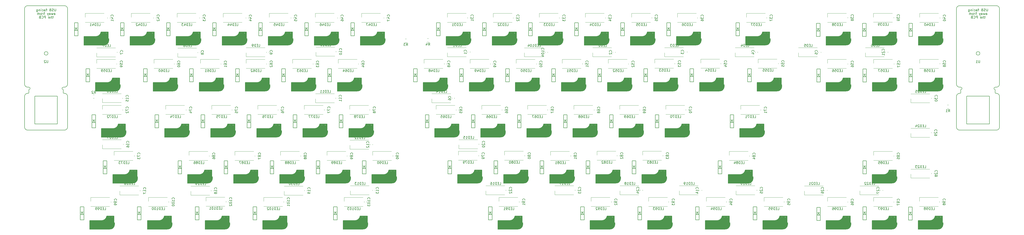
<source format=gbr>
G04 #@! TF.GenerationSoftware,KiCad,Pcbnew,(5.1.9)-1*
G04 #@! TF.CreationDate,2021-03-29T22:20:50-07:00*
G04 #@! TF.ProjectId,bakekujira,62616b65-6b75-46a6-9972-612e6b696361,0.3*
G04 #@! TF.SameCoordinates,Original*
G04 #@! TF.FileFunction,Legend,Bot*
G04 #@! TF.FilePolarity,Positive*
%FSLAX46Y46*%
G04 Gerber Fmt 4.6, Leading zero omitted, Abs format (unit mm)*
G04 Created by KiCad (PCBNEW (5.1.9)-1) date 2021-03-29 22:20:50*
%MOMM*%
%LPD*%
G01*
G04 APERTURE LIST*
%ADD10C,0.150000*%
%ADD11C,0.120000*%
%ADD12C,0.300000*%
%ADD13C,0.800000*%
%ADD14C,3.000000*%
%ADD15C,0.500000*%
%ADD16C,1.000000*%
%ADD17C,3.500000*%
%ADD18C,0.400000*%
G04 APERTURE END LIST*
D10*
X412094000Y-84963000D02*
X412094000Y-73463000D01*
X421473000Y-73463000D02*
X412094000Y-73463000D01*
X421473000Y-84963000D02*
X412094000Y-84963000D01*
X409154000Y-87503000D02*
X424394000Y-87503000D01*
X425664000Y-73533000D02*
X425664000Y-86233000D01*
X407884000Y-73533000D02*
X407884000Y-86233000D01*
X409408000Y-72263000D02*
X409154000Y-72263000D01*
X409662000Y-70739000D02*
X409662000Y-72009000D01*
X409662000Y-69723000D02*
X409154000Y-69723000D01*
X417544000Y-55728000D02*
G75*
G03*
X417544000Y-55728000I-750000J0D01*
G01*
X424394000Y-35969000D02*
X409154000Y-35969000D01*
X425664000Y-37239000D02*
X425664000Y-68453000D01*
X407884000Y-68453000D02*
X407884000Y-37239000D01*
X424394000Y-69723000D02*
X423884000Y-69723000D01*
X424394000Y-72263000D02*
X424140000Y-72263000D01*
X423886000Y-70739000D02*
X423886000Y-72009000D01*
X421473000Y-73463000D02*
X421473000Y-84963000D01*
X407884000Y-37239000D02*
G75*
G02*
X409154000Y-35969000I1270000J0D01*
G01*
X424394000Y-35969000D02*
G75*
G02*
X425664000Y-37239000I0J-1270000D01*
G01*
X409662000Y-69723000D02*
G75*
G02*
X409662000Y-70739000I0J-508000D01*
G01*
X409154000Y-69723000D02*
G75*
G02*
X407884000Y-68453000I0J1270000D01*
G01*
X425664000Y-68453000D02*
G75*
G02*
X424394000Y-69723000I-1270000J0D01*
G01*
X423886000Y-70739000D02*
G75*
G02*
X423886000Y-69723000I0J508000D01*
G01*
X409154000Y-87503000D02*
G75*
G02*
X407884000Y-86233000I0J1270000D01*
G01*
X425664000Y-86233000D02*
G75*
G02*
X424394000Y-87503000I-1270000J0D01*
G01*
X407884000Y-73533000D02*
G75*
G02*
X409154000Y-72263000I1270000J0D01*
G01*
X424394000Y-72263000D02*
G75*
G02*
X425664000Y-73533000I0J-1270000D01*
G01*
X409662000Y-72009000D02*
G75*
G02*
X409408000Y-72263000I-254000J0D01*
G01*
X424140000Y-72263000D02*
G75*
G02*
X423886000Y-72009000I0J254000D01*
G01*
X26674000Y-84963000D02*
X26674000Y-73463000D01*
X36053000Y-73463000D02*
X26674000Y-73463000D01*
X36053000Y-84963000D02*
X26674000Y-84963000D01*
X23734000Y-87503000D02*
X38974000Y-87503000D01*
X40244000Y-73533000D02*
X40244000Y-86233000D01*
X22464000Y-73533000D02*
X22464000Y-86233000D01*
X23988000Y-72263000D02*
X23734000Y-72263000D01*
X24242000Y-70739000D02*
X24242000Y-72009000D01*
X24242000Y-69723000D02*
X23734000Y-69723000D01*
X32124000Y-55728000D02*
G75*
G03*
X32124000Y-55728000I-750000J0D01*
G01*
X38974000Y-35969000D02*
X23734000Y-35969000D01*
X40244000Y-37239000D02*
X40244000Y-68453000D01*
X22464000Y-68453000D02*
X22464000Y-37239000D01*
X38974000Y-69723000D02*
X38464000Y-69723000D01*
X38974000Y-72263000D02*
X38720000Y-72263000D01*
X38466000Y-70739000D02*
X38466000Y-72009000D01*
X36053000Y-73463000D02*
X36053000Y-84963000D01*
X22464000Y-37239000D02*
G75*
G02*
X23734000Y-35969000I1270000J0D01*
G01*
X38974000Y-35969000D02*
G75*
G02*
X40244000Y-37239000I0J-1270000D01*
G01*
X24242000Y-69723000D02*
G75*
G02*
X24242000Y-70739000I0J-508000D01*
G01*
X23734000Y-69723000D02*
G75*
G02*
X22464000Y-68453000I0J1270000D01*
G01*
X40244000Y-68453000D02*
G75*
G02*
X38974000Y-69723000I-1270000J0D01*
G01*
X38466000Y-70739000D02*
G75*
G02*
X38466000Y-69723000I0J508000D01*
G01*
X23734000Y-87503000D02*
G75*
G02*
X22464000Y-86233000I0J1270000D01*
G01*
X40244000Y-86233000D02*
G75*
G02*
X38974000Y-87503000I-1270000J0D01*
G01*
X22464000Y-73533000D02*
G75*
G02*
X23734000Y-72263000I1270000J0D01*
G01*
X38974000Y-72263000D02*
G75*
G02*
X40244000Y-73533000I0J-1270000D01*
G01*
X24242000Y-72009000D02*
G75*
G02*
X23988000Y-72263000I-254000J0D01*
G01*
X38720000Y-72263000D02*
G75*
G02*
X38466000Y-72009000I0J254000D01*
G01*
D11*
X189018936Y-51027000D02*
X189473064Y-51027000D01*
X189018936Y-49557000D02*
X189473064Y-49557000D01*
X179874936Y-51154000D02*
X180329064Y-51154000D01*
X179874936Y-49684000D02*
X180329064Y-49684000D01*
X142912000Y-55241000D02*
X142912000Y-56841000D01*
X150712000Y-53141000D02*
X142912000Y-53141000D01*
X142912000Y-56841000D02*
X150712000Y-56841000D01*
X114083000Y-55495000D02*
X114083000Y-57095000D01*
X121883000Y-53395000D02*
X114083000Y-53395000D01*
X114083000Y-57095000D02*
X121883000Y-57095000D01*
X229144000Y-55513000D02*
X229144000Y-57113000D01*
X236944000Y-53413000D02*
X229144000Y-53413000D01*
X229144000Y-57113000D02*
X236944000Y-57113000D01*
X61803000Y-112707000D02*
X61803000Y-114307000D01*
X69603000Y-110607000D02*
X61803000Y-110607000D01*
X61803000Y-114307000D02*
X69603000Y-114307000D01*
X52278000Y-55560000D02*
X52278000Y-57160000D01*
X60078000Y-53460000D02*
X52278000Y-53460000D01*
X52278000Y-57160000D02*
X60078000Y-57160000D01*
X388973500Y-74563000D02*
X388973500Y-76163000D01*
X396773500Y-72463000D02*
X388973500Y-72463000D01*
X388973500Y-76163000D02*
X396773500Y-76163000D01*
X367891500Y-112663000D02*
X367891500Y-114263000D01*
X375691500Y-110563000D02*
X367891500Y-110563000D01*
X367891500Y-114263000D02*
X375691500Y-114263000D01*
X344949500Y-112707000D02*
X344949500Y-114307000D01*
X352749500Y-110607000D02*
X344949500Y-110607000D01*
X344949500Y-114307000D02*
X352749500Y-114307000D01*
X388973500Y-105722000D02*
X388973500Y-107322000D01*
X396773500Y-103622000D02*
X388973500Y-103622000D01*
X388973500Y-107322000D02*
X396773500Y-107322000D01*
X388973500Y-88834000D02*
X388973500Y-90434000D01*
X396773500Y-86734000D02*
X388973500Y-86734000D01*
X388973500Y-90434000D02*
X396773500Y-90434000D01*
X316710500Y-112645000D02*
X316710500Y-114245000D01*
X324510500Y-110545000D02*
X316710500Y-110545000D01*
X316710500Y-114245000D02*
X324510500Y-114245000D01*
X129831000Y-112772000D02*
X129831000Y-114372000D01*
X137631000Y-110672000D02*
X129831000Y-110672000D01*
X129831000Y-114372000D02*
X137631000Y-114372000D01*
X342492500Y-55495000D02*
X342492500Y-57095000D01*
X350292500Y-53395000D02*
X342492500Y-53395000D01*
X342492500Y-57095000D02*
X350292500Y-57095000D01*
X157136000Y-112645000D02*
X157136000Y-114245000D01*
X164936000Y-110545000D02*
X157136000Y-110545000D01*
X157136000Y-114245000D02*
X164936000Y-114245000D01*
X202030500Y-93595000D02*
X202030500Y-95195000D01*
X209830500Y-91495000D02*
X202030500Y-91495000D01*
X202030500Y-95195000D02*
X209830500Y-95195000D01*
X287120500Y-55495000D02*
X287120500Y-57095000D01*
X294920500Y-53395000D02*
X287120500Y-53395000D01*
X287120500Y-57095000D02*
X294920500Y-57095000D01*
X257402500Y-55495000D02*
X257402500Y-57095000D01*
X265202500Y-53395000D02*
X257402500Y-53395000D01*
X257402500Y-57095000D02*
X265202500Y-57095000D01*
X197331500Y-55495000D02*
X197331500Y-57095000D01*
X205131500Y-53395000D02*
X197331500Y-53395000D01*
X197331500Y-57095000D02*
X205131500Y-57095000D01*
X91223000Y-112772000D02*
X91223000Y-114372000D01*
X99023000Y-110672000D02*
X91223000Y-110672000D01*
X91223000Y-114372000D02*
X99023000Y-114372000D01*
X293216500Y-112645000D02*
X293216500Y-114245000D01*
X301016500Y-110545000D02*
X293216500Y-110545000D01*
X293216500Y-114245000D02*
X301016500Y-114245000D01*
X268705500Y-112645000D02*
X268705500Y-114245000D01*
X276505500Y-110545000D02*
X268705500Y-110545000D01*
X268705500Y-114245000D02*
X276505500Y-114245000D01*
X54647000Y-74480000D02*
X54647000Y-76080000D01*
X62447000Y-72380000D02*
X54647000Y-72380000D01*
X54647000Y-76080000D02*
X62447000Y-76080000D01*
X190854500Y-74545000D02*
X190854500Y-76145000D01*
X198654500Y-72445000D02*
X190854500Y-72445000D01*
X190854500Y-76145000D02*
X198654500Y-76145000D01*
X157009000Y-93722000D02*
X157009000Y-95322000D01*
X164809000Y-91622000D02*
X157009000Y-91622000D01*
X157009000Y-95322000D02*
X164809000Y-95322000D01*
X54647000Y-93595000D02*
X54647000Y-95195000D01*
X62447000Y-91495000D02*
X54647000Y-91495000D01*
X54647000Y-95195000D02*
X62447000Y-95195000D01*
X241781500Y-112645000D02*
X241781500Y-114245000D01*
X249581500Y-110545000D02*
X241781500Y-110545000D01*
X241781500Y-114245000D02*
X249581500Y-114245000D01*
X213206500Y-112645000D02*
X213206500Y-114245000D01*
X221006500Y-110545000D02*
X213206500Y-110545000D01*
X213206500Y-114245000D02*
X221006500Y-114245000D01*
X370178500Y-55495000D02*
X370178500Y-57095000D01*
X377978500Y-53395000D02*
X370178500Y-53395000D01*
X370178500Y-57095000D02*
X377978500Y-57095000D01*
X142785000Y-74545000D02*
X142785000Y-76145000D01*
X150585000Y-72445000D02*
X142785000Y-72445000D01*
X142785000Y-76145000D02*
X150585000Y-76145000D01*
X85762000Y-55622000D02*
X85762000Y-57222000D01*
X93562000Y-53522000D02*
X85762000Y-53522000D01*
X85762000Y-57222000D02*
X93562000Y-57222000D01*
X316330500Y-55495000D02*
X316330500Y-57095000D01*
X324130500Y-53395000D02*
X316330500Y-53395000D01*
X316330500Y-57095000D02*
X324130500Y-57095000D01*
D12*
X152485000Y-49770000D02*
X152485000Y-50420000D01*
D13*
X151985000Y-47320000D02*
X151985000Y-49119999D01*
D14*
X150855000Y-50820000D02*
X150855000Y-48580000D01*
D15*
X142485000Y-48970000D02*
X143785000Y-49020000D01*
D16*
X142785000Y-51720000D02*
X142785000Y-49220000D01*
D17*
X144085000Y-50520000D02*
X150785000Y-50520000D01*
D10*
X142285000Y-48720000D02*
X142285000Y-52320000D01*
X142305000Y-49720000D02*
X142305000Y-51970000D01*
X152585000Y-49670000D02*
X152385000Y-49670000D01*
X152335000Y-51270000D02*
X152335000Y-46820000D01*
X152585000Y-50420000D02*
X152585000Y-49670000D01*
X152335000Y-46820000D02*
X149305000Y-46820000D01*
X147085000Y-48720000D02*
X142285000Y-48720000D01*
X142285000Y-52320000D02*
X150485001Y-52320000D01*
D15*
X152135000Y-47020000D02*
X149685000Y-47020000D01*
D18*
X142435000Y-52120000D02*
X143685000Y-52120000D01*
D10*
X149301318Y-46841471D02*
G75*
G02*
X147085000Y-48720000I-2151318J291471D01*
G01*
X152585000Y-50419999D02*
G75*
G02*
X150485001Y-52320000I-2000000J99999D01*
G01*
D16*
X149701318Y-47241471D02*
G75*
G02*
X147485000Y-49120000I-2151318J291471D01*
G01*
D11*
X237742000Y-55125233D02*
X237742000Y-55417767D01*
X238762000Y-55125233D02*
X238762000Y-55417767D01*
X139194000Y-112641767D02*
X139194000Y-112349233D01*
X138174000Y-112641767D02*
X138174000Y-112349233D01*
D18*
X313631000Y-109270000D02*
X314881000Y-109270000D01*
D15*
X323331000Y-104170000D02*
X320881000Y-104170000D01*
D10*
X313481000Y-109470000D02*
X321681001Y-109470000D01*
X318281000Y-105870000D02*
X313481000Y-105870000D01*
X323531000Y-103970000D02*
X320501000Y-103970000D01*
X323781000Y-107570000D02*
X323781000Y-106820000D01*
X323531000Y-108420000D02*
X323531000Y-103970000D01*
X323781000Y-106820000D02*
X323581000Y-106820000D01*
X313501000Y-106870000D02*
X313501000Y-109120000D01*
X313481000Y-105870000D02*
X313481000Y-109470000D01*
D17*
X315281000Y-107670000D02*
X321981000Y-107670000D01*
D16*
X313981000Y-108870000D02*
X313981000Y-106370000D01*
D15*
X313681000Y-106120000D02*
X314981000Y-106170000D01*
D14*
X322051000Y-107970000D02*
X322051000Y-105730000D01*
D13*
X323181000Y-104470000D02*
X323181000Y-106269999D01*
D12*
X323681000Y-106920000D02*
X323681000Y-107570000D01*
D10*
X320497318Y-103991471D02*
G75*
G02*
X318281000Y-105870000I-2151318J291471D01*
G01*
X323781000Y-107569999D02*
G75*
G02*
X321681001Y-109470000I-2000000J99999D01*
G01*
D16*
X320897318Y-104391471D02*
G75*
G02*
X318681000Y-106270000I-2151318J291471D01*
G01*
D18*
X154341250Y-128320000D02*
X155591250Y-128320000D01*
D15*
X164041250Y-123220000D02*
X161591250Y-123220000D01*
D10*
X154191250Y-128520000D02*
X162391251Y-128520000D01*
X158991250Y-124920000D02*
X154191250Y-124920000D01*
X164241250Y-123020000D02*
X161211250Y-123020000D01*
X164491250Y-126620000D02*
X164491250Y-125870000D01*
X164241250Y-127470000D02*
X164241250Y-123020000D01*
X164491250Y-125870000D02*
X164291250Y-125870000D01*
X154211250Y-125920000D02*
X154211250Y-128170000D01*
X154191250Y-124920000D02*
X154191250Y-128520000D01*
D17*
X155991250Y-126720000D02*
X162691250Y-126720000D01*
D16*
X154691250Y-127920000D02*
X154691250Y-125420000D01*
D15*
X154391250Y-125170000D02*
X155691250Y-125220000D01*
D14*
X162761250Y-127020000D02*
X162761250Y-124780000D01*
D13*
X163891250Y-123520000D02*
X163891250Y-125319999D01*
D12*
X164391250Y-125970000D02*
X164391250Y-126620000D01*
D10*
X161207568Y-123041471D02*
G75*
G02*
X158991250Y-124920000I-2151318J291471D01*
G01*
X164491250Y-126619999D02*
G75*
G02*
X162391251Y-128520000I-2000000J99999D01*
G01*
D16*
X161607568Y-123441471D02*
G75*
G02*
X159391250Y-125320000I-2151318J291471D01*
G01*
D12*
X228431000Y-125970000D02*
X228431000Y-126620000D01*
D13*
X227931000Y-123520000D02*
X227931000Y-125319999D01*
D14*
X226801000Y-127020000D02*
X226801000Y-124780000D01*
D15*
X218431000Y-125170000D02*
X219731000Y-125220000D01*
D16*
X218731000Y-127920000D02*
X218731000Y-125420000D01*
D17*
X220031000Y-126720000D02*
X226731000Y-126720000D01*
D10*
X218231000Y-124920000D02*
X218231000Y-128520000D01*
X218251000Y-125920000D02*
X218251000Y-128170000D01*
X228531000Y-125870000D02*
X228331000Y-125870000D01*
X228281000Y-127470000D02*
X228281000Y-123020000D01*
X228531000Y-126620000D02*
X228531000Y-125870000D01*
X228281000Y-123020000D02*
X225251000Y-123020000D01*
X223031000Y-124920000D02*
X218231000Y-124920000D01*
X218231000Y-128520000D02*
X226431001Y-128520000D01*
D15*
X228081000Y-123220000D02*
X225631000Y-123220000D01*
D18*
X218381000Y-128320000D02*
X219631000Y-128320000D01*
D10*
X225247318Y-123041471D02*
G75*
G02*
X223031000Y-124920000I-2151318J291471D01*
G01*
X228531000Y-126619999D02*
G75*
G02*
X226431001Y-128520000I-2000000J99999D01*
G01*
D16*
X225647318Y-123441471D02*
G75*
G02*
X223431000Y-125320000I-2151318J291471D01*
G01*
D12*
X328443500Y-87870000D02*
X328443500Y-88520000D01*
D13*
X327943500Y-85420000D02*
X327943500Y-87219999D01*
D14*
X326813500Y-88920000D02*
X326813500Y-86680000D01*
D15*
X318443500Y-87070000D02*
X319743500Y-87120000D01*
D16*
X318743500Y-89820000D02*
X318743500Y-87320000D01*
D17*
X320043500Y-88620000D02*
X326743500Y-88620000D01*
D10*
X318243500Y-86820000D02*
X318243500Y-90420000D01*
X318263500Y-87820000D02*
X318263500Y-90070000D01*
X328543500Y-87770000D02*
X328343500Y-87770000D01*
X328293500Y-89370000D02*
X328293500Y-84920000D01*
X328543500Y-88520000D02*
X328543500Y-87770000D01*
X328293500Y-84920000D02*
X325263500Y-84920000D01*
X323043500Y-86820000D02*
X318243500Y-86820000D01*
X318243500Y-90420000D02*
X326443501Y-90420000D01*
D15*
X328093500Y-85120000D02*
X325643500Y-85120000D01*
D18*
X318393500Y-90220000D02*
X319643500Y-90220000D01*
D10*
X325259818Y-84941471D02*
G75*
G02*
X323043500Y-86820000I-2151318J291471D01*
G01*
X328543500Y-88519999D02*
G75*
G02*
X326443501Y-90420000I-2000000J99999D01*
G01*
D16*
X325659818Y-85341471D02*
G75*
G02*
X323443500Y-87220000I-2151318J291471D01*
G01*
D11*
X71249000Y-112694767D02*
X71249000Y-112402233D01*
X70229000Y-112694767D02*
X70229000Y-112402233D01*
X61724000Y-55417767D02*
X61724000Y-55125233D01*
X60704000Y-55417767D02*
X60704000Y-55125233D01*
X398591500Y-74441267D02*
X398591500Y-74148733D01*
X397571500Y-74441267D02*
X397571500Y-74148733D01*
X376362500Y-112248733D02*
X376362500Y-112541267D01*
X377382500Y-112248733D02*
X377382500Y-112541267D01*
X353375500Y-112275233D02*
X353375500Y-112567767D01*
X354395500Y-112275233D02*
X354395500Y-112567767D01*
X398591500Y-105582767D02*
X398591500Y-105290233D01*
X397571500Y-105582767D02*
X397571500Y-105290233D01*
X398464500Y-88691767D02*
X398464500Y-88399233D01*
X397444500Y-88691767D02*
X397444500Y-88399233D01*
X326328500Y-112514767D02*
X326328500Y-112222233D01*
X325308500Y-112514767D02*
X325308500Y-112222233D01*
D18*
X128147500Y-109270000D02*
X129397500Y-109270000D01*
D15*
X137847500Y-104170000D02*
X135397500Y-104170000D01*
D10*
X127997500Y-109470000D02*
X136197501Y-109470000D01*
X132797500Y-105870000D02*
X127997500Y-105870000D01*
X138047500Y-103970000D02*
X135017500Y-103970000D01*
X138297500Y-107570000D02*
X138297500Y-106820000D01*
X138047500Y-108420000D02*
X138047500Y-103970000D01*
X138297500Y-106820000D02*
X138097500Y-106820000D01*
X128017500Y-106870000D02*
X128017500Y-109120000D01*
X127997500Y-105870000D02*
X127997500Y-109470000D01*
D17*
X129797500Y-107670000D02*
X136497500Y-107670000D01*
D16*
X128497500Y-108870000D02*
X128497500Y-106370000D01*
D15*
X128197500Y-106120000D02*
X129497500Y-106170000D01*
D14*
X136567500Y-107970000D02*
X136567500Y-105730000D01*
D13*
X137697500Y-104470000D02*
X137697500Y-106269999D01*
D12*
X138197500Y-106920000D02*
X138197500Y-107570000D01*
D10*
X135013818Y-103991471D02*
G75*
G02*
X132797500Y-105870000I-2151318J291471D01*
G01*
X138297500Y-107569999D02*
G75*
G02*
X136197501Y-109470000I-2000000J99999D01*
G01*
D16*
X135413818Y-104391471D02*
G75*
G02*
X133197500Y-106270000I-2151318J291471D01*
G01*
D12*
X64378750Y-87870000D02*
X64378750Y-88520000D01*
D13*
X63878750Y-85420000D02*
X63878750Y-87219999D01*
D14*
X62748750Y-88920000D02*
X62748750Y-86680000D01*
D15*
X54378750Y-87070000D02*
X55678750Y-87120000D01*
D16*
X54678750Y-89820000D02*
X54678750Y-87320000D01*
D17*
X55978750Y-88620000D02*
X62678750Y-88620000D01*
D10*
X54178750Y-86820000D02*
X54178750Y-90420000D01*
X54198750Y-87820000D02*
X54198750Y-90070000D01*
X64478750Y-87770000D02*
X64278750Y-87770000D01*
X64228750Y-89370000D02*
X64228750Y-84920000D01*
X64478750Y-88520000D02*
X64478750Y-87770000D01*
X64228750Y-84920000D02*
X61198750Y-84920000D01*
X58978750Y-86820000D02*
X54178750Y-86820000D01*
X54178750Y-90420000D02*
X62378751Y-90420000D01*
D15*
X64028750Y-85120000D02*
X61578750Y-85120000D01*
D18*
X54328750Y-90220000D02*
X55578750Y-90220000D01*
D10*
X61195068Y-84941471D02*
G75*
G02*
X58978750Y-86820000I-2151318J291471D01*
G01*
X64478750Y-88519999D02*
G75*
G02*
X62378751Y-90420000I-2000000J99999D01*
G01*
D16*
X61595068Y-85341471D02*
G75*
G02*
X59378750Y-87220000I-2151318J291471D01*
G01*
D18*
X51947500Y-71170000D02*
X53197500Y-71170000D01*
D15*
X61647500Y-66070000D02*
X59197500Y-66070000D01*
D10*
X51797500Y-71370000D02*
X59997501Y-71370000D01*
X56597500Y-67770000D02*
X51797500Y-67770000D01*
X61847500Y-65870000D02*
X58817500Y-65870000D01*
X62097500Y-69470000D02*
X62097500Y-68720000D01*
X61847500Y-70320000D02*
X61847500Y-65870000D01*
X62097500Y-68720000D02*
X61897500Y-68720000D01*
X51817500Y-68770000D02*
X51817500Y-71020000D01*
X51797500Y-67770000D02*
X51797500Y-71370000D01*
D17*
X53597500Y-69570000D02*
X60297500Y-69570000D01*
D16*
X52297500Y-70770000D02*
X52297500Y-68270000D01*
D15*
X51997500Y-68020000D02*
X53297500Y-68070000D01*
D14*
X60367500Y-69870000D02*
X60367500Y-67630000D01*
D13*
X61497500Y-66370000D02*
X61497500Y-68169999D01*
D12*
X61997500Y-68820000D02*
X61997500Y-69470000D01*
D10*
X58813818Y-65891471D02*
G75*
G02*
X56597500Y-67770000I-2151318J291471D01*
G01*
X62097500Y-69469999D02*
G75*
G02*
X59997501Y-71370000I-2000000J99999D01*
G01*
D16*
X59213818Y-66291471D02*
G75*
G02*
X56997500Y-68170000I-2151318J291471D01*
G01*
D10*
X388310500Y-121550000D02*
X389310500Y-121550000D01*
X388810500Y-121650000D02*
X388310500Y-122550000D01*
X389310500Y-122550000D02*
X388810500Y-121650000D01*
X388310500Y-122550000D02*
X389310500Y-122550000D01*
X388060500Y-124750000D02*
X389560500Y-124750000D01*
X388060500Y-119350000D02*
X389560500Y-119350000D01*
X388060500Y-124750000D02*
X388060500Y-119350000D01*
X389560500Y-119350000D02*
X389560500Y-124750000D01*
X369387500Y-121423000D02*
X370387500Y-121423000D01*
X369887500Y-121523000D02*
X369387500Y-122423000D01*
X370387500Y-122423000D02*
X369887500Y-121523000D01*
X369387500Y-122423000D02*
X370387500Y-122423000D01*
X369137500Y-124623000D02*
X370637500Y-124623000D01*
X369137500Y-119223000D02*
X370637500Y-119223000D01*
X369137500Y-124623000D02*
X369137500Y-119223000D01*
X370637500Y-119223000D02*
X370637500Y-124623000D01*
X350337500Y-121677000D02*
X351337500Y-121677000D01*
X350837500Y-121777000D02*
X350337500Y-122677000D01*
X351337500Y-122677000D02*
X350837500Y-121777000D01*
X350337500Y-122677000D02*
X351337500Y-122677000D01*
X350087500Y-124877000D02*
X351587500Y-124877000D01*
X350087500Y-119477000D02*
X351587500Y-119477000D01*
X350087500Y-124877000D02*
X350087500Y-119477000D01*
X351587500Y-119477000D02*
X351587500Y-124877000D01*
X369387500Y-102373000D02*
X370387500Y-102373000D01*
X369887500Y-102473000D02*
X369387500Y-103373000D01*
X370387500Y-103373000D02*
X369887500Y-102473000D01*
X369387500Y-103373000D02*
X370387500Y-103373000D01*
X369137500Y-105573000D02*
X370637500Y-105573000D01*
X369137500Y-100173000D02*
X370637500Y-100173000D01*
X369137500Y-105573000D02*
X369137500Y-100173000D01*
X370637500Y-100173000D02*
X370637500Y-105573000D01*
X388437500Y-64400000D02*
X389437500Y-64400000D01*
X388937500Y-64500000D02*
X388437500Y-65400000D01*
X389437500Y-65400000D02*
X388937500Y-64500000D01*
X388437500Y-65400000D02*
X389437500Y-65400000D01*
X388187500Y-67600000D02*
X389687500Y-67600000D01*
X388187500Y-62200000D02*
X389687500Y-62200000D01*
X388187500Y-67600000D02*
X388187500Y-62200000D01*
X389687500Y-62200000D02*
X389687500Y-67600000D01*
X369387500Y-64400000D02*
X370387500Y-64400000D01*
X369887500Y-64500000D02*
X369387500Y-65400000D01*
X370387500Y-65400000D02*
X369887500Y-64500000D01*
X369387500Y-65400000D02*
X370387500Y-65400000D01*
X369137500Y-67600000D02*
X370637500Y-67600000D01*
X369137500Y-62200000D02*
X370637500Y-62200000D01*
X369137500Y-67600000D02*
X369137500Y-62200000D01*
X370637500Y-62200000D02*
X370637500Y-67600000D01*
X350337500Y-64400000D02*
X351337500Y-64400000D01*
X350837500Y-64500000D02*
X350337500Y-65400000D01*
X351337500Y-65400000D02*
X350837500Y-64500000D01*
X350337500Y-65400000D02*
X351337500Y-65400000D01*
X350087500Y-67600000D02*
X351587500Y-67600000D01*
X350087500Y-62200000D02*
X351587500Y-62200000D01*
X350087500Y-67600000D02*
X350087500Y-62200000D01*
X351587500Y-62200000D02*
X351587500Y-67600000D01*
X388437500Y-45477000D02*
X389437500Y-45477000D01*
X388937500Y-45577000D02*
X388437500Y-46477000D01*
X389437500Y-46477000D02*
X388937500Y-45577000D01*
X388437500Y-46477000D02*
X389437500Y-46477000D01*
X388187500Y-48677000D02*
X389687500Y-48677000D01*
X388187500Y-43277000D02*
X389687500Y-43277000D01*
X388187500Y-48677000D02*
X388187500Y-43277000D01*
X389687500Y-43277000D02*
X389687500Y-48677000D01*
X369260500Y-45477000D02*
X370260500Y-45477000D01*
X369760500Y-45577000D02*
X369260500Y-46477000D01*
X370260500Y-46477000D02*
X369760500Y-45577000D01*
X369260500Y-46477000D02*
X370260500Y-46477000D01*
X369010500Y-48677000D02*
X370510500Y-48677000D01*
X369010500Y-43277000D02*
X370510500Y-43277000D01*
X369010500Y-48677000D02*
X369010500Y-43277000D01*
X370510500Y-43277000D02*
X370510500Y-48677000D01*
X350210500Y-45477000D02*
X351210500Y-45477000D01*
X350710500Y-45577000D02*
X350210500Y-46477000D01*
X351210500Y-46477000D02*
X350710500Y-45577000D01*
X350210500Y-46477000D02*
X351210500Y-46477000D01*
X349960500Y-48677000D02*
X351460500Y-48677000D01*
X349960500Y-43277000D02*
X351460500Y-43277000D01*
X349960500Y-48677000D02*
X349960500Y-43277000D01*
X351460500Y-43277000D02*
X351460500Y-48677000D01*
D11*
X363920500Y-117393767D02*
X363920500Y-117101233D01*
X362900500Y-117393767D02*
X362900500Y-117101233D01*
X382970500Y-98317267D02*
X382970500Y-98024733D01*
X381950500Y-98317267D02*
X381950500Y-98024733D01*
X402020500Y-60116767D02*
X402020500Y-59824233D01*
X401000500Y-60116767D02*
X401000500Y-59824233D01*
X383097500Y-60217267D02*
X383097500Y-59924733D01*
X382077500Y-60217267D02*
X382077500Y-59924733D01*
X363920500Y-60243767D02*
X363920500Y-59951233D01*
X362900500Y-60243767D02*
X362900500Y-59951233D01*
X402020500Y-41193767D02*
X402020500Y-40901233D01*
X401000500Y-41193767D02*
X401000500Y-40901233D01*
X382970500Y-41066767D02*
X382970500Y-40774233D01*
X381950500Y-41066767D02*
X381950500Y-40774233D01*
X363920500Y-41066767D02*
X363920500Y-40774233D01*
X362900500Y-41066767D02*
X362900500Y-40774233D01*
X392530500Y-115371000D02*
X400330500Y-115371000D01*
X400330500Y-119071000D02*
X392530500Y-119071000D01*
X392530500Y-116971000D02*
X392530500Y-115371000D01*
X373607500Y-115371000D02*
X381407500Y-115371000D01*
X381407500Y-119071000D02*
X373607500Y-119071000D01*
X373607500Y-116971000D02*
X373607500Y-115371000D01*
X354557500Y-115371000D02*
X362357500Y-115371000D01*
X362357500Y-119071000D02*
X354557500Y-119071000D01*
X354557500Y-116971000D02*
X354557500Y-115371000D01*
X373607500Y-96321000D02*
X381407500Y-96321000D01*
X381407500Y-100021000D02*
X373607500Y-100021000D01*
X373607500Y-97921000D02*
X373607500Y-96321000D01*
X392613500Y-58221000D02*
X400413500Y-58221000D01*
X400413500Y-61921000D02*
X392613500Y-61921000D01*
X392613500Y-59821000D02*
X392613500Y-58221000D01*
X373607500Y-58221000D02*
X381407500Y-58221000D01*
X381407500Y-61921000D02*
X373607500Y-61921000D01*
X373607500Y-59821000D02*
X373607500Y-58221000D01*
X354557500Y-58221000D02*
X362357500Y-58221000D01*
X362357500Y-61921000D02*
X354557500Y-61921000D01*
X354557500Y-59821000D02*
X354557500Y-58221000D01*
X392657500Y-39171000D02*
X400457500Y-39171000D01*
X400457500Y-42871000D02*
X392657500Y-42871000D01*
X392657500Y-40771000D02*
X392657500Y-39171000D01*
X373524500Y-39106000D02*
X381324500Y-39106000D01*
X381324500Y-42806000D02*
X373524500Y-42806000D01*
X373524500Y-40706000D02*
X373524500Y-39106000D01*
X354557500Y-39171000D02*
X362357500Y-39171000D01*
X362357500Y-42871000D02*
X354557500Y-42871000D01*
X354557500Y-40771000D02*
X354557500Y-39171000D01*
D18*
X392180500Y-128320000D02*
X393430500Y-128320000D01*
D15*
X401880500Y-123220000D02*
X399430500Y-123220000D01*
D10*
X392030500Y-128520000D02*
X400230501Y-128520000D01*
X396830500Y-124920000D02*
X392030500Y-124920000D01*
X402080500Y-123020000D02*
X399050500Y-123020000D01*
X402330500Y-126620000D02*
X402330500Y-125870000D01*
X402080500Y-127470000D02*
X402080500Y-123020000D01*
X402330500Y-125870000D02*
X402130500Y-125870000D01*
X392050500Y-125920000D02*
X392050500Y-128170000D01*
X392030500Y-124920000D02*
X392030500Y-128520000D01*
D17*
X393830500Y-126720000D02*
X400530500Y-126720000D01*
D16*
X392530500Y-127920000D02*
X392530500Y-125420000D01*
D15*
X392230500Y-125170000D02*
X393530500Y-125220000D01*
D14*
X400600500Y-127020000D02*
X400600500Y-124780000D01*
D13*
X401730500Y-123520000D02*
X401730500Y-125319999D01*
D12*
X402230500Y-125970000D02*
X402230500Y-126620000D01*
D10*
X399046818Y-123041471D02*
G75*
G02*
X396830500Y-124920000I-2151318J291471D01*
G01*
X402330500Y-126619999D02*
G75*
G02*
X400230501Y-128520000I-2000000J99999D01*
G01*
D16*
X399446818Y-123441471D02*
G75*
G02*
X397230500Y-125320000I-2151318J291471D01*
G01*
D18*
X373130500Y-128320000D02*
X374380500Y-128320000D01*
D15*
X382830500Y-123220000D02*
X380380500Y-123220000D01*
D10*
X372980500Y-128520000D02*
X381180501Y-128520000D01*
X377780500Y-124920000D02*
X372980500Y-124920000D01*
X383030500Y-123020000D02*
X380000500Y-123020000D01*
X383280500Y-126620000D02*
X383280500Y-125870000D01*
X383030500Y-127470000D02*
X383030500Y-123020000D01*
X383280500Y-125870000D02*
X383080500Y-125870000D01*
X373000500Y-125920000D02*
X373000500Y-128170000D01*
X372980500Y-124920000D02*
X372980500Y-128520000D01*
D17*
X374780500Y-126720000D02*
X381480500Y-126720000D01*
D16*
X373480500Y-127920000D02*
X373480500Y-125420000D01*
D15*
X373180500Y-125170000D02*
X374480500Y-125220000D01*
D14*
X381550500Y-127020000D02*
X381550500Y-124780000D01*
D13*
X382680500Y-123520000D02*
X382680500Y-125319999D01*
D12*
X383180500Y-125970000D02*
X383180500Y-126620000D01*
D10*
X379996818Y-123041471D02*
G75*
G02*
X377780500Y-124920000I-2151318J291471D01*
G01*
X383280500Y-126619999D02*
G75*
G02*
X381180501Y-128520000I-2000000J99999D01*
G01*
D16*
X380396818Y-123441471D02*
G75*
G02*
X378180500Y-125320000I-2151318J291471D01*
G01*
D18*
X354111500Y-128320000D02*
X355361500Y-128320000D01*
D15*
X363811500Y-123220000D02*
X361361500Y-123220000D01*
D10*
X353961500Y-128520000D02*
X362161501Y-128520000D01*
X358761500Y-124920000D02*
X353961500Y-124920000D01*
X364011500Y-123020000D02*
X360981500Y-123020000D01*
X364261500Y-126620000D02*
X364261500Y-125870000D01*
X364011500Y-127470000D02*
X364011500Y-123020000D01*
X364261500Y-125870000D02*
X364061500Y-125870000D01*
X353981500Y-125920000D02*
X353981500Y-128170000D01*
X353961500Y-124920000D02*
X353961500Y-128520000D01*
D17*
X355761500Y-126720000D02*
X362461500Y-126720000D01*
D16*
X354461500Y-127920000D02*
X354461500Y-125420000D01*
D15*
X354161500Y-125170000D02*
X355461500Y-125220000D01*
D14*
X362531500Y-127020000D02*
X362531500Y-124780000D01*
D13*
X363661500Y-123520000D02*
X363661500Y-125319999D01*
D12*
X364161500Y-125970000D02*
X364161500Y-126620000D01*
D10*
X360977818Y-123041471D02*
G75*
G02*
X358761500Y-124920000I-2151318J291471D01*
G01*
X364261500Y-126619999D02*
G75*
G02*
X362161501Y-128520000I-2000000J99999D01*
G01*
D16*
X361377818Y-123441471D02*
G75*
G02*
X359161500Y-125320000I-2151318J291471D01*
G01*
D18*
X373130500Y-109270000D02*
X374380500Y-109270000D01*
D15*
X382830500Y-104170000D02*
X380380500Y-104170000D01*
D10*
X372980500Y-109470000D02*
X381180501Y-109470000D01*
X377780500Y-105870000D02*
X372980500Y-105870000D01*
X383030500Y-103970000D02*
X380000500Y-103970000D01*
X383280500Y-107570000D02*
X383280500Y-106820000D01*
X383030500Y-108420000D02*
X383030500Y-103970000D01*
X383280500Y-106820000D02*
X383080500Y-106820000D01*
X373000500Y-106870000D02*
X373000500Y-109120000D01*
X372980500Y-105870000D02*
X372980500Y-109470000D01*
D17*
X374780500Y-107670000D02*
X381480500Y-107670000D01*
D16*
X373480500Y-108870000D02*
X373480500Y-106370000D01*
D15*
X373180500Y-106120000D02*
X374480500Y-106170000D01*
D14*
X381550500Y-107970000D02*
X381550500Y-105730000D01*
D13*
X382680500Y-104470000D02*
X382680500Y-106269999D01*
D12*
X383180500Y-106920000D02*
X383180500Y-107570000D01*
D10*
X379996818Y-103991471D02*
G75*
G02*
X377780500Y-105870000I-2151318J291471D01*
G01*
X383280500Y-107569999D02*
G75*
G02*
X381180501Y-109470000I-2000000J99999D01*
G01*
D16*
X380396818Y-104391471D02*
G75*
G02*
X378180500Y-106270000I-2151318J291471D01*
G01*
D18*
X392244000Y-71170000D02*
X393494000Y-71170000D01*
D15*
X401944000Y-66070000D02*
X399494000Y-66070000D01*
D10*
X392094000Y-71370000D02*
X400294001Y-71370000D01*
X396894000Y-67770000D02*
X392094000Y-67770000D01*
X402144000Y-65870000D02*
X399114000Y-65870000D01*
X402394000Y-69470000D02*
X402394000Y-68720000D01*
X402144000Y-70320000D02*
X402144000Y-65870000D01*
X402394000Y-68720000D02*
X402194000Y-68720000D01*
X392114000Y-68770000D02*
X392114000Y-71020000D01*
X392094000Y-67770000D02*
X392094000Y-71370000D01*
D17*
X393894000Y-69570000D02*
X400594000Y-69570000D01*
D16*
X392594000Y-70770000D02*
X392594000Y-68270000D01*
D15*
X392294000Y-68020000D02*
X393594000Y-68070000D01*
D14*
X400664000Y-69870000D02*
X400664000Y-67630000D01*
D13*
X401794000Y-66370000D02*
X401794000Y-68169999D01*
D12*
X402294000Y-68820000D02*
X402294000Y-69470000D01*
D10*
X399110318Y-65891471D02*
G75*
G02*
X396894000Y-67770000I-2151318J291471D01*
G01*
X402394000Y-69469999D02*
G75*
G02*
X400294001Y-71370000I-2000000J99999D01*
G01*
D16*
X399510318Y-66291471D02*
G75*
G02*
X397294000Y-68170000I-2151318J291471D01*
G01*
D18*
X373194000Y-71170000D02*
X374444000Y-71170000D01*
D15*
X382894000Y-66070000D02*
X380444000Y-66070000D01*
D10*
X373044000Y-71370000D02*
X381244001Y-71370000D01*
X377844000Y-67770000D02*
X373044000Y-67770000D01*
X383094000Y-65870000D02*
X380064000Y-65870000D01*
X383344000Y-69470000D02*
X383344000Y-68720000D01*
X383094000Y-70320000D02*
X383094000Y-65870000D01*
X383344000Y-68720000D02*
X383144000Y-68720000D01*
X373064000Y-68770000D02*
X373064000Y-71020000D01*
X373044000Y-67770000D02*
X373044000Y-71370000D01*
D17*
X374844000Y-69570000D02*
X381544000Y-69570000D01*
D16*
X373544000Y-70770000D02*
X373544000Y-68270000D01*
D15*
X373244000Y-68020000D02*
X374544000Y-68070000D01*
D14*
X381614000Y-69870000D02*
X381614000Y-67630000D01*
D13*
X382744000Y-66370000D02*
X382744000Y-68169999D01*
D12*
X383244000Y-68820000D02*
X383244000Y-69470000D01*
D10*
X380060318Y-65891471D02*
G75*
G02*
X377844000Y-67770000I-2151318J291471D01*
G01*
X383344000Y-69469999D02*
G75*
G02*
X381244001Y-71370000I-2000000J99999D01*
G01*
D16*
X380460318Y-66291471D02*
G75*
G02*
X378244000Y-68170000I-2151318J291471D01*
G01*
D18*
X354111500Y-71170000D02*
X355361500Y-71170000D01*
D15*
X363811500Y-66070000D02*
X361361500Y-66070000D01*
D10*
X353961500Y-71370000D02*
X362161501Y-71370000D01*
X358761500Y-67770000D02*
X353961500Y-67770000D01*
X364011500Y-65870000D02*
X360981500Y-65870000D01*
X364261500Y-69470000D02*
X364261500Y-68720000D01*
X364011500Y-70320000D02*
X364011500Y-65870000D01*
X364261500Y-68720000D02*
X364061500Y-68720000D01*
X353981500Y-68770000D02*
X353981500Y-71020000D01*
X353961500Y-67770000D02*
X353961500Y-71370000D01*
D17*
X355761500Y-69570000D02*
X362461500Y-69570000D01*
D16*
X354461500Y-70770000D02*
X354461500Y-68270000D01*
D15*
X354161500Y-68020000D02*
X355461500Y-68070000D01*
D14*
X362531500Y-69870000D02*
X362531500Y-67630000D01*
D13*
X363661500Y-66370000D02*
X363661500Y-68169999D01*
D12*
X364161500Y-68820000D02*
X364161500Y-69470000D01*
D10*
X360977818Y-65891471D02*
G75*
G02*
X358761500Y-67770000I-2151318J291471D01*
G01*
X364261500Y-69469999D02*
G75*
G02*
X362161501Y-71370000I-2000000J99999D01*
G01*
D16*
X361377818Y-66291471D02*
G75*
G02*
X359161500Y-68170000I-2151318J291471D01*
G01*
D18*
X392244000Y-52120000D02*
X393494000Y-52120000D01*
D15*
X401944000Y-47020000D02*
X399494000Y-47020000D01*
D10*
X392094000Y-52320000D02*
X400294001Y-52320000D01*
X396894000Y-48720000D02*
X392094000Y-48720000D01*
X402144000Y-46820000D02*
X399114000Y-46820000D01*
X402394000Y-50420000D02*
X402394000Y-49670000D01*
X402144000Y-51270000D02*
X402144000Y-46820000D01*
X402394000Y-49670000D02*
X402194000Y-49670000D01*
X392114000Y-49720000D02*
X392114000Y-51970000D01*
X392094000Y-48720000D02*
X392094000Y-52320000D01*
D17*
X393894000Y-50520000D02*
X400594000Y-50520000D01*
D16*
X392594000Y-51720000D02*
X392594000Y-49220000D01*
D15*
X392294000Y-48970000D02*
X393594000Y-49020000D01*
D14*
X400664000Y-50820000D02*
X400664000Y-48580000D01*
D13*
X401794000Y-47320000D02*
X401794000Y-49119999D01*
D12*
X402294000Y-49770000D02*
X402294000Y-50420000D01*
D10*
X399110318Y-46841471D02*
G75*
G02*
X396894000Y-48720000I-2151318J291471D01*
G01*
X402394000Y-50419999D02*
G75*
G02*
X400294001Y-52320000I-2000000J99999D01*
G01*
D16*
X399510318Y-47241471D02*
G75*
G02*
X397294000Y-49120000I-2151318J291471D01*
G01*
D18*
X373194000Y-52120000D02*
X374444000Y-52120000D01*
D15*
X382894000Y-47020000D02*
X380444000Y-47020000D01*
D10*
X373044000Y-52320000D02*
X381244001Y-52320000D01*
X377844000Y-48720000D02*
X373044000Y-48720000D01*
X383094000Y-46820000D02*
X380064000Y-46820000D01*
X383344000Y-50420000D02*
X383344000Y-49670000D01*
X383094000Y-51270000D02*
X383094000Y-46820000D01*
X383344000Y-49670000D02*
X383144000Y-49670000D01*
X373064000Y-49720000D02*
X373064000Y-51970000D01*
X373044000Y-48720000D02*
X373044000Y-52320000D01*
D17*
X374844000Y-50520000D02*
X381544000Y-50520000D01*
D16*
X373544000Y-51720000D02*
X373544000Y-49220000D01*
D15*
X373244000Y-48970000D02*
X374544000Y-49020000D01*
D14*
X381614000Y-50820000D02*
X381614000Y-48580000D01*
D13*
X382744000Y-47320000D02*
X382744000Y-49119999D01*
D12*
X383244000Y-49770000D02*
X383244000Y-50420000D01*
D10*
X380060318Y-46841471D02*
G75*
G02*
X377844000Y-48720000I-2151318J291471D01*
G01*
X383344000Y-50419999D02*
G75*
G02*
X381244001Y-52320000I-2000000J99999D01*
G01*
D16*
X380460318Y-47241471D02*
G75*
G02*
X378244000Y-49120000I-2151318J291471D01*
G01*
D18*
X354111500Y-52120000D02*
X355361500Y-52120000D01*
D15*
X363811500Y-47020000D02*
X361361500Y-47020000D01*
D10*
X353961500Y-52320000D02*
X362161501Y-52320000D01*
X358761500Y-48720000D02*
X353961500Y-48720000D01*
X364011500Y-46820000D02*
X360981500Y-46820000D01*
X364261500Y-50420000D02*
X364261500Y-49670000D01*
X364011500Y-51270000D02*
X364011500Y-46820000D01*
X364261500Y-49670000D02*
X364061500Y-49670000D01*
X353981500Y-49720000D02*
X353981500Y-51970000D01*
X353961500Y-48720000D02*
X353961500Y-52320000D01*
D17*
X355761500Y-50520000D02*
X362461500Y-50520000D01*
D16*
X354461500Y-51720000D02*
X354461500Y-49220000D01*
D15*
X354161500Y-48970000D02*
X355461500Y-49020000D01*
D14*
X362531500Y-50820000D02*
X362531500Y-48580000D01*
D13*
X363661500Y-47320000D02*
X363661500Y-49119999D01*
D12*
X364161500Y-49770000D02*
X364161500Y-50420000D01*
D10*
X360977818Y-46841471D02*
G75*
G02*
X358761500Y-48720000I-2151318J291471D01*
G01*
X364261500Y-50419999D02*
G75*
G02*
X362161501Y-52320000I-2000000J99999D01*
G01*
D16*
X361377818Y-47241471D02*
G75*
G02*
X359161500Y-49120000I-2151318J291471D01*
G01*
D11*
X401893500Y-117340767D02*
X401893500Y-117048233D01*
X400873500Y-117340767D02*
X400873500Y-117048233D01*
X382970500Y-117393767D02*
X382970500Y-117101233D01*
X381950500Y-117393767D02*
X381950500Y-117101233D01*
D18*
X118622500Y-90220000D02*
X119872500Y-90220000D01*
D15*
X128322500Y-85120000D02*
X125872500Y-85120000D01*
D10*
X118472500Y-90420000D02*
X126672501Y-90420000D01*
X123272500Y-86820000D02*
X118472500Y-86820000D01*
X128522500Y-84920000D02*
X125492500Y-84920000D01*
X128772500Y-88520000D02*
X128772500Y-87770000D01*
X128522500Y-89370000D02*
X128522500Y-84920000D01*
X128772500Y-87770000D02*
X128572500Y-87770000D01*
X118492500Y-87820000D02*
X118492500Y-90070000D01*
X118472500Y-86820000D02*
X118472500Y-90420000D01*
D17*
X120272500Y-88620000D02*
X126972500Y-88620000D01*
D16*
X118972500Y-89820000D02*
X118972500Y-87320000D01*
D15*
X118672500Y-87070000D02*
X119972500Y-87120000D01*
D14*
X127042500Y-88920000D02*
X127042500Y-86680000D01*
D13*
X128172500Y-85420000D02*
X128172500Y-87219999D01*
D12*
X128672500Y-87870000D02*
X128672500Y-88520000D01*
D10*
X125488818Y-84941471D02*
G75*
G02*
X123272500Y-86820000I-2151318J291471D01*
G01*
X128772500Y-88519999D02*
G75*
G02*
X126672501Y-90420000I-2000000J99999D01*
G01*
D16*
X125888818Y-85341471D02*
G75*
G02*
X123672500Y-87220000I-2151318J291471D01*
G01*
D12*
X69141250Y-106920000D02*
X69141250Y-107570000D01*
D13*
X68641250Y-104470000D02*
X68641250Y-106269999D01*
D14*
X67511250Y-107970000D02*
X67511250Y-105730000D01*
D15*
X59141250Y-106120000D02*
X60441250Y-106170000D01*
D16*
X59441250Y-108870000D02*
X59441250Y-106370000D01*
D17*
X60741250Y-107670000D02*
X67441250Y-107670000D01*
D10*
X58941250Y-105870000D02*
X58941250Y-109470000D01*
X58961250Y-106870000D02*
X58961250Y-109120000D01*
X69241250Y-106820000D02*
X69041250Y-106820000D01*
X68991250Y-108420000D02*
X68991250Y-103970000D01*
X69241250Y-107570000D02*
X69241250Y-106820000D01*
X68991250Y-103970000D02*
X65961250Y-103970000D01*
X63741250Y-105870000D02*
X58941250Y-105870000D01*
X58941250Y-109470000D02*
X67141251Y-109470000D01*
D15*
X68791250Y-104170000D02*
X66341250Y-104170000D01*
D18*
X59091250Y-109270000D02*
X60341250Y-109270000D01*
D10*
X65957568Y-103991471D02*
G75*
G02*
X63741250Y-105870000I-2151318J291471D01*
G01*
X69241250Y-107569999D02*
G75*
G02*
X67141251Y-109470000I-2000000J99999D01*
G01*
D16*
X66357568Y-104391471D02*
G75*
G02*
X64141250Y-106270000I-2151318J291471D01*
G01*
D18*
X47185000Y-52120000D02*
X48435000Y-52120000D01*
D15*
X56885000Y-47020000D02*
X54435000Y-47020000D01*
D10*
X47035000Y-52320000D02*
X55235001Y-52320000D01*
X51835000Y-48720000D02*
X47035000Y-48720000D01*
X57085000Y-46820000D02*
X54055000Y-46820000D01*
X57335000Y-50420000D02*
X57335000Y-49670000D01*
X57085000Y-51270000D02*
X57085000Y-46820000D01*
X57335000Y-49670000D02*
X57135000Y-49670000D01*
X47055000Y-49720000D02*
X47055000Y-51970000D01*
X47035000Y-48720000D02*
X47035000Y-52320000D01*
D17*
X48835000Y-50520000D02*
X55535000Y-50520000D01*
D16*
X47535000Y-51720000D02*
X47535000Y-49220000D01*
D15*
X47235000Y-48970000D02*
X48535000Y-49020000D01*
D14*
X55605000Y-50820000D02*
X55605000Y-48580000D01*
D13*
X56735000Y-47320000D02*
X56735000Y-49119999D01*
D12*
X57235000Y-49770000D02*
X57235000Y-50420000D01*
D10*
X54051318Y-46841471D02*
G75*
G02*
X51835000Y-48720000I-2151318J291471D01*
G01*
X57335000Y-50419999D02*
G75*
G02*
X55235001Y-52320000I-2000000J99999D01*
G01*
D16*
X54451318Y-47241471D02*
G75*
G02*
X52235000Y-49120000I-2151318J291471D01*
G01*
D18*
X280293500Y-128320000D02*
X281543500Y-128320000D01*
D15*
X289993500Y-123220000D02*
X287543500Y-123220000D01*
D10*
X280143500Y-128520000D02*
X288343501Y-128520000D01*
X284943500Y-124920000D02*
X280143500Y-124920000D01*
X290193500Y-123020000D02*
X287163500Y-123020000D01*
X290443500Y-126620000D02*
X290443500Y-125870000D01*
X290193500Y-127470000D02*
X290193500Y-123020000D01*
X290443500Y-125870000D02*
X290243500Y-125870000D01*
X280163500Y-125920000D02*
X280163500Y-128170000D01*
X280143500Y-124920000D02*
X280143500Y-128520000D01*
D17*
X281943500Y-126720000D02*
X288643500Y-126720000D01*
D16*
X280643500Y-127920000D02*
X280643500Y-125420000D01*
D15*
X280343500Y-125170000D02*
X281643500Y-125220000D01*
D14*
X288713500Y-127020000D02*
X288713500Y-124780000D01*
D13*
X289843500Y-123520000D02*
X289843500Y-125319999D01*
D12*
X290343500Y-125970000D02*
X290343500Y-126620000D01*
D10*
X287159818Y-123041471D02*
G75*
G02*
X284943500Y-124920000I-2151318J291471D01*
G01*
X290443500Y-126619999D02*
G75*
G02*
X288343501Y-128520000I-2000000J99999D01*
G01*
D16*
X287559818Y-123441471D02*
G75*
G02*
X285343500Y-125320000I-2151318J291471D01*
G01*
D18*
X268387250Y-90220000D02*
X269637250Y-90220000D01*
D15*
X278087250Y-85120000D02*
X275637250Y-85120000D01*
D10*
X268237250Y-90420000D02*
X276437251Y-90420000D01*
X273037250Y-86820000D02*
X268237250Y-86820000D01*
X278287250Y-84920000D02*
X275257250Y-84920000D01*
X278537250Y-88520000D02*
X278537250Y-87770000D01*
X278287250Y-89370000D02*
X278287250Y-84920000D01*
X278537250Y-87770000D02*
X278337250Y-87770000D01*
X268257250Y-87820000D02*
X268257250Y-90070000D01*
X268237250Y-86820000D02*
X268237250Y-90420000D01*
D17*
X270037250Y-88620000D02*
X276737250Y-88620000D01*
D16*
X268737250Y-89820000D02*
X268737250Y-87320000D01*
D15*
X268437250Y-87070000D02*
X269737250Y-87120000D01*
D14*
X276807250Y-88920000D02*
X276807250Y-86680000D01*
D13*
X277937250Y-85420000D02*
X277937250Y-87219999D01*
D12*
X278437250Y-87870000D02*
X278437250Y-88520000D01*
D10*
X275253568Y-84941471D02*
G75*
G02*
X273037250Y-86820000I-2151318J291471D01*
G01*
X278537250Y-88519999D02*
G75*
G02*
X276437251Y-90420000I-2000000J99999D01*
G01*
D16*
X275653568Y-85341471D02*
G75*
G02*
X273437250Y-87220000I-2151318J291471D01*
G01*
D18*
X196949750Y-52120000D02*
X198199750Y-52120000D01*
D15*
X206649750Y-47020000D02*
X204199750Y-47020000D01*
D10*
X196799750Y-52320000D02*
X204999751Y-52320000D01*
X201599750Y-48720000D02*
X196799750Y-48720000D01*
X206849750Y-46820000D02*
X203819750Y-46820000D01*
X207099750Y-50420000D02*
X207099750Y-49670000D01*
X206849750Y-51270000D02*
X206849750Y-46820000D01*
X207099750Y-49670000D02*
X206899750Y-49670000D01*
X196819750Y-49720000D02*
X196819750Y-51970000D01*
X196799750Y-48720000D02*
X196799750Y-52320000D01*
D17*
X198599750Y-50520000D02*
X205299750Y-50520000D01*
D16*
X197299750Y-51720000D02*
X197299750Y-49220000D01*
D15*
X196999750Y-48970000D02*
X198299750Y-49020000D01*
D14*
X205369750Y-50820000D02*
X205369750Y-48580000D01*
D13*
X206499750Y-47320000D02*
X206499750Y-49119999D01*
D12*
X206999750Y-49770000D02*
X206999750Y-50420000D01*
D10*
X203816068Y-46841471D02*
G75*
G02*
X201599750Y-48720000I-2151318J291471D01*
G01*
X207099750Y-50419999D02*
G75*
G02*
X204999751Y-52320000I-2000000J99999D01*
G01*
D16*
X204216068Y-47241471D02*
G75*
G02*
X201999750Y-49120000I-2151318J291471D01*
G01*
D18*
X320774750Y-52120000D02*
X322024750Y-52120000D01*
D15*
X330474750Y-47020000D02*
X328024750Y-47020000D01*
D10*
X320624750Y-52320000D02*
X328824751Y-52320000D01*
X325424750Y-48720000D02*
X320624750Y-48720000D01*
X330674750Y-46820000D02*
X327644750Y-46820000D01*
X330924750Y-50420000D02*
X330924750Y-49670000D01*
X330674750Y-51270000D02*
X330674750Y-46820000D01*
X330924750Y-49670000D02*
X330724750Y-49670000D01*
X320644750Y-49720000D02*
X320644750Y-51970000D01*
X320624750Y-48720000D02*
X320624750Y-52320000D01*
D17*
X322424750Y-50520000D02*
X329124750Y-50520000D01*
D16*
X321124750Y-51720000D02*
X321124750Y-49220000D01*
D15*
X320824750Y-48970000D02*
X322124750Y-49020000D01*
D14*
X329194750Y-50820000D02*
X329194750Y-48580000D01*
D13*
X330324750Y-47320000D02*
X330324750Y-49119999D01*
D12*
X330824750Y-49770000D02*
X330824750Y-50420000D01*
D10*
X327641068Y-46841471D02*
G75*
G02*
X325424750Y-48720000I-2151318J291471D01*
G01*
X330924750Y-50419999D02*
G75*
G02*
X328824751Y-52320000I-2000000J99999D01*
G01*
D16*
X328041068Y-47241471D02*
G75*
G02*
X325824750Y-49120000I-2151318J291471D01*
G01*
D11*
X205674500Y-54998233D02*
X205674500Y-55290767D01*
X206694500Y-54998233D02*
X206694500Y-55290767D01*
X137670000Y-98317267D02*
X137670000Y-98024733D01*
X136650000Y-98317267D02*
X136650000Y-98024733D01*
X128272000Y-79267267D02*
X128272000Y-78974733D01*
X127252000Y-79267267D02*
X127252000Y-78974733D01*
X311469500Y-60116767D02*
X311469500Y-59824233D01*
X310449500Y-60116767D02*
X310449500Y-59824233D01*
X106809000Y-117266767D02*
X106809000Y-116974233D01*
X105789000Y-117266767D02*
X105789000Y-116974233D01*
X163959000Y-117340767D02*
X163959000Y-117048233D01*
X162939000Y-117340767D02*
X162939000Y-117048233D01*
X130685000Y-117340767D02*
X130685000Y-117048233D01*
X129665000Y-117340767D02*
X129665000Y-117048233D01*
X83060000Y-117340767D02*
X83060000Y-117048233D01*
X82040000Y-117340767D02*
X82040000Y-117048233D01*
X228030500Y-117340767D02*
X228030500Y-117048233D01*
X227010500Y-117340767D02*
X227010500Y-117048233D01*
X118747000Y-98317267D02*
X118747000Y-98024733D01*
X117727000Y-98317267D02*
X117727000Y-98024733D01*
X156847000Y-98317267D02*
X156847000Y-98024733D01*
X155827000Y-98317267D02*
X155827000Y-98024733D01*
X287466500Y-98190267D02*
X287466500Y-97897733D01*
X286446500Y-98190267D02*
X286446500Y-97897733D01*
X249366500Y-98290767D02*
X249366500Y-97998233D01*
X248346500Y-98290767D02*
X248346500Y-97998233D01*
X211266500Y-98216767D02*
X211266500Y-97924233D01*
X210246500Y-98216767D02*
X210246500Y-97924233D01*
X147449000Y-79240767D02*
X147449000Y-78948233D01*
X146429000Y-79240767D02*
X146429000Y-78948233D01*
X109222000Y-79267267D02*
X109222000Y-78974733D01*
X108202000Y-79267267D02*
X108202000Y-78974733D01*
X64010000Y-79267267D02*
X64010000Y-78974733D01*
X62990000Y-79267267D02*
X62990000Y-78974733D01*
X277941500Y-79293767D02*
X277941500Y-79001233D01*
X276921500Y-79293767D02*
X276921500Y-79001233D01*
X259018500Y-79293767D02*
X259018500Y-79001233D01*
X257998500Y-79293767D02*
X257998500Y-79001233D01*
X239841500Y-79240767D02*
X239841500Y-78948233D01*
X238821500Y-79240767D02*
X238821500Y-78948233D01*
X201995500Y-79293767D02*
X201995500Y-79001233D01*
X200975500Y-79293767D02*
X200975500Y-79001233D01*
X142750000Y-60243767D02*
X142750000Y-59951233D01*
X141730000Y-60243767D02*
X141730000Y-59951233D01*
X161546000Y-60217267D02*
X161546000Y-59924733D01*
X160526000Y-60217267D02*
X160526000Y-59924733D01*
X292419500Y-60090267D02*
X292419500Y-59797733D01*
X291399500Y-60090267D02*
X291399500Y-59797733D01*
X273242500Y-60243767D02*
X273242500Y-59951233D01*
X272222500Y-60243767D02*
X272222500Y-59951233D01*
X216092500Y-60243767D02*
X216092500Y-59951233D01*
X215072500Y-60243767D02*
X215072500Y-59951233D01*
X95887000Y-41167267D02*
X95887000Y-40874733D01*
X94867000Y-41167267D02*
X94867000Y-40874733D01*
X115000500Y-41193767D02*
X115000500Y-40901233D01*
X113980500Y-41193767D02*
X113980500Y-40901233D01*
X225617500Y-41167267D02*
X225617500Y-40874733D01*
X224597500Y-41167267D02*
X224597500Y-40874733D01*
X206694500Y-41140767D02*
X206694500Y-40848233D01*
X205674500Y-41140767D02*
X205674500Y-40848233D01*
X167451500Y-112567767D02*
X167451500Y-112275233D01*
X166431500Y-112567767D02*
X166431500Y-112275233D01*
X165352000Y-93299233D02*
X165352000Y-93591767D01*
X166372000Y-93299233D02*
X166372000Y-93591767D01*
X64264000Y-93491267D02*
X64264000Y-93198733D01*
X63244000Y-93491267D02*
X63244000Y-93198733D01*
X64010000Y-74467767D02*
X64010000Y-74175233D01*
X62990000Y-74467767D02*
X62990000Y-74175233D01*
X152148000Y-74414767D02*
X152148000Y-74122233D01*
X151128000Y-74414767D02*
X151128000Y-74122233D01*
X350835500Y-55125233D02*
X350835500Y-55417767D01*
X351855500Y-55125233D02*
X351855500Y-55417767D01*
X324673500Y-55072233D02*
X324673500Y-55364767D01*
X325693500Y-55072233D02*
X325693500Y-55364767D01*
X295463500Y-54998233D02*
X295463500Y-55290767D01*
X296483500Y-54998233D02*
X296483500Y-55290767D01*
X265745500Y-55125233D02*
X265745500Y-55417767D01*
X266765500Y-55125233D02*
X266765500Y-55417767D01*
D18*
X325537250Y-71170000D02*
X326787250Y-71170000D01*
D15*
X335237250Y-66070000D02*
X332787250Y-66070000D01*
D10*
X325387250Y-71370000D02*
X333587251Y-71370000D01*
X330187250Y-67770000D02*
X325387250Y-67770000D01*
X335437250Y-65870000D02*
X332407250Y-65870000D01*
X335687250Y-69470000D02*
X335687250Y-68720000D01*
X335437250Y-70320000D02*
X335437250Y-65870000D01*
X335687250Y-68720000D02*
X335487250Y-68720000D01*
X325407250Y-68770000D02*
X325407250Y-71020000D01*
X325387250Y-67770000D02*
X325387250Y-71370000D01*
D17*
X327187250Y-69570000D02*
X333887250Y-69570000D01*
D16*
X325887250Y-70770000D02*
X325887250Y-68270000D01*
D15*
X325587250Y-68020000D02*
X326887250Y-68070000D01*
D14*
X333957250Y-69870000D02*
X333957250Y-67630000D01*
D13*
X335087250Y-66370000D02*
X335087250Y-68169999D01*
D12*
X335587250Y-68820000D02*
X335587250Y-69470000D01*
D10*
X332403568Y-65891471D02*
G75*
G02*
X330187250Y-67770000I-2151318J291471D01*
G01*
X335687250Y-69469999D02*
G75*
G02*
X333587251Y-71370000I-2000000J99999D01*
G01*
D16*
X332803568Y-66291471D02*
G75*
G02*
X330587250Y-68170000I-2151318J291471D01*
G01*
D11*
X328268500Y-115371000D02*
X336068500Y-115371000D01*
X336068500Y-119071000D02*
X328268500Y-119071000D01*
X328268500Y-116971000D02*
X328268500Y-115371000D01*
X304392500Y-115371000D02*
X312192500Y-115371000D01*
X312192500Y-119071000D02*
X304392500Y-119071000D01*
X304392500Y-116971000D02*
X304392500Y-115371000D01*
X280516500Y-115371000D02*
X288316500Y-115371000D01*
X288316500Y-119071000D02*
X280516500Y-119071000D01*
X280516500Y-116971000D02*
X280516500Y-115371000D01*
X256767500Y-115371000D02*
X264567500Y-115371000D01*
X264567500Y-119071000D02*
X256767500Y-119071000D01*
X256767500Y-116971000D02*
X256767500Y-115371000D01*
X166407000Y-96321000D02*
X174207000Y-96321000D01*
X174207000Y-100021000D02*
X166407000Y-100021000D01*
X166407000Y-97921000D02*
X166407000Y-96321000D01*
X128307000Y-96321000D02*
X136107000Y-96321000D01*
X136107000Y-100021000D02*
X128307000Y-100021000D01*
X128307000Y-97921000D02*
X128307000Y-96321000D01*
X59473000Y-96321000D02*
X67273000Y-96321000D01*
X67273000Y-100021000D02*
X59473000Y-100021000D01*
X59473000Y-97921000D02*
X59473000Y-96321000D01*
X313917500Y-96321000D02*
X321717500Y-96321000D01*
X321717500Y-100021000D02*
X313917500Y-100021000D01*
X313917500Y-97921000D02*
X313917500Y-96321000D01*
X240003500Y-96321000D02*
X247803500Y-96321000D01*
X247803500Y-100021000D02*
X240003500Y-100021000D01*
X240003500Y-97921000D02*
X240003500Y-96321000D01*
X201903500Y-96194000D02*
X209703500Y-96194000D01*
X209703500Y-99894000D02*
X201903500Y-99894000D01*
X201903500Y-97794000D02*
X201903500Y-96194000D01*
X318616500Y-77271000D02*
X326416500Y-77271000D01*
X326416500Y-80971000D02*
X318616500Y-80971000D01*
X318616500Y-78871000D02*
X318616500Y-77271000D01*
X287628500Y-77271000D02*
X295428500Y-77271000D01*
X295428500Y-80971000D02*
X287628500Y-80971000D01*
X287628500Y-78871000D02*
X287628500Y-77271000D01*
X268578500Y-77271000D02*
X276378500Y-77271000D01*
X276378500Y-80971000D02*
X268578500Y-80971000D01*
X268578500Y-78871000D02*
X268578500Y-77271000D01*
X249655500Y-77271000D02*
X257455500Y-77271000D01*
X257455500Y-80971000D02*
X249655500Y-80971000D01*
X249655500Y-78871000D02*
X249655500Y-77271000D01*
X230478500Y-77271000D02*
X238278500Y-77271000D01*
X238278500Y-80971000D02*
X230478500Y-80971000D01*
X230478500Y-78871000D02*
X230478500Y-77271000D01*
X211555500Y-77271000D02*
X219355500Y-77271000D01*
X219355500Y-80971000D02*
X211555500Y-80971000D01*
X211555500Y-78871000D02*
X211555500Y-77271000D01*
X192632500Y-77271000D02*
X200432500Y-77271000D01*
X200432500Y-80971000D02*
X192632500Y-80971000D01*
X192632500Y-78871000D02*
X192632500Y-77271000D01*
X325855500Y-58094000D02*
X333655500Y-58094000D01*
X333655500Y-61794000D02*
X325855500Y-61794000D01*
X325855500Y-59694000D02*
X325855500Y-58094000D01*
X302106500Y-58094000D02*
X309906500Y-58094000D01*
X309906500Y-61794000D02*
X302106500Y-61794000D01*
X302106500Y-59694000D02*
X302106500Y-58094000D01*
X206729500Y-58221000D02*
X214529500Y-58221000D01*
X214529500Y-61921000D02*
X206729500Y-61921000D01*
X206729500Y-59821000D02*
X206729500Y-58221000D01*
X187679500Y-58221000D02*
X195479500Y-58221000D01*
X195479500Y-61921000D02*
X187679500Y-61921000D01*
X187679500Y-59821000D02*
X187679500Y-58221000D01*
X161835000Y-39171000D02*
X169635000Y-39171000D01*
X169635000Y-42871000D02*
X161835000Y-42871000D01*
X161835000Y-40771000D02*
X161835000Y-39171000D01*
X66585000Y-39171000D02*
X74385000Y-39171000D01*
X74385000Y-42871000D02*
X66585000Y-42871000D01*
X66585000Y-40771000D02*
X66585000Y-39171000D01*
X47535000Y-39171000D02*
X55335000Y-39171000D01*
X55335000Y-42871000D02*
X47535000Y-42871000D01*
X47535000Y-40771000D02*
X47535000Y-39171000D01*
X235304500Y-39171000D02*
X243104500Y-39171000D01*
X243104500Y-42871000D02*
X235304500Y-42871000D01*
X235304500Y-40771000D02*
X235304500Y-39171000D01*
X197331500Y-39171000D02*
X205131500Y-39171000D01*
X205131500Y-42871000D02*
X197331500Y-42871000D01*
X197331500Y-40771000D02*
X197331500Y-39171000D01*
D18*
X121067250Y-128320000D02*
X122317250Y-128320000D01*
D15*
X130767250Y-123220000D02*
X128317250Y-123220000D01*
D10*
X120917250Y-128520000D02*
X129117251Y-128520000D01*
X125717250Y-124920000D02*
X120917250Y-124920000D01*
X130967250Y-123020000D02*
X127937250Y-123020000D01*
X131217250Y-126620000D02*
X131217250Y-125870000D01*
X130967250Y-127470000D02*
X130967250Y-123020000D01*
X131217250Y-125870000D02*
X131017250Y-125870000D01*
X120937250Y-125920000D02*
X120937250Y-128170000D01*
X120917250Y-124920000D02*
X120917250Y-128520000D01*
D17*
X122717250Y-126720000D02*
X129417250Y-126720000D01*
D16*
X121417250Y-127920000D02*
X121417250Y-125420000D01*
D15*
X121117250Y-125170000D02*
X122417250Y-125220000D01*
D14*
X129487250Y-127020000D02*
X129487250Y-124780000D01*
D13*
X130617250Y-123520000D02*
X130617250Y-125319999D01*
D12*
X131117250Y-125970000D02*
X131117250Y-126620000D01*
D10*
X127933568Y-123041471D02*
G75*
G02*
X125717250Y-124920000I-2151318J291471D01*
G01*
X131217250Y-126619999D02*
G75*
G02*
X129117251Y-128520000I-2000000J99999D01*
G01*
D16*
X128333568Y-123441471D02*
G75*
G02*
X126117250Y-125320000I-2151318J291471D01*
G01*
D18*
X97254750Y-128320000D02*
X98504750Y-128320000D01*
D15*
X106954750Y-123220000D02*
X104504750Y-123220000D01*
D10*
X97104750Y-128520000D02*
X105304751Y-128520000D01*
X101904750Y-124920000D02*
X97104750Y-124920000D01*
X107154750Y-123020000D02*
X104124750Y-123020000D01*
X107404750Y-126620000D02*
X107404750Y-125870000D01*
X107154750Y-127470000D02*
X107154750Y-123020000D01*
X107404750Y-125870000D02*
X107204750Y-125870000D01*
X97124750Y-125920000D02*
X97124750Y-128170000D01*
X97104750Y-124920000D02*
X97104750Y-128520000D01*
D17*
X98904750Y-126720000D02*
X105604750Y-126720000D01*
D16*
X97604750Y-127920000D02*
X97604750Y-125420000D01*
D15*
X97304750Y-125170000D02*
X98604750Y-125220000D01*
D14*
X105674750Y-127020000D02*
X105674750Y-124780000D01*
D13*
X106804750Y-123520000D02*
X106804750Y-125319999D01*
D12*
X107304750Y-125970000D02*
X107304750Y-126620000D01*
D10*
X104121068Y-123041471D02*
G75*
G02*
X101904750Y-124920000I-2151318J291471D01*
G01*
X107404750Y-126619999D02*
G75*
G02*
X105304751Y-128520000I-2000000J99999D01*
G01*
D16*
X104521068Y-123441471D02*
G75*
G02*
X102304750Y-125320000I-2151318J291471D01*
G01*
D18*
X73378750Y-128320000D02*
X74628750Y-128320000D01*
D15*
X83078750Y-123220000D02*
X80628750Y-123220000D01*
D10*
X73228750Y-128520000D02*
X81428751Y-128520000D01*
X78028750Y-124920000D02*
X73228750Y-124920000D01*
X83278750Y-123020000D02*
X80248750Y-123020000D01*
X83528750Y-126620000D02*
X83528750Y-125870000D01*
X83278750Y-127470000D02*
X83278750Y-123020000D01*
X83528750Y-125870000D02*
X83328750Y-125870000D01*
X73248750Y-125920000D02*
X73248750Y-128170000D01*
X73228750Y-124920000D02*
X73228750Y-128520000D01*
D17*
X75028750Y-126720000D02*
X81728750Y-126720000D01*
D16*
X73728750Y-127920000D02*
X73728750Y-125420000D01*
D15*
X73428750Y-125170000D02*
X74728750Y-125220000D01*
D14*
X81798750Y-127020000D02*
X81798750Y-124780000D01*
D13*
X82928750Y-123520000D02*
X82928750Y-125319999D01*
D12*
X83428750Y-125970000D02*
X83428750Y-126620000D01*
D10*
X80245068Y-123041471D02*
G75*
G02*
X78028750Y-124920000I-2151318J291471D01*
G01*
X83528750Y-126619999D02*
G75*
G02*
X81428751Y-128520000I-2000000J99999D01*
G01*
D16*
X80645068Y-123441471D02*
G75*
G02*
X78428750Y-125320000I-2151318J291471D01*
G01*
D18*
X49566250Y-128320000D02*
X50816250Y-128320000D01*
D15*
X59266250Y-123220000D02*
X56816250Y-123220000D01*
D10*
X49416250Y-128520000D02*
X57616251Y-128520000D01*
X54216250Y-124920000D02*
X49416250Y-124920000D01*
X59466250Y-123020000D02*
X56436250Y-123020000D01*
X59716250Y-126620000D02*
X59716250Y-125870000D01*
X59466250Y-127470000D02*
X59466250Y-123020000D01*
X59716250Y-125870000D02*
X59516250Y-125870000D01*
X49436250Y-125920000D02*
X49436250Y-128170000D01*
X49416250Y-124920000D02*
X49416250Y-128520000D01*
D17*
X51216250Y-126720000D02*
X57916250Y-126720000D01*
D16*
X49916250Y-127920000D02*
X49916250Y-125420000D01*
D15*
X49616250Y-125170000D02*
X50916250Y-125220000D01*
D14*
X57986250Y-127020000D02*
X57986250Y-124780000D01*
D13*
X59116250Y-123520000D02*
X59116250Y-125319999D01*
D12*
X59616250Y-125970000D02*
X59616250Y-126620000D01*
D10*
X56432568Y-123041471D02*
G75*
G02*
X54216250Y-124920000I-2151318J291471D01*
G01*
X59716250Y-126619999D02*
G75*
G02*
X57616251Y-128520000I-2000000J99999D01*
G01*
D16*
X56832568Y-123441471D02*
G75*
G02*
X54616250Y-125320000I-2151318J291471D01*
G01*
D18*
X327918500Y-128320000D02*
X329168500Y-128320000D01*
D15*
X337618500Y-123220000D02*
X335168500Y-123220000D01*
D10*
X327768500Y-128520000D02*
X335968501Y-128520000D01*
X332568500Y-124920000D02*
X327768500Y-124920000D01*
X337818500Y-123020000D02*
X334788500Y-123020000D01*
X338068500Y-126620000D02*
X338068500Y-125870000D01*
X337818500Y-127470000D02*
X337818500Y-123020000D01*
X338068500Y-125870000D02*
X337868500Y-125870000D01*
X327788500Y-125920000D02*
X327788500Y-128170000D01*
X327768500Y-124920000D02*
X327768500Y-128520000D01*
D17*
X329568500Y-126720000D02*
X336268500Y-126720000D01*
D16*
X328268500Y-127920000D02*
X328268500Y-125420000D01*
D15*
X327968500Y-125170000D02*
X329268500Y-125220000D01*
D14*
X336338500Y-127020000D02*
X336338500Y-124780000D01*
D13*
X337468500Y-123520000D02*
X337468500Y-125319999D01*
D12*
X337968500Y-125970000D02*
X337968500Y-126620000D01*
D10*
X334784818Y-123041471D02*
G75*
G02*
X332568500Y-124920000I-2151318J291471D01*
G01*
X338068500Y-126619999D02*
G75*
G02*
X335968501Y-128520000I-2000000J99999D01*
G01*
D16*
X335184818Y-123441471D02*
G75*
G02*
X332968500Y-125320000I-2151318J291471D01*
G01*
D18*
X304106000Y-128320000D02*
X305356000Y-128320000D01*
D15*
X313806000Y-123220000D02*
X311356000Y-123220000D01*
D10*
X303956000Y-128520000D02*
X312156001Y-128520000D01*
X308756000Y-124920000D02*
X303956000Y-124920000D01*
X314006000Y-123020000D02*
X310976000Y-123020000D01*
X314256000Y-126620000D02*
X314256000Y-125870000D01*
X314006000Y-127470000D02*
X314006000Y-123020000D01*
X314256000Y-125870000D02*
X314056000Y-125870000D01*
X303976000Y-125920000D02*
X303976000Y-128170000D01*
X303956000Y-124920000D02*
X303956000Y-128520000D01*
D17*
X305756000Y-126720000D02*
X312456000Y-126720000D01*
D16*
X304456000Y-127920000D02*
X304456000Y-125420000D01*
D15*
X304156000Y-125170000D02*
X305456000Y-125220000D01*
D14*
X312526000Y-127020000D02*
X312526000Y-124780000D01*
D13*
X313656000Y-123520000D02*
X313656000Y-125319999D01*
D12*
X314156000Y-125970000D02*
X314156000Y-126620000D01*
D10*
X310972318Y-123041471D02*
G75*
G02*
X308756000Y-124920000I-2151318J291471D01*
G01*
X314256000Y-126619999D02*
G75*
G02*
X312156001Y-128520000I-2000000J99999D01*
G01*
D16*
X311372318Y-123441471D02*
G75*
G02*
X309156000Y-125320000I-2151318J291471D01*
G01*
D18*
X166247500Y-109270000D02*
X167497500Y-109270000D01*
D15*
X175947500Y-104170000D02*
X173497500Y-104170000D01*
D10*
X166097500Y-109470000D02*
X174297501Y-109470000D01*
X170897500Y-105870000D02*
X166097500Y-105870000D01*
X176147500Y-103970000D02*
X173117500Y-103970000D01*
X176397500Y-107570000D02*
X176397500Y-106820000D01*
X176147500Y-108420000D02*
X176147500Y-103970000D01*
X176397500Y-106820000D02*
X176197500Y-106820000D01*
X166117500Y-106870000D02*
X166117500Y-109120000D01*
X166097500Y-105870000D02*
X166097500Y-109470000D01*
D17*
X167897500Y-107670000D02*
X174597500Y-107670000D01*
D16*
X166597500Y-108870000D02*
X166597500Y-106370000D01*
D15*
X166297500Y-106120000D02*
X167597500Y-106170000D01*
D14*
X174667500Y-107970000D02*
X174667500Y-105730000D01*
D13*
X175797500Y-104470000D02*
X175797500Y-106269999D01*
D12*
X176297500Y-106920000D02*
X176297500Y-107570000D01*
D10*
X173113818Y-103991471D02*
G75*
G02*
X170897500Y-105870000I-2151318J291471D01*
G01*
X176397500Y-107569999D02*
G75*
G02*
X174297501Y-109470000I-2000000J99999D01*
G01*
D16*
X173513818Y-104391471D02*
G75*
G02*
X171297500Y-106270000I-2151318J291471D01*
G01*
D18*
X147197500Y-109270000D02*
X148447500Y-109270000D01*
D15*
X156897500Y-104170000D02*
X154447500Y-104170000D01*
D10*
X147047500Y-109470000D02*
X155247501Y-109470000D01*
X151847500Y-105870000D02*
X147047500Y-105870000D01*
X157097500Y-103970000D02*
X154067500Y-103970000D01*
X157347500Y-107570000D02*
X157347500Y-106820000D01*
X157097500Y-108420000D02*
X157097500Y-103970000D01*
X157347500Y-106820000D02*
X157147500Y-106820000D01*
X147067500Y-106870000D02*
X147067500Y-109120000D01*
X147047500Y-105870000D02*
X147047500Y-109470000D01*
D17*
X148847500Y-107670000D02*
X155547500Y-107670000D01*
D16*
X147547500Y-108870000D02*
X147547500Y-106370000D01*
D15*
X147247500Y-106120000D02*
X148547500Y-106170000D01*
D14*
X155617500Y-107970000D02*
X155617500Y-105730000D01*
D13*
X156747500Y-104470000D02*
X156747500Y-106269999D01*
D12*
X157247500Y-106920000D02*
X157247500Y-107570000D01*
D10*
X154063818Y-103991471D02*
G75*
G02*
X151847500Y-105870000I-2151318J291471D01*
G01*
X157347500Y-107569999D02*
G75*
G02*
X155247501Y-109470000I-2000000J99999D01*
G01*
D16*
X154463818Y-104391471D02*
G75*
G02*
X152247500Y-106270000I-2151318J291471D01*
G01*
D18*
X277912250Y-109270000D02*
X279162250Y-109270000D01*
D15*
X287612250Y-104170000D02*
X285162250Y-104170000D01*
D10*
X277762250Y-109470000D02*
X285962251Y-109470000D01*
X282562250Y-105870000D02*
X277762250Y-105870000D01*
X287812250Y-103970000D02*
X284782250Y-103970000D01*
X288062250Y-107570000D02*
X288062250Y-106820000D01*
X287812250Y-108420000D02*
X287812250Y-103970000D01*
X288062250Y-106820000D02*
X287862250Y-106820000D01*
X277782250Y-106870000D02*
X277782250Y-109120000D01*
X277762250Y-105870000D02*
X277762250Y-109470000D01*
D17*
X279562250Y-107670000D02*
X286262250Y-107670000D01*
D16*
X278262250Y-108870000D02*
X278262250Y-106370000D01*
D15*
X277962250Y-106120000D02*
X279262250Y-106170000D01*
D14*
X286332250Y-107970000D02*
X286332250Y-105730000D01*
D13*
X287462250Y-104470000D02*
X287462250Y-106269999D01*
D12*
X287962250Y-106920000D02*
X287962250Y-107570000D01*
D10*
X284778568Y-103991471D02*
G75*
G02*
X282562250Y-105870000I-2151318J291471D01*
G01*
X288062250Y-107569999D02*
G75*
G02*
X285962251Y-109470000I-2000000J99999D01*
G01*
D16*
X285178568Y-104391471D02*
G75*
G02*
X282962250Y-106270000I-2151318J291471D01*
G01*
D18*
X258862250Y-109270000D02*
X260112250Y-109270000D01*
D15*
X268562250Y-104170000D02*
X266112250Y-104170000D01*
D10*
X258712250Y-109470000D02*
X266912251Y-109470000D01*
X263512250Y-105870000D02*
X258712250Y-105870000D01*
X268762250Y-103970000D02*
X265732250Y-103970000D01*
X269012250Y-107570000D02*
X269012250Y-106820000D01*
X268762250Y-108420000D02*
X268762250Y-103970000D01*
X269012250Y-106820000D02*
X268812250Y-106820000D01*
X258732250Y-106870000D02*
X258732250Y-109120000D01*
X258712250Y-105870000D02*
X258712250Y-109470000D01*
D17*
X260512250Y-107670000D02*
X267212250Y-107670000D01*
D16*
X259212250Y-108870000D02*
X259212250Y-106370000D01*
D15*
X258912250Y-106120000D02*
X260212250Y-106170000D01*
D14*
X267282250Y-107970000D02*
X267282250Y-105730000D01*
D13*
X268412250Y-104470000D02*
X268412250Y-106269999D01*
D12*
X268912250Y-106920000D02*
X268912250Y-107570000D01*
D10*
X265728568Y-103991471D02*
G75*
G02*
X263512250Y-105870000I-2151318J291471D01*
G01*
X269012250Y-107569999D02*
G75*
G02*
X266912251Y-109470000I-2000000J99999D01*
G01*
D16*
X266128568Y-104391471D02*
G75*
G02*
X263912250Y-106270000I-2151318J291471D01*
G01*
D18*
X220762250Y-109270000D02*
X222012250Y-109270000D01*
D15*
X230462250Y-104170000D02*
X228012250Y-104170000D01*
D10*
X220612250Y-109470000D02*
X228812251Y-109470000D01*
X225412250Y-105870000D02*
X220612250Y-105870000D01*
X230662250Y-103970000D02*
X227632250Y-103970000D01*
X230912250Y-107570000D02*
X230912250Y-106820000D01*
X230662250Y-108420000D02*
X230662250Y-103970000D01*
X230912250Y-106820000D02*
X230712250Y-106820000D01*
X220632250Y-106870000D02*
X220632250Y-109120000D01*
X220612250Y-105870000D02*
X220612250Y-109470000D01*
D17*
X222412250Y-107670000D02*
X229112250Y-107670000D01*
D16*
X221112250Y-108870000D02*
X221112250Y-106370000D01*
D15*
X220812250Y-106120000D02*
X222112250Y-106170000D01*
D14*
X229182250Y-107970000D02*
X229182250Y-105730000D01*
D13*
X230312250Y-104470000D02*
X230312250Y-106269999D01*
D12*
X230812250Y-106920000D02*
X230812250Y-107570000D01*
D10*
X227628568Y-103991471D02*
G75*
G02*
X225412250Y-105870000I-2151318J291471D01*
G01*
X230912250Y-107569999D02*
G75*
G02*
X228812251Y-109470000I-2000000J99999D01*
G01*
D16*
X228028568Y-104391471D02*
G75*
G02*
X225812250Y-106270000I-2151318J291471D01*
G01*
D18*
X201712250Y-109270000D02*
X202962250Y-109270000D01*
D15*
X211412250Y-104170000D02*
X208962250Y-104170000D01*
D10*
X201562250Y-109470000D02*
X209762251Y-109470000D01*
X206362250Y-105870000D02*
X201562250Y-105870000D01*
X211612250Y-103970000D02*
X208582250Y-103970000D01*
X211862250Y-107570000D02*
X211862250Y-106820000D01*
X211612250Y-108420000D02*
X211612250Y-103970000D01*
X211862250Y-106820000D02*
X211662250Y-106820000D01*
X201582250Y-106870000D02*
X201582250Y-109120000D01*
X201562250Y-105870000D02*
X201562250Y-109470000D01*
D17*
X203362250Y-107670000D02*
X210062250Y-107670000D01*
D16*
X202062250Y-108870000D02*
X202062250Y-106370000D01*
D15*
X201762250Y-106120000D02*
X203062250Y-106170000D01*
D14*
X210132250Y-107970000D02*
X210132250Y-105730000D01*
D13*
X211262250Y-104470000D02*
X211262250Y-106269999D01*
D12*
X211762250Y-106920000D02*
X211762250Y-107570000D01*
D10*
X208578568Y-103991471D02*
G75*
G02*
X206362250Y-105870000I-2151318J291471D01*
G01*
X211862250Y-107569999D02*
G75*
G02*
X209762251Y-109470000I-2000000J99999D01*
G01*
D16*
X208978568Y-104391471D02*
G75*
G02*
X206762250Y-106270000I-2151318J291471D01*
G01*
D18*
X156722500Y-90220000D02*
X157972500Y-90220000D01*
D15*
X166422500Y-85120000D02*
X163972500Y-85120000D01*
D10*
X156572500Y-90420000D02*
X164772501Y-90420000D01*
X161372500Y-86820000D02*
X156572500Y-86820000D01*
X166622500Y-84920000D02*
X163592500Y-84920000D01*
X166872500Y-88520000D02*
X166872500Y-87770000D01*
X166622500Y-89370000D02*
X166622500Y-84920000D01*
X166872500Y-87770000D02*
X166672500Y-87770000D01*
X156592500Y-87820000D02*
X156592500Y-90070000D01*
X156572500Y-86820000D02*
X156572500Y-90420000D01*
D17*
X158372500Y-88620000D02*
X165072500Y-88620000D01*
D16*
X157072500Y-89820000D02*
X157072500Y-87320000D01*
D15*
X156772500Y-87070000D02*
X158072500Y-87120000D01*
D14*
X165142500Y-88920000D02*
X165142500Y-86680000D01*
D13*
X166272500Y-85420000D02*
X166272500Y-87219999D01*
D12*
X166772500Y-87870000D02*
X166772500Y-88520000D01*
D10*
X163588818Y-84941471D02*
G75*
G02*
X161372500Y-86820000I-2151318J291471D01*
G01*
X166872500Y-88519999D02*
G75*
G02*
X164772501Y-90420000I-2000000J99999D01*
G01*
D16*
X163988818Y-85341471D02*
G75*
G02*
X161772500Y-87220000I-2151318J291471D01*
G01*
D18*
X137672500Y-90220000D02*
X138922500Y-90220000D01*
D15*
X147372500Y-85120000D02*
X144922500Y-85120000D01*
D10*
X137522500Y-90420000D02*
X145722501Y-90420000D01*
X142322500Y-86820000D02*
X137522500Y-86820000D01*
X147572500Y-84920000D02*
X144542500Y-84920000D01*
X147822500Y-88520000D02*
X147822500Y-87770000D01*
X147572500Y-89370000D02*
X147572500Y-84920000D01*
X147822500Y-87770000D02*
X147622500Y-87770000D01*
X137542500Y-87820000D02*
X137542500Y-90070000D01*
X137522500Y-86820000D02*
X137522500Y-90420000D01*
D17*
X139322500Y-88620000D02*
X146022500Y-88620000D01*
D16*
X138022500Y-89820000D02*
X138022500Y-87320000D01*
D15*
X137722500Y-87070000D02*
X139022500Y-87120000D01*
D14*
X146092500Y-88920000D02*
X146092500Y-86680000D01*
D13*
X147222500Y-85420000D02*
X147222500Y-87219999D01*
D12*
X147722500Y-87870000D02*
X147722500Y-88520000D01*
D10*
X144538818Y-84941471D02*
G75*
G02*
X142322500Y-86820000I-2151318J291471D01*
G01*
X147822500Y-88519999D02*
G75*
G02*
X145722501Y-90420000I-2000000J99999D01*
G01*
D16*
X144938818Y-85341471D02*
G75*
G02*
X142722500Y-87220000I-2151318J291471D01*
G01*
D18*
X99572500Y-90220000D02*
X100822500Y-90220000D01*
D15*
X109272500Y-85120000D02*
X106822500Y-85120000D01*
D10*
X99422500Y-90420000D02*
X107622501Y-90420000D01*
X104222500Y-86820000D02*
X99422500Y-86820000D01*
X109472500Y-84920000D02*
X106442500Y-84920000D01*
X109722500Y-88520000D02*
X109722500Y-87770000D01*
X109472500Y-89370000D02*
X109472500Y-84920000D01*
X109722500Y-87770000D02*
X109522500Y-87770000D01*
X99442500Y-87820000D02*
X99442500Y-90070000D01*
X99422500Y-86820000D02*
X99422500Y-90420000D01*
D17*
X101222500Y-88620000D02*
X107922500Y-88620000D01*
D16*
X99922500Y-89820000D02*
X99922500Y-87320000D01*
D15*
X99622500Y-87070000D02*
X100922500Y-87120000D01*
D14*
X107992500Y-88920000D02*
X107992500Y-86680000D01*
D13*
X109122500Y-85420000D02*
X109122500Y-87219999D01*
D12*
X109622500Y-87870000D02*
X109622500Y-88520000D01*
D10*
X106438818Y-84941471D02*
G75*
G02*
X104222500Y-86820000I-2151318J291471D01*
G01*
X109722500Y-88519999D02*
G75*
G02*
X107622501Y-90420000I-2000000J99999D01*
G01*
D16*
X106838818Y-85341471D02*
G75*
G02*
X104622500Y-87220000I-2151318J291471D01*
G01*
D18*
X80522500Y-90220000D02*
X81772500Y-90220000D01*
D15*
X90222500Y-85120000D02*
X87772500Y-85120000D01*
D10*
X80372500Y-90420000D02*
X88572501Y-90420000D01*
X85172500Y-86820000D02*
X80372500Y-86820000D01*
X90422500Y-84920000D02*
X87392500Y-84920000D01*
X90672500Y-88520000D02*
X90672500Y-87770000D01*
X90422500Y-89370000D02*
X90422500Y-84920000D01*
X90672500Y-87770000D02*
X90472500Y-87770000D01*
X80392500Y-87820000D02*
X80392500Y-90070000D01*
X80372500Y-86820000D02*
X80372500Y-90420000D01*
D17*
X82172500Y-88620000D02*
X88872500Y-88620000D01*
D16*
X80872500Y-89820000D02*
X80872500Y-87320000D01*
D15*
X80572500Y-87070000D02*
X81872500Y-87120000D01*
D14*
X88942500Y-88920000D02*
X88942500Y-86680000D01*
D13*
X90072500Y-85420000D02*
X90072500Y-87219999D01*
D12*
X90572500Y-87870000D02*
X90572500Y-88520000D01*
D10*
X87388818Y-84941471D02*
G75*
G02*
X85172500Y-86820000I-2151318J291471D01*
G01*
X90672500Y-88519999D02*
G75*
G02*
X88572501Y-90420000I-2000000J99999D01*
G01*
D16*
X87788818Y-85341471D02*
G75*
G02*
X85572500Y-87220000I-2151318J291471D01*
G01*
D18*
X287437250Y-90220000D02*
X288687250Y-90220000D01*
D15*
X297137250Y-85120000D02*
X294687250Y-85120000D01*
D10*
X287287250Y-90420000D02*
X295487251Y-90420000D01*
X292087250Y-86820000D02*
X287287250Y-86820000D01*
X297337250Y-84920000D02*
X294307250Y-84920000D01*
X297587250Y-88520000D02*
X297587250Y-87770000D01*
X297337250Y-89370000D02*
X297337250Y-84920000D01*
X297587250Y-87770000D02*
X297387250Y-87770000D01*
X287307250Y-87820000D02*
X287307250Y-90070000D01*
X287287250Y-86820000D02*
X287287250Y-90420000D01*
D17*
X289087250Y-88620000D02*
X295787250Y-88620000D01*
D16*
X287787250Y-89820000D02*
X287787250Y-87320000D01*
D15*
X287487250Y-87070000D02*
X288787250Y-87120000D01*
D14*
X295857250Y-88920000D02*
X295857250Y-86680000D01*
D13*
X296987250Y-85420000D02*
X296987250Y-87219999D01*
D12*
X297487250Y-87870000D02*
X297487250Y-88520000D01*
D10*
X294303568Y-84941471D02*
G75*
G02*
X292087250Y-86820000I-2151318J291471D01*
G01*
X297587250Y-88519999D02*
G75*
G02*
X295487251Y-90420000I-2000000J99999D01*
G01*
D16*
X294703568Y-85341471D02*
G75*
G02*
X292487250Y-87220000I-2151318J291471D01*
G01*
D18*
X249337250Y-90220000D02*
X250587250Y-90220000D01*
D15*
X259037250Y-85120000D02*
X256587250Y-85120000D01*
D10*
X249187250Y-90420000D02*
X257387251Y-90420000D01*
X253987250Y-86820000D02*
X249187250Y-86820000D01*
X259237250Y-84920000D02*
X256207250Y-84920000D01*
X259487250Y-88520000D02*
X259487250Y-87770000D01*
X259237250Y-89370000D02*
X259237250Y-84920000D01*
X259487250Y-87770000D02*
X259287250Y-87770000D01*
X249207250Y-87820000D02*
X249207250Y-90070000D01*
X249187250Y-86820000D02*
X249187250Y-90420000D01*
D17*
X250987250Y-88620000D02*
X257687250Y-88620000D01*
D16*
X249687250Y-89820000D02*
X249687250Y-87320000D01*
D15*
X249387250Y-87070000D02*
X250687250Y-87120000D01*
D14*
X257757250Y-88920000D02*
X257757250Y-86680000D01*
D13*
X258887250Y-85420000D02*
X258887250Y-87219999D01*
D12*
X259387250Y-87870000D02*
X259387250Y-88520000D01*
D10*
X256203568Y-84941471D02*
G75*
G02*
X253987250Y-86820000I-2151318J291471D01*
G01*
X259487250Y-88519999D02*
G75*
G02*
X257387251Y-90420000I-2000000J99999D01*
G01*
D16*
X256603568Y-85341471D02*
G75*
G02*
X254387250Y-87220000I-2151318J291471D01*
G01*
D18*
X192187250Y-90220000D02*
X193437250Y-90220000D01*
D15*
X201887250Y-85120000D02*
X199437250Y-85120000D01*
D10*
X192037250Y-90420000D02*
X200237251Y-90420000D01*
X196837250Y-86820000D02*
X192037250Y-86820000D01*
X202087250Y-84920000D02*
X199057250Y-84920000D01*
X202337250Y-88520000D02*
X202337250Y-87770000D01*
X202087250Y-89370000D02*
X202087250Y-84920000D01*
X202337250Y-87770000D02*
X202137250Y-87770000D01*
X192057250Y-87820000D02*
X192057250Y-90070000D01*
X192037250Y-86820000D02*
X192037250Y-90420000D01*
D17*
X193837250Y-88620000D02*
X200537250Y-88620000D01*
D16*
X192537250Y-89820000D02*
X192537250Y-87320000D01*
D15*
X192237250Y-87070000D02*
X193537250Y-87120000D01*
D14*
X200607250Y-88920000D02*
X200607250Y-86680000D01*
D13*
X201737250Y-85420000D02*
X201737250Y-87219999D01*
D12*
X202237250Y-87870000D02*
X202237250Y-88520000D01*
D10*
X199053568Y-84941471D02*
G75*
G02*
X196837250Y-86820000I-2151318J291471D01*
G01*
X202337250Y-88519999D02*
G75*
G02*
X200237251Y-90420000I-2000000J99999D01*
G01*
D16*
X199453568Y-85341471D02*
G75*
G02*
X197237250Y-87220000I-2151318J291471D01*
G01*
D18*
X151960000Y-71170000D02*
X153210000Y-71170000D01*
D15*
X161660000Y-66070000D02*
X159210000Y-66070000D01*
D10*
X151810000Y-71370000D02*
X160010001Y-71370000D01*
X156610000Y-67770000D02*
X151810000Y-67770000D01*
X161860000Y-65870000D02*
X158830000Y-65870000D01*
X162110000Y-69470000D02*
X162110000Y-68720000D01*
X161860000Y-70320000D02*
X161860000Y-65870000D01*
X162110000Y-68720000D02*
X161910000Y-68720000D01*
X151830000Y-68770000D02*
X151830000Y-71020000D01*
X151810000Y-67770000D02*
X151810000Y-71370000D01*
D17*
X153610000Y-69570000D02*
X160310000Y-69570000D01*
D16*
X152310000Y-70770000D02*
X152310000Y-68270000D01*
D15*
X152010000Y-68020000D02*
X153310000Y-68070000D01*
D14*
X160380000Y-69870000D02*
X160380000Y-67630000D01*
D13*
X161510000Y-66370000D02*
X161510000Y-68169999D01*
D12*
X162010000Y-68820000D02*
X162010000Y-69470000D01*
D10*
X158826318Y-65891471D02*
G75*
G02*
X156610000Y-67770000I-2151318J291471D01*
G01*
X162110000Y-69469999D02*
G75*
G02*
X160010001Y-71370000I-2000000J99999D01*
G01*
D16*
X159226318Y-66291471D02*
G75*
G02*
X157010000Y-68170000I-2151318J291471D01*
G01*
D18*
X132910000Y-71170000D02*
X134160000Y-71170000D01*
D15*
X142610000Y-66070000D02*
X140160000Y-66070000D01*
D10*
X132760000Y-71370000D02*
X140960001Y-71370000D01*
X137560000Y-67770000D02*
X132760000Y-67770000D01*
X142810000Y-65870000D02*
X139780000Y-65870000D01*
X143060000Y-69470000D02*
X143060000Y-68720000D01*
X142810000Y-70320000D02*
X142810000Y-65870000D01*
X143060000Y-68720000D02*
X142860000Y-68720000D01*
X132780000Y-68770000D02*
X132780000Y-71020000D01*
X132760000Y-67770000D02*
X132760000Y-71370000D01*
D17*
X134560000Y-69570000D02*
X141260000Y-69570000D01*
D16*
X133260000Y-70770000D02*
X133260000Y-68270000D01*
D15*
X132960000Y-68020000D02*
X134260000Y-68070000D01*
D14*
X141330000Y-69870000D02*
X141330000Y-67630000D01*
D13*
X142460000Y-66370000D02*
X142460000Y-68169999D01*
D12*
X142960000Y-68820000D02*
X142960000Y-69470000D01*
D10*
X139776318Y-65891471D02*
G75*
G02*
X137560000Y-67770000I-2151318J291471D01*
G01*
X143060000Y-69469999D02*
G75*
G02*
X140960001Y-71370000I-2000000J99999D01*
G01*
D16*
X140176318Y-66291471D02*
G75*
G02*
X137960000Y-68170000I-2151318J291471D01*
G01*
D18*
X113860000Y-71170000D02*
X115110000Y-71170000D01*
D15*
X123560000Y-66070000D02*
X121110000Y-66070000D01*
D10*
X113710000Y-71370000D02*
X121910001Y-71370000D01*
X118510000Y-67770000D02*
X113710000Y-67770000D01*
X123760000Y-65870000D02*
X120730000Y-65870000D01*
X124010000Y-69470000D02*
X124010000Y-68720000D01*
X123760000Y-70320000D02*
X123760000Y-65870000D01*
X124010000Y-68720000D02*
X123810000Y-68720000D01*
X113730000Y-68770000D02*
X113730000Y-71020000D01*
X113710000Y-67770000D02*
X113710000Y-71370000D01*
D17*
X115510000Y-69570000D02*
X122210000Y-69570000D01*
D16*
X114210000Y-70770000D02*
X114210000Y-68270000D01*
D15*
X113910000Y-68020000D02*
X115210000Y-68070000D01*
D14*
X122280000Y-69870000D02*
X122280000Y-67630000D01*
D13*
X123410000Y-66370000D02*
X123410000Y-68169999D01*
D12*
X123910000Y-68820000D02*
X123910000Y-69470000D01*
D10*
X120726318Y-65891471D02*
G75*
G02*
X118510000Y-67770000I-2151318J291471D01*
G01*
X124010000Y-69469999D02*
G75*
G02*
X121910001Y-71370000I-2000000J99999D01*
G01*
D16*
X121126318Y-66291471D02*
G75*
G02*
X118910000Y-68170000I-2151318J291471D01*
G01*
D18*
X94810000Y-71170000D02*
X96060000Y-71170000D01*
D15*
X104510000Y-66070000D02*
X102060000Y-66070000D01*
D10*
X94660000Y-71370000D02*
X102860001Y-71370000D01*
X99460000Y-67770000D02*
X94660000Y-67770000D01*
X104710000Y-65870000D02*
X101680000Y-65870000D01*
X104960000Y-69470000D02*
X104960000Y-68720000D01*
X104710000Y-70320000D02*
X104710000Y-65870000D01*
X104960000Y-68720000D02*
X104760000Y-68720000D01*
X94680000Y-68770000D02*
X94680000Y-71020000D01*
X94660000Y-67770000D02*
X94660000Y-71370000D01*
D17*
X96460000Y-69570000D02*
X103160000Y-69570000D01*
D16*
X95160000Y-70770000D02*
X95160000Y-68270000D01*
D15*
X94860000Y-68020000D02*
X96160000Y-68070000D01*
D14*
X103230000Y-69870000D02*
X103230000Y-67630000D01*
D13*
X104360000Y-66370000D02*
X104360000Y-68169999D01*
D12*
X104860000Y-68820000D02*
X104860000Y-69470000D01*
D10*
X101676318Y-65891471D02*
G75*
G02*
X99460000Y-67770000I-2151318J291471D01*
G01*
X104960000Y-69469999D02*
G75*
G02*
X102860001Y-71370000I-2000000J99999D01*
G01*
D16*
X102076318Y-66291471D02*
G75*
G02*
X99860000Y-68170000I-2151318J291471D01*
G01*
D18*
X75760000Y-71170000D02*
X77010000Y-71170000D01*
D15*
X85460000Y-66070000D02*
X83010000Y-66070000D01*
D10*
X75610000Y-71370000D02*
X83810001Y-71370000D01*
X80410000Y-67770000D02*
X75610000Y-67770000D01*
X85660000Y-65870000D02*
X82630000Y-65870000D01*
X85910000Y-69470000D02*
X85910000Y-68720000D01*
X85660000Y-70320000D02*
X85660000Y-65870000D01*
X85910000Y-68720000D02*
X85710000Y-68720000D01*
X75630000Y-68770000D02*
X75630000Y-71020000D01*
X75610000Y-67770000D02*
X75610000Y-71370000D01*
D17*
X77410000Y-69570000D02*
X84110000Y-69570000D01*
D16*
X76110000Y-70770000D02*
X76110000Y-68270000D01*
D15*
X75810000Y-68020000D02*
X77110000Y-68070000D01*
D14*
X84180000Y-69870000D02*
X84180000Y-67630000D01*
D13*
X85310000Y-66370000D02*
X85310000Y-68169999D01*
D12*
X85810000Y-68820000D02*
X85810000Y-69470000D01*
D10*
X82626318Y-65891471D02*
G75*
G02*
X80410000Y-67770000I-2151318J291471D01*
G01*
X85910000Y-69469999D02*
G75*
G02*
X83810001Y-71370000I-2000000J99999D01*
G01*
D16*
X83026318Y-66291471D02*
G75*
G02*
X80810000Y-68170000I-2151318J291471D01*
G01*
D18*
X282674750Y-71170000D02*
X283924750Y-71170000D01*
D15*
X292374750Y-66070000D02*
X289924750Y-66070000D01*
D10*
X282524750Y-71370000D02*
X290724751Y-71370000D01*
X287324750Y-67770000D02*
X282524750Y-67770000D01*
X292574750Y-65870000D02*
X289544750Y-65870000D01*
X292824750Y-69470000D02*
X292824750Y-68720000D01*
X292574750Y-70320000D02*
X292574750Y-65870000D01*
X292824750Y-68720000D02*
X292624750Y-68720000D01*
X282544750Y-68770000D02*
X282544750Y-71020000D01*
X282524750Y-67770000D02*
X282524750Y-71370000D01*
D17*
X284324750Y-69570000D02*
X291024750Y-69570000D01*
D16*
X283024750Y-70770000D02*
X283024750Y-68270000D01*
D15*
X282724750Y-68020000D02*
X284024750Y-68070000D01*
D14*
X291094750Y-69870000D02*
X291094750Y-67630000D01*
D13*
X292224750Y-66370000D02*
X292224750Y-68169999D01*
D12*
X292724750Y-68820000D02*
X292724750Y-69470000D01*
D10*
X289541068Y-65891471D02*
G75*
G02*
X287324750Y-67770000I-2151318J291471D01*
G01*
X292824750Y-69469999D02*
G75*
G02*
X290724751Y-71370000I-2000000J99999D01*
G01*
D16*
X289941068Y-66291471D02*
G75*
G02*
X287724750Y-68170000I-2151318J291471D01*
G01*
D18*
X244574750Y-71170000D02*
X245824750Y-71170000D01*
D15*
X254274750Y-66070000D02*
X251824750Y-66070000D01*
D10*
X244424750Y-71370000D02*
X252624751Y-71370000D01*
X249224750Y-67770000D02*
X244424750Y-67770000D01*
X254474750Y-65870000D02*
X251444750Y-65870000D01*
X254724750Y-69470000D02*
X254724750Y-68720000D01*
X254474750Y-70320000D02*
X254474750Y-65870000D01*
X254724750Y-68720000D02*
X254524750Y-68720000D01*
X244444750Y-68770000D02*
X244444750Y-71020000D01*
X244424750Y-67770000D02*
X244424750Y-71370000D01*
D17*
X246224750Y-69570000D02*
X252924750Y-69570000D01*
D16*
X244924750Y-70770000D02*
X244924750Y-68270000D01*
D15*
X244624750Y-68020000D02*
X245924750Y-68070000D01*
D14*
X252994750Y-69870000D02*
X252994750Y-67630000D01*
D13*
X254124750Y-66370000D02*
X254124750Y-68169999D01*
D12*
X254624750Y-68820000D02*
X254624750Y-69470000D01*
D10*
X251441068Y-65891471D02*
G75*
G02*
X249224750Y-67770000I-2151318J291471D01*
G01*
X254724750Y-69469999D02*
G75*
G02*
X252624751Y-71370000I-2000000J99999D01*
G01*
D16*
X251841068Y-66291471D02*
G75*
G02*
X249624750Y-68170000I-2151318J291471D01*
G01*
D18*
X225524750Y-71170000D02*
X226774750Y-71170000D01*
D15*
X235224750Y-66070000D02*
X232774750Y-66070000D01*
D10*
X225374750Y-71370000D02*
X233574751Y-71370000D01*
X230174750Y-67770000D02*
X225374750Y-67770000D01*
X235424750Y-65870000D02*
X232394750Y-65870000D01*
X235674750Y-69470000D02*
X235674750Y-68720000D01*
X235424750Y-70320000D02*
X235424750Y-65870000D01*
X235674750Y-68720000D02*
X235474750Y-68720000D01*
X225394750Y-68770000D02*
X225394750Y-71020000D01*
X225374750Y-67770000D02*
X225374750Y-71370000D01*
D17*
X227174750Y-69570000D02*
X233874750Y-69570000D01*
D16*
X225874750Y-70770000D02*
X225874750Y-68270000D01*
D15*
X225574750Y-68020000D02*
X226874750Y-68070000D01*
D14*
X233944750Y-69870000D02*
X233944750Y-67630000D01*
D13*
X235074750Y-66370000D02*
X235074750Y-68169999D01*
D12*
X235574750Y-68820000D02*
X235574750Y-69470000D01*
D10*
X232391068Y-65891471D02*
G75*
G02*
X230174750Y-67770000I-2151318J291471D01*
G01*
X235674750Y-69469999D02*
G75*
G02*
X233574751Y-71370000I-2000000J99999D01*
G01*
D16*
X232791068Y-66291471D02*
G75*
G02*
X230574750Y-68170000I-2151318J291471D01*
G01*
D18*
X206474750Y-71170000D02*
X207724750Y-71170000D01*
D15*
X216174750Y-66070000D02*
X213724750Y-66070000D01*
D10*
X206324750Y-71370000D02*
X214524751Y-71370000D01*
X211124750Y-67770000D02*
X206324750Y-67770000D01*
X216374750Y-65870000D02*
X213344750Y-65870000D01*
X216624750Y-69470000D02*
X216624750Y-68720000D01*
X216374750Y-70320000D02*
X216374750Y-65870000D01*
X216624750Y-68720000D02*
X216424750Y-68720000D01*
X206344750Y-68770000D02*
X206344750Y-71020000D01*
X206324750Y-67770000D02*
X206324750Y-71370000D01*
D17*
X208124750Y-69570000D02*
X214824750Y-69570000D01*
D16*
X206824750Y-70770000D02*
X206824750Y-68270000D01*
D15*
X206524750Y-68020000D02*
X207824750Y-68070000D01*
D14*
X214894750Y-69870000D02*
X214894750Y-67630000D01*
D13*
X216024750Y-66370000D02*
X216024750Y-68169999D01*
D12*
X216524750Y-68820000D02*
X216524750Y-69470000D01*
D10*
X213341068Y-65891471D02*
G75*
G02*
X211124750Y-67770000I-2151318J291471D01*
G01*
X216624750Y-69469999D02*
G75*
G02*
X214524751Y-71370000I-2000000J99999D01*
G01*
D16*
X213741068Y-66291471D02*
G75*
G02*
X211524750Y-68170000I-2151318J291471D01*
G01*
D18*
X187424750Y-71170000D02*
X188674750Y-71170000D01*
D15*
X197124750Y-66070000D02*
X194674750Y-66070000D01*
D10*
X187274750Y-71370000D02*
X195474751Y-71370000D01*
X192074750Y-67770000D02*
X187274750Y-67770000D01*
X197324750Y-65870000D02*
X194294750Y-65870000D01*
X197574750Y-69470000D02*
X197574750Y-68720000D01*
X197324750Y-70320000D02*
X197324750Y-65870000D01*
X197574750Y-68720000D02*
X197374750Y-68720000D01*
X187294750Y-68770000D02*
X187294750Y-71020000D01*
X187274750Y-67770000D02*
X187274750Y-71370000D01*
D17*
X189074750Y-69570000D02*
X195774750Y-69570000D01*
D16*
X187774750Y-70770000D02*
X187774750Y-68270000D01*
D15*
X187474750Y-68020000D02*
X188774750Y-68070000D01*
D14*
X195844750Y-69870000D02*
X195844750Y-67630000D01*
D13*
X196974750Y-66370000D02*
X196974750Y-68169999D01*
D12*
X197474750Y-68820000D02*
X197474750Y-69470000D01*
D10*
X194291068Y-65891471D02*
G75*
G02*
X192074750Y-67770000I-2151318J291471D01*
G01*
X197574750Y-69469999D02*
G75*
G02*
X195474751Y-71370000I-2000000J99999D01*
G01*
D16*
X194691068Y-66291471D02*
G75*
G02*
X192474750Y-68170000I-2151318J291471D01*
G01*
D18*
X104335000Y-52120000D02*
X105585000Y-52120000D01*
D15*
X114035000Y-47020000D02*
X111585000Y-47020000D01*
D10*
X104185000Y-52320000D02*
X112385001Y-52320000D01*
X108985000Y-48720000D02*
X104185000Y-48720000D01*
X114235000Y-46820000D02*
X111205000Y-46820000D01*
X114485000Y-50420000D02*
X114485000Y-49670000D01*
X114235000Y-51270000D02*
X114235000Y-46820000D01*
X114485000Y-49670000D02*
X114285000Y-49670000D01*
X104205000Y-49720000D02*
X104205000Y-51970000D01*
X104185000Y-48720000D02*
X104185000Y-52320000D01*
D17*
X105985000Y-50520000D02*
X112685000Y-50520000D01*
D16*
X104685000Y-51720000D02*
X104685000Y-49220000D01*
D15*
X104385000Y-48970000D02*
X105685000Y-49020000D01*
D14*
X112755000Y-50820000D02*
X112755000Y-48580000D01*
D13*
X113885000Y-47320000D02*
X113885000Y-49119999D01*
D12*
X114385000Y-49770000D02*
X114385000Y-50420000D01*
D10*
X111201318Y-46841471D02*
G75*
G02*
X108985000Y-48720000I-2151318J291471D01*
G01*
X114485000Y-50419999D02*
G75*
G02*
X112385001Y-52320000I-2000000J99999D01*
G01*
D16*
X111601318Y-47241471D02*
G75*
G02*
X109385000Y-49120000I-2151318J291471D01*
G01*
D18*
X85285000Y-52120000D02*
X86535000Y-52120000D01*
D15*
X94985000Y-47020000D02*
X92535000Y-47020000D01*
D10*
X85135000Y-52320000D02*
X93335001Y-52320000D01*
X89935000Y-48720000D02*
X85135000Y-48720000D01*
X95185000Y-46820000D02*
X92155000Y-46820000D01*
X95435000Y-50420000D02*
X95435000Y-49670000D01*
X95185000Y-51270000D02*
X95185000Y-46820000D01*
X95435000Y-49670000D02*
X95235000Y-49670000D01*
X85155000Y-49720000D02*
X85155000Y-51970000D01*
X85135000Y-48720000D02*
X85135000Y-52320000D01*
D17*
X86935000Y-50520000D02*
X93635000Y-50520000D01*
D16*
X85635000Y-51720000D02*
X85635000Y-49220000D01*
D15*
X85335000Y-48970000D02*
X86635000Y-49020000D01*
D14*
X93705000Y-50820000D02*
X93705000Y-48580000D01*
D13*
X94835000Y-47320000D02*
X94835000Y-49119999D01*
D12*
X95335000Y-49770000D02*
X95335000Y-50420000D01*
D10*
X92151318Y-46841471D02*
G75*
G02*
X89935000Y-48720000I-2151318J291471D01*
G01*
X95435000Y-50419999D02*
G75*
G02*
X93335001Y-52320000I-2000000J99999D01*
G01*
D16*
X92551318Y-47241471D02*
G75*
G02*
X90335000Y-49120000I-2151318J291471D01*
G01*
D18*
X66235000Y-52120000D02*
X67485000Y-52120000D01*
D15*
X75935000Y-47020000D02*
X73485000Y-47020000D01*
D10*
X66085000Y-52320000D02*
X74285001Y-52320000D01*
X70885000Y-48720000D02*
X66085000Y-48720000D01*
X76135000Y-46820000D02*
X73105000Y-46820000D01*
X76385000Y-50420000D02*
X76385000Y-49670000D01*
X76135000Y-51270000D02*
X76135000Y-46820000D01*
X76385000Y-49670000D02*
X76185000Y-49670000D01*
X66105000Y-49720000D02*
X66105000Y-51970000D01*
X66085000Y-48720000D02*
X66085000Y-52320000D01*
D17*
X67885000Y-50520000D02*
X74585000Y-50520000D01*
D16*
X66585000Y-51720000D02*
X66585000Y-49220000D01*
D15*
X66285000Y-48970000D02*
X67585000Y-49020000D01*
D14*
X74655000Y-50820000D02*
X74655000Y-48580000D01*
D13*
X75785000Y-47320000D02*
X75785000Y-49119999D01*
D12*
X76285000Y-49770000D02*
X76285000Y-50420000D01*
D10*
X73101318Y-46841471D02*
G75*
G02*
X70885000Y-48720000I-2151318J291471D01*
G01*
X76385000Y-50419999D02*
G75*
G02*
X74285001Y-52320000I-2000000J99999D01*
G01*
D16*
X73501318Y-47241471D02*
G75*
G02*
X71285000Y-49120000I-2151318J291471D01*
G01*
D18*
X292199750Y-52120000D02*
X293449750Y-52120000D01*
D15*
X301899750Y-47020000D02*
X299449750Y-47020000D01*
D10*
X292049750Y-52320000D02*
X300249751Y-52320000D01*
X296849750Y-48720000D02*
X292049750Y-48720000D01*
X302099750Y-46820000D02*
X299069750Y-46820000D01*
X302349750Y-50420000D02*
X302349750Y-49670000D01*
X302099750Y-51270000D02*
X302099750Y-46820000D01*
X302349750Y-49670000D02*
X302149750Y-49670000D01*
X292069750Y-49720000D02*
X292069750Y-51970000D01*
X292049750Y-48720000D02*
X292049750Y-52320000D01*
D17*
X293849750Y-50520000D02*
X300549750Y-50520000D01*
D16*
X292549750Y-51720000D02*
X292549750Y-49220000D01*
D15*
X292249750Y-48970000D02*
X293549750Y-49020000D01*
D14*
X300619750Y-50820000D02*
X300619750Y-48580000D01*
D13*
X301749750Y-47320000D02*
X301749750Y-49119999D01*
D12*
X302249750Y-49770000D02*
X302249750Y-50420000D01*
D10*
X299066068Y-46841471D02*
G75*
G02*
X296849750Y-48720000I-2151318J291471D01*
G01*
X302349750Y-50419999D02*
G75*
G02*
X300249751Y-52320000I-2000000J99999D01*
G01*
D16*
X299466068Y-47241471D02*
G75*
G02*
X297249750Y-49120000I-2151318J291471D01*
G01*
D18*
X273149750Y-52120000D02*
X274399750Y-52120000D01*
D15*
X282849750Y-47020000D02*
X280399750Y-47020000D01*
D10*
X272999750Y-52320000D02*
X281199751Y-52320000D01*
X277799750Y-48720000D02*
X272999750Y-48720000D01*
X283049750Y-46820000D02*
X280019750Y-46820000D01*
X283299750Y-50420000D02*
X283299750Y-49670000D01*
X283049750Y-51270000D02*
X283049750Y-46820000D01*
X283299750Y-49670000D02*
X283099750Y-49670000D01*
X273019750Y-49720000D02*
X273019750Y-51970000D01*
X272999750Y-48720000D02*
X272999750Y-52320000D01*
D17*
X274799750Y-50520000D02*
X281499750Y-50520000D01*
D16*
X273499750Y-51720000D02*
X273499750Y-49220000D01*
D15*
X273199750Y-48970000D02*
X274499750Y-49020000D01*
D14*
X281569750Y-50820000D02*
X281569750Y-48580000D01*
D13*
X282699750Y-47320000D02*
X282699750Y-49119999D01*
D12*
X283199750Y-49770000D02*
X283199750Y-50420000D01*
D10*
X280016068Y-46841471D02*
G75*
G02*
X277799750Y-48720000I-2151318J291471D01*
G01*
X283299750Y-50419999D02*
G75*
G02*
X281199751Y-52320000I-2000000J99999D01*
G01*
D16*
X280416068Y-47241471D02*
G75*
G02*
X278199750Y-49120000I-2151318J291471D01*
G01*
D18*
X235049750Y-52120000D02*
X236299750Y-52120000D01*
D15*
X244749750Y-47020000D02*
X242299750Y-47020000D01*
D10*
X234899750Y-52320000D02*
X243099751Y-52320000D01*
X239699750Y-48720000D02*
X234899750Y-48720000D01*
X244949750Y-46820000D02*
X241919750Y-46820000D01*
X245199750Y-50420000D02*
X245199750Y-49670000D01*
X244949750Y-51270000D02*
X244949750Y-46820000D01*
X245199750Y-49670000D02*
X244999750Y-49670000D01*
X234919750Y-49720000D02*
X234919750Y-51970000D01*
X234899750Y-48720000D02*
X234899750Y-52320000D01*
D17*
X236699750Y-50520000D02*
X243399750Y-50520000D01*
D16*
X235399750Y-51720000D02*
X235399750Y-49220000D01*
D15*
X235099750Y-48970000D02*
X236399750Y-49020000D01*
D14*
X243469750Y-50820000D02*
X243469750Y-48580000D01*
D13*
X244599750Y-47320000D02*
X244599750Y-49119999D01*
D12*
X245099750Y-49770000D02*
X245099750Y-50420000D01*
D10*
X241916068Y-46841471D02*
G75*
G02*
X239699750Y-48720000I-2151318J291471D01*
G01*
X245199750Y-50419999D02*
G75*
G02*
X243099751Y-52320000I-2000000J99999D01*
G01*
D16*
X242316068Y-47241471D02*
G75*
G02*
X240099750Y-49120000I-2151318J291471D01*
G01*
D10*
X150503000Y-121423000D02*
X151503000Y-121423000D01*
X151003000Y-121523000D02*
X150503000Y-122423000D01*
X151503000Y-122423000D02*
X151003000Y-121523000D01*
X150503000Y-122423000D02*
X151503000Y-122423000D01*
X150253000Y-124623000D02*
X151753000Y-124623000D01*
X150253000Y-119223000D02*
X151753000Y-119223000D01*
X150253000Y-124623000D02*
X150253000Y-119223000D01*
X151753000Y-119223000D02*
X151753000Y-124623000D01*
X117229000Y-121420000D02*
X118229000Y-121420000D01*
X117729000Y-121520000D02*
X117229000Y-122420000D01*
X118229000Y-122420000D02*
X117729000Y-121520000D01*
X117229000Y-122420000D02*
X118229000Y-122420000D01*
X116979000Y-124620000D02*
X118479000Y-124620000D01*
X116979000Y-119220000D02*
X118479000Y-119220000D01*
X116979000Y-124620000D02*
X116979000Y-119220000D01*
X118479000Y-119220000D02*
X118479000Y-124620000D01*
X45728000Y-121420000D02*
X46728000Y-121420000D01*
X46228000Y-121520000D02*
X45728000Y-122420000D01*
X46728000Y-122420000D02*
X46228000Y-121520000D01*
X45728000Y-122420000D02*
X46728000Y-122420000D01*
X45478000Y-124620000D02*
X46978000Y-124620000D01*
X45478000Y-119220000D02*
X46978000Y-119220000D01*
X45478000Y-124620000D02*
X45478000Y-119220000D01*
X46978000Y-119220000D02*
X46978000Y-124620000D01*
X324032750Y-121412000D02*
X325032750Y-121412000D01*
X324532750Y-121512000D02*
X324032750Y-122412000D01*
X325032750Y-122412000D02*
X324532750Y-121512000D01*
X324032750Y-122412000D02*
X325032750Y-122412000D01*
X323782750Y-124612000D02*
X325282750Y-124612000D01*
X323782750Y-119212000D02*
X325282750Y-119212000D01*
X323782750Y-124612000D02*
X323782750Y-119212000D01*
X325282750Y-119212000D02*
X325282750Y-124612000D01*
X300220250Y-121412000D02*
X301220250Y-121412000D01*
X300720250Y-121512000D02*
X300220250Y-122412000D01*
X301220250Y-122412000D02*
X300720250Y-121512000D01*
X300220250Y-122412000D02*
X301220250Y-122412000D01*
X299970250Y-124612000D02*
X301470250Y-124612000D01*
X299970250Y-119212000D02*
X301470250Y-119212000D01*
X299970250Y-124612000D02*
X299970250Y-119212000D01*
X301470250Y-119212000D02*
X301470250Y-124612000D01*
X276407750Y-121412000D02*
X277407750Y-121412000D01*
X276907750Y-121512000D02*
X276407750Y-122412000D01*
X277407750Y-122412000D02*
X276907750Y-121512000D01*
X276407750Y-122412000D02*
X277407750Y-122412000D01*
X276157750Y-124612000D02*
X277657750Y-124612000D01*
X276157750Y-119212000D02*
X277657750Y-119212000D01*
X276157750Y-124612000D02*
X276157750Y-119212000D01*
X277657750Y-119212000D02*
X277657750Y-124612000D01*
X252674500Y-121412000D02*
X253674500Y-121412000D01*
X253174500Y-121512000D02*
X252674500Y-122412000D01*
X253674500Y-122412000D02*
X253174500Y-121512000D01*
X252674500Y-122412000D02*
X253674500Y-122412000D01*
X252424500Y-124612000D02*
X253924500Y-124612000D01*
X252424500Y-119212000D02*
X253924500Y-119212000D01*
X252424500Y-124612000D02*
X252424500Y-119212000D01*
X253924500Y-119212000D02*
X253924500Y-124612000D01*
X162441000Y-102367000D02*
X163441000Y-102367000D01*
X162941000Y-102467000D02*
X162441000Y-103367000D01*
X163441000Y-103367000D02*
X162941000Y-102467000D01*
X162441000Y-103367000D02*
X163441000Y-103367000D01*
X162191000Y-105567000D02*
X163691000Y-105567000D01*
X162191000Y-100167000D02*
X163691000Y-100167000D01*
X162191000Y-105567000D02*
X162191000Y-100167000D01*
X163691000Y-100167000D02*
X163691000Y-105567000D01*
X124293500Y-102362000D02*
X125293500Y-102362000D01*
X124793500Y-102462000D02*
X124293500Y-103362000D01*
X125293500Y-103362000D02*
X124793500Y-102462000D01*
X124293500Y-103362000D02*
X125293500Y-103362000D01*
X124043500Y-105562000D02*
X125543500Y-105562000D01*
X124043500Y-100162000D02*
X125543500Y-100162000D01*
X124043500Y-105562000D02*
X124043500Y-100162000D01*
X125543500Y-100162000D02*
X125543500Y-105562000D01*
X86193500Y-102367000D02*
X87193500Y-102367000D01*
X86693500Y-102467000D02*
X86193500Y-103367000D01*
X87193500Y-103367000D02*
X86693500Y-102467000D01*
X86193500Y-103367000D02*
X87193500Y-103367000D01*
X85943500Y-105567000D02*
X87443500Y-105567000D01*
X85943500Y-100167000D02*
X87443500Y-100167000D01*
X85943500Y-105567000D02*
X85943500Y-100167000D01*
X87443500Y-100167000D02*
X87443500Y-105567000D01*
X55253000Y-102373000D02*
X56253000Y-102373000D01*
X55753000Y-102473000D02*
X55253000Y-103373000D01*
X56253000Y-103373000D02*
X55753000Y-102473000D01*
X55253000Y-103373000D02*
X56253000Y-103373000D01*
X55003000Y-105573000D02*
X56503000Y-105573000D01*
X55003000Y-100173000D02*
X56503000Y-100173000D01*
X55003000Y-105573000D02*
X55003000Y-100173000D01*
X56503000Y-100173000D02*
X56503000Y-105573000D01*
X309570500Y-102367000D02*
X310570500Y-102367000D01*
X310070500Y-102467000D02*
X309570500Y-103367000D01*
X310570500Y-103367000D02*
X310070500Y-102467000D01*
X309570500Y-103367000D02*
X310570500Y-103367000D01*
X309320500Y-105567000D02*
X310820500Y-105567000D01*
X309320500Y-100167000D02*
X310820500Y-100167000D01*
X309320500Y-105567000D02*
X309320500Y-100167000D01*
X310820500Y-100167000D02*
X310820500Y-105567000D01*
X197810500Y-102373000D02*
X198810500Y-102373000D01*
X198310500Y-102473000D02*
X197810500Y-103373000D01*
X198810500Y-103373000D02*
X198310500Y-102473000D01*
X197810500Y-103373000D02*
X198810500Y-103373000D01*
X197560500Y-105573000D02*
X199060500Y-105573000D01*
X197560500Y-100173000D02*
X199060500Y-100173000D01*
X197560500Y-105573000D02*
X197560500Y-100173000D01*
X199060500Y-100173000D02*
X199060500Y-105573000D01*
X133818500Y-83312000D02*
X134818500Y-83312000D01*
X134318500Y-83412000D02*
X133818500Y-84312000D01*
X134818500Y-84312000D02*
X134318500Y-83412000D01*
X133818500Y-84312000D02*
X134818500Y-84312000D01*
X133568500Y-86512000D02*
X135068500Y-86512000D01*
X133568500Y-81112000D02*
X135068500Y-81112000D01*
X133568500Y-86512000D02*
X133568500Y-81112000D01*
X135068500Y-81112000D02*
X135068500Y-86512000D01*
X114768500Y-83312000D02*
X115768500Y-83312000D01*
X115268500Y-83412000D02*
X114768500Y-84312000D01*
X115768500Y-84312000D02*
X115268500Y-83412000D01*
X114768500Y-84312000D02*
X115768500Y-84312000D01*
X114518500Y-86512000D02*
X116018500Y-86512000D01*
X114518500Y-81112000D02*
X116018500Y-81112000D01*
X114518500Y-86512000D02*
X114518500Y-81112000D01*
X116018500Y-81112000D02*
X116018500Y-86512000D01*
X95718500Y-83312000D02*
X96718500Y-83312000D01*
X96218500Y-83412000D02*
X95718500Y-84312000D01*
X96718500Y-84312000D02*
X96218500Y-83412000D01*
X95718500Y-84312000D02*
X96718500Y-84312000D01*
X95468500Y-86512000D02*
X96968500Y-86512000D01*
X95468500Y-81112000D02*
X96968500Y-81112000D01*
X95468500Y-86512000D02*
X95468500Y-81112000D01*
X96968500Y-81112000D02*
X96968500Y-86512000D01*
X76668500Y-83312000D02*
X77668500Y-83312000D01*
X77168500Y-83412000D02*
X76668500Y-84312000D01*
X77668500Y-84312000D02*
X77168500Y-83412000D01*
X76668500Y-84312000D02*
X77668500Y-84312000D01*
X76418500Y-86512000D02*
X77918500Y-86512000D01*
X76418500Y-81112000D02*
X77918500Y-81112000D01*
X76418500Y-86512000D02*
X76418500Y-81112000D01*
X77918500Y-81112000D02*
X77918500Y-86512000D01*
X314523500Y-83317000D02*
X315523500Y-83317000D01*
X315023500Y-83417000D02*
X314523500Y-84317000D01*
X315523500Y-84317000D02*
X315023500Y-83417000D01*
X314523500Y-84317000D02*
X315523500Y-84317000D01*
X314273500Y-86517000D02*
X315773500Y-86517000D01*
X314273500Y-81117000D02*
X315773500Y-81117000D01*
X314273500Y-86517000D02*
X314273500Y-81117000D01*
X315773500Y-81117000D02*
X315773500Y-86517000D01*
X283535500Y-83317000D02*
X284535500Y-83317000D01*
X284035500Y-83417000D02*
X283535500Y-84317000D01*
X284535500Y-84317000D02*
X284035500Y-83417000D01*
X283535500Y-84317000D02*
X284535500Y-84317000D01*
X283285500Y-86517000D02*
X284785500Y-86517000D01*
X283285500Y-81117000D02*
X284785500Y-81117000D01*
X283285500Y-86517000D02*
X283285500Y-81117000D01*
X284785500Y-81117000D02*
X284785500Y-86517000D01*
X264660250Y-83312000D02*
X265660250Y-83312000D01*
X265160250Y-83412000D02*
X264660250Y-84312000D01*
X265660250Y-84312000D02*
X265160250Y-83412000D01*
X264660250Y-84312000D02*
X265660250Y-84312000D01*
X264410250Y-86512000D02*
X265910250Y-86512000D01*
X264410250Y-81112000D02*
X265910250Y-81112000D01*
X264410250Y-86512000D02*
X264410250Y-81112000D01*
X265910250Y-81112000D02*
X265910250Y-86512000D01*
X245610250Y-83312000D02*
X246610250Y-83312000D01*
X246110250Y-83412000D02*
X245610250Y-84312000D01*
X246610250Y-84312000D02*
X246110250Y-83412000D01*
X245610250Y-84312000D02*
X246610250Y-84312000D01*
X245360250Y-86512000D02*
X246860250Y-86512000D01*
X245360250Y-81112000D02*
X246860250Y-81112000D01*
X245360250Y-86512000D02*
X245360250Y-81112000D01*
X246860250Y-81112000D02*
X246860250Y-86512000D01*
X226560250Y-83312000D02*
X227560250Y-83312000D01*
X227060250Y-83412000D02*
X226560250Y-84312000D01*
X227560250Y-84312000D02*
X227060250Y-83412000D01*
X226560250Y-84312000D02*
X227560250Y-84312000D01*
X226310250Y-86512000D02*
X227810250Y-86512000D01*
X226310250Y-81112000D02*
X227810250Y-81112000D01*
X226310250Y-86512000D02*
X226310250Y-81112000D01*
X227810250Y-81112000D02*
X227810250Y-86512000D01*
X207510250Y-83312000D02*
X208510250Y-83312000D01*
X208010250Y-83412000D02*
X207510250Y-84312000D01*
X208510250Y-84312000D02*
X208010250Y-83412000D01*
X207510250Y-84312000D02*
X208510250Y-84312000D01*
X207260250Y-86512000D02*
X208760250Y-86512000D01*
X207260250Y-81112000D02*
X208760250Y-81112000D01*
X207260250Y-86512000D02*
X207260250Y-81112000D01*
X208760250Y-81112000D02*
X208760250Y-86512000D01*
X188460250Y-83312000D02*
X189460250Y-83312000D01*
X188960250Y-83412000D02*
X188460250Y-84312000D01*
X189460250Y-84312000D02*
X188960250Y-83412000D01*
X188460250Y-84312000D02*
X189460250Y-84312000D01*
X188210250Y-86512000D02*
X189710250Y-86512000D01*
X188210250Y-81112000D02*
X189710250Y-81112000D01*
X188210250Y-86512000D02*
X188210250Y-81112000D01*
X189710250Y-81112000D02*
X189710250Y-86512000D01*
X148106000Y-64262000D02*
X149106000Y-64262000D01*
X148606000Y-64362000D02*
X148106000Y-65262000D01*
X149106000Y-65262000D02*
X148606000Y-64362000D01*
X148106000Y-65262000D02*
X149106000Y-65262000D01*
X147856000Y-67462000D02*
X149356000Y-67462000D01*
X147856000Y-62062000D02*
X149356000Y-62062000D01*
X147856000Y-67462000D02*
X147856000Y-62062000D01*
X149356000Y-62062000D02*
X149356000Y-67462000D01*
X129056000Y-64262000D02*
X130056000Y-64262000D01*
X129556000Y-64362000D02*
X129056000Y-65262000D01*
X130056000Y-65262000D02*
X129556000Y-64362000D01*
X129056000Y-65262000D02*
X130056000Y-65262000D01*
X128806000Y-67462000D02*
X130306000Y-67462000D01*
X128806000Y-62062000D02*
X130306000Y-62062000D01*
X128806000Y-67462000D02*
X128806000Y-62062000D01*
X130306000Y-62062000D02*
X130306000Y-67462000D01*
X110006000Y-64262000D02*
X111006000Y-64262000D01*
X110506000Y-64362000D02*
X110006000Y-65262000D01*
X111006000Y-65262000D02*
X110506000Y-64362000D01*
X110006000Y-65262000D02*
X111006000Y-65262000D01*
X109756000Y-67462000D02*
X111256000Y-67462000D01*
X109756000Y-62062000D02*
X111256000Y-62062000D01*
X109756000Y-67462000D02*
X109756000Y-62062000D01*
X111256000Y-62062000D02*
X111256000Y-67462000D01*
X90956000Y-64262000D02*
X91956000Y-64262000D01*
X91456000Y-64362000D02*
X90956000Y-65262000D01*
X91956000Y-65262000D02*
X91456000Y-64362000D01*
X90956000Y-65262000D02*
X91956000Y-65262000D01*
X90706000Y-67462000D02*
X92206000Y-67462000D01*
X90706000Y-62062000D02*
X92206000Y-62062000D01*
X90706000Y-67462000D02*
X90706000Y-62062000D01*
X92206000Y-62062000D02*
X92206000Y-67462000D01*
X71906000Y-64262000D02*
X72906000Y-64262000D01*
X72406000Y-64362000D02*
X71906000Y-65262000D01*
X72906000Y-65262000D02*
X72406000Y-64362000D01*
X71906000Y-65262000D02*
X72906000Y-65262000D01*
X71656000Y-67462000D02*
X73156000Y-67462000D01*
X71656000Y-62062000D02*
X73156000Y-62062000D01*
X71656000Y-67462000D02*
X71656000Y-62062000D01*
X73156000Y-62062000D02*
X73156000Y-67462000D01*
X321746750Y-64262000D02*
X322746750Y-64262000D01*
X322246750Y-64362000D02*
X321746750Y-65262000D01*
X322746750Y-65262000D02*
X322246750Y-64362000D01*
X321746750Y-65262000D02*
X322746750Y-65262000D01*
X321496750Y-67462000D02*
X322996750Y-67462000D01*
X321496750Y-62062000D02*
X322996750Y-62062000D01*
X321496750Y-67462000D02*
X321496750Y-62062000D01*
X322996750Y-62062000D02*
X322996750Y-67462000D01*
X278820750Y-64262000D02*
X279820750Y-64262000D01*
X279320750Y-64362000D02*
X278820750Y-65262000D01*
X279820750Y-65262000D02*
X279320750Y-64362000D01*
X278820750Y-65262000D02*
X279820750Y-65262000D01*
X278570750Y-67462000D02*
X280070750Y-67462000D01*
X278570750Y-62062000D02*
X280070750Y-62062000D01*
X278570750Y-67462000D02*
X278570750Y-62062000D01*
X280070750Y-62062000D02*
X280070750Y-67462000D01*
X259770750Y-64262000D02*
X260770750Y-64262000D01*
X260270750Y-64362000D02*
X259770750Y-65262000D01*
X260770750Y-65262000D02*
X260270750Y-64362000D01*
X259770750Y-65262000D02*
X260770750Y-65262000D01*
X259520750Y-67462000D02*
X261020750Y-67462000D01*
X259520750Y-62062000D02*
X261020750Y-62062000D01*
X259520750Y-67462000D02*
X259520750Y-62062000D01*
X261020750Y-62062000D02*
X261020750Y-67462000D01*
X240720750Y-64262000D02*
X241720750Y-64262000D01*
X241220750Y-64362000D02*
X240720750Y-65262000D01*
X241720750Y-65262000D02*
X241220750Y-64362000D01*
X240720750Y-65262000D02*
X241720750Y-65262000D01*
X240470750Y-67462000D02*
X241970750Y-67462000D01*
X240470750Y-62062000D02*
X241970750Y-62062000D01*
X240470750Y-67462000D02*
X240470750Y-62062000D01*
X241970750Y-62062000D02*
X241970750Y-67462000D01*
X221670750Y-64262000D02*
X222670750Y-64262000D01*
X222170750Y-64362000D02*
X221670750Y-65262000D01*
X222670750Y-65262000D02*
X222170750Y-64362000D01*
X221670750Y-65262000D02*
X222670750Y-65262000D01*
X221420750Y-67462000D02*
X222920750Y-67462000D01*
X221420750Y-62062000D02*
X222920750Y-62062000D01*
X221420750Y-67462000D02*
X221420750Y-62062000D01*
X222920750Y-62062000D02*
X222920750Y-67462000D01*
X202620750Y-64262000D02*
X203620750Y-64262000D01*
X203120750Y-64362000D02*
X202620750Y-65262000D01*
X203620750Y-65262000D02*
X203120750Y-64362000D01*
X202620750Y-65262000D02*
X203620750Y-65262000D01*
X202370750Y-67462000D02*
X203870750Y-67462000D01*
X202370750Y-62062000D02*
X203870750Y-62062000D01*
X202370750Y-67462000D02*
X202370750Y-62062000D01*
X203870750Y-62062000D02*
X203870750Y-67462000D01*
X183570750Y-64262000D02*
X184570750Y-64262000D01*
X184070750Y-64362000D02*
X183570750Y-65262000D01*
X184570750Y-65262000D02*
X184070750Y-64362000D01*
X183570750Y-65262000D02*
X184570750Y-65262000D01*
X183320750Y-67462000D02*
X184820750Y-67462000D01*
X183320750Y-62062000D02*
X184820750Y-62062000D01*
X183320750Y-67462000D02*
X183320750Y-62062000D01*
X184820750Y-62062000D02*
X184820750Y-67462000D01*
X157631000Y-45212000D02*
X158631000Y-45212000D01*
X158131000Y-45312000D02*
X157631000Y-46212000D01*
X158631000Y-46212000D02*
X158131000Y-45312000D01*
X157631000Y-46212000D02*
X158631000Y-46212000D01*
X157381000Y-48412000D02*
X158881000Y-48412000D01*
X157381000Y-43012000D02*
X158881000Y-43012000D01*
X157381000Y-48412000D02*
X157381000Y-43012000D01*
X158881000Y-43012000D02*
X158881000Y-48412000D01*
X138581000Y-45212000D02*
X139581000Y-45212000D01*
X139081000Y-45312000D02*
X138581000Y-46212000D01*
X139581000Y-46212000D02*
X139081000Y-45312000D01*
X138581000Y-46212000D02*
X139581000Y-46212000D01*
X138331000Y-48412000D02*
X139831000Y-48412000D01*
X138331000Y-43012000D02*
X139831000Y-43012000D01*
X138331000Y-48412000D02*
X138331000Y-43012000D01*
X139831000Y-43012000D02*
X139831000Y-48412000D01*
X81431000Y-45212000D02*
X82431000Y-45212000D01*
X81931000Y-45312000D02*
X81431000Y-46212000D01*
X82431000Y-46212000D02*
X81931000Y-45312000D01*
X81431000Y-46212000D02*
X82431000Y-46212000D01*
X81181000Y-48412000D02*
X82681000Y-48412000D01*
X81181000Y-43012000D02*
X82681000Y-43012000D01*
X81181000Y-48412000D02*
X81181000Y-43012000D01*
X82681000Y-43012000D02*
X82681000Y-48412000D01*
X62381000Y-45212000D02*
X63381000Y-45212000D01*
X62881000Y-45312000D02*
X62381000Y-46212000D01*
X63381000Y-46212000D02*
X62881000Y-45312000D01*
X62381000Y-46212000D02*
X63381000Y-46212000D01*
X62131000Y-48412000D02*
X63631000Y-48412000D01*
X62131000Y-43012000D02*
X63631000Y-43012000D01*
X62131000Y-48412000D02*
X62131000Y-43012000D01*
X63631000Y-43012000D02*
X63631000Y-48412000D01*
X43331000Y-45212000D02*
X44331000Y-45212000D01*
X43831000Y-45312000D02*
X43331000Y-46212000D01*
X44331000Y-46212000D02*
X43831000Y-45312000D01*
X43331000Y-46212000D02*
X44331000Y-46212000D01*
X43081000Y-48412000D02*
X44581000Y-48412000D01*
X43081000Y-43012000D02*
X44581000Y-43012000D01*
X43081000Y-48412000D02*
X43081000Y-43012000D01*
X44581000Y-43012000D02*
X44581000Y-48412000D01*
X316904750Y-45212000D02*
X317904750Y-45212000D01*
X317404750Y-45312000D02*
X316904750Y-46212000D01*
X317904750Y-46212000D02*
X317404750Y-45312000D01*
X316904750Y-46212000D02*
X317904750Y-46212000D01*
X316654750Y-48412000D02*
X318154750Y-48412000D01*
X316654750Y-43012000D02*
X318154750Y-43012000D01*
X316654750Y-48412000D02*
X316654750Y-43012000D01*
X318154750Y-43012000D02*
X318154750Y-48412000D01*
X288329750Y-45212000D02*
X289329750Y-45212000D01*
X288829750Y-45312000D02*
X288329750Y-46212000D01*
X289329750Y-46212000D02*
X288829750Y-45312000D01*
X288329750Y-46212000D02*
X289329750Y-46212000D01*
X288079750Y-48412000D02*
X289579750Y-48412000D01*
X288079750Y-43012000D02*
X289579750Y-43012000D01*
X288079750Y-48412000D02*
X288079750Y-43012000D01*
X289579750Y-43012000D02*
X289579750Y-48412000D01*
X269279750Y-45220000D02*
X270279750Y-45220000D01*
X269779750Y-45320000D02*
X269279750Y-46220000D01*
X270279750Y-46220000D02*
X269779750Y-45320000D01*
X269279750Y-46220000D02*
X270279750Y-46220000D01*
X269029750Y-48420000D02*
X270529750Y-48420000D01*
X269029750Y-43020000D02*
X270529750Y-43020000D01*
X269029750Y-48420000D02*
X269029750Y-43020000D01*
X270529750Y-43020000D02*
X270529750Y-48420000D01*
X250229750Y-45220000D02*
X251229750Y-45220000D01*
X250729750Y-45320000D02*
X250229750Y-46220000D01*
X251229750Y-46220000D02*
X250729750Y-45320000D01*
X250229750Y-46220000D02*
X251229750Y-46220000D01*
X249979750Y-48420000D02*
X251479750Y-48420000D01*
X249979750Y-43020000D02*
X251479750Y-43020000D01*
X249979750Y-48420000D02*
X249979750Y-43020000D01*
X251479750Y-43020000D02*
X251479750Y-48420000D01*
X231195750Y-45212000D02*
X232195750Y-45212000D01*
X231695750Y-45312000D02*
X231195750Y-46212000D01*
X232195750Y-46212000D02*
X231695750Y-45312000D01*
X231195750Y-46212000D02*
X232195750Y-46212000D01*
X230945750Y-48412000D02*
X232445750Y-48412000D01*
X230945750Y-43012000D02*
X232445750Y-43012000D01*
X230945750Y-48412000D02*
X230945750Y-43012000D01*
X232445750Y-43012000D02*
X232445750Y-48412000D01*
X212145750Y-45212000D02*
X213145750Y-45212000D01*
X212645750Y-45312000D02*
X212145750Y-46212000D01*
X213145750Y-46212000D02*
X212645750Y-45312000D01*
X212145750Y-46212000D02*
X213145750Y-46212000D01*
X211895750Y-48412000D02*
X213395750Y-48412000D01*
X211895750Y-43012000D02*
X213395750Y-43012000D01*
X211895750Y-48412000D02*
X211895750Y-43012000D01*
X213395750Y-43012000D02*
X213395750Y-48412000D01*
X193095750Y-45212000D02*
X194095750Y-45212000D01*
X193595750Y-45312000D02*
X193095750Y-46212000D01*
X194095750Y-46212000D02*
X193595750Y-45312000D01*
X193095750Y-46212000D02*
X194095750Y-46212000D01*
X192845750Y-48412000D02*
X194345750Y-48412000D01*
X192845750Y-43012000D02*
X194345750Y-43012000D01*
X192845750Y-48412000D02*
X192845750Y-43012000D01*
X194345750Y-43012000D02*
X194345750Y-48412000D01*
D18*
X161485000Y-52120000D02*
X162735000Y-52120000D01*
D15*
X171185000Y-47020000D02*
X168735000Y-47020000D01*
D10*
X161335000Y-52320000D02*
X169535001Y-52320000D01*
X166135000Y-48720000D02*
X161335000Y-48720000D01*
X171385000Y-46820000D02*
X168355000Y-46820000D01*
X171635000Y-50420000D02*
X171635000Y-49670000D01*
X171385000Y-51270000D02*
X171385000Y-46820000D01*
X171635000Y-49670000D02*
X171435000Y-49670000D01*
X161355000Y-49720000D02*
X161355000Y-51970000D01*
X161335000Y-48720000D02*
X161335000Y-52320000D01*
D17*
X163135000Y-50520000D02*
X169835000Y-50520000D01*
D16*
X161835000Y-51720000D02*
X161835000Y-49220000D01*
D15*
X161535000Y-48970000D02*
X162835000Y-49020000D01*
D14*
X169905000Y-50820000D02*
X169905000Y-48580000D01*
D13*
X171035000Y-47320000D02*
X171035000Y-49119999D01*
D12*
X171535000Y-49770000D02*
X171535000Y-50420000D01*
D10*
X168351318Y-46841471D02*
G75*
G02*
X166135000Y-48720000I-2151318J291471D01*
G01*
X171635000Y-50419999D02*
G75*
G02*
X169535001Y-52320000I-2000000J99999D01*
G01*
D16*
X168751318Y-47241471D02*
G75*
G02*
X166535000Y-49120000I-2151318J291471D01*
G01*
D11*
X51281064Y-72798000D02*
X50826936Y-72798000D01*
X51281064Y-74268000D02*
X50826936Y-74268000D01*
X404072936Y-78535000D02*
X404527064Y-78535000D01*
X404072936Y-77065000D02*
X404527064Y-77065000D01*
X95125000Y-55491767D02*
X95125000Y-55199233D01*
X94105000Y-55491767D02*
X94105000Y-55199233D01*
X123573000Y-60217267D02*
X123573000Y-59924733D01*
X122553000Y-60217267D02*
X122553000Y-59924733D01*
X57787000Y-41204267D02*
X57787000Y-40911733D01*
X56767000Y-41204267D02*
X56767000Y-40911733D01*
X330392500Y-41140767D02*
X330392500Y-40848233D01*
X329372500Y-41140767D02*
X329372500Y-40848233D01*
X244667500Y-41167267D02*
X244667500Y-40874733D01*
X243647500Y-41167267D02*
X243647500Y-40874733D01*
X337631500Y-117340767D02*
X337631500Y-117048233D01*
X336611500Y-117340767D02*
X336611500Y-117048233D01*
X313755500Y-117340767D02*
X313755500Y-117048233D01*
X312735500Y-117340767D02*
X312735500Y-117048233D01*
X323280500Y-98343767D02*
X323280500Y-98051233D01*
X322260500Y-98343767D02*
X322260500Y-98051233D01*
X327979500Y-79293767D02*
X327979500Y-79001233D01*
X326959500Y-79293767D02*
X326959500Y-79001233D01*
X335218500Y-60063767D02*
X335218500Y-59771233D01*
X334198500Y-60063767D02*
X334198500Y-59771233D01*
X277048500Y-112222233D02*
X277048500Y-112514767D01*
X278068500Y-112222233D02*
X278068500Y-112514767D01*
X251144500Y-112514767D02*
X251144500Y-112222233D01*
X250124500Y-112514767D02*
X250124500Y-112222233D01*
X222569500Y-112514767D02*
X222569500Y-112222233D01*
X221549500Y-112514767D02*
X221549500Y-112222233D01*
X378521500Y-55072233D02*
X378521500Y-55364767D01*
X379541500Y-55072233D02*
X379541500Y-55364767D01*
X211393500Y-93464767D02*
X211393500Y-93172233D01*
X210373500Y-93464767D02*
X210373500Y-93172233D01*
X59184000Y-117367267D02*
X59184000Y-117074733D01*
X58164000Y-117367267D02*
X58164000Y-117074733D01*
X289879500Y-117340767D02*
X289879500Y-117048233D01*
X288859500Y-117340767D02*
X288859500Y-117048233D01*
X266130500Y-117340767D02*
X266130500Y-117048233D01*
X265110500Y-117340767D02*
X265110500Y-117048233D01*
X175770000Y-98290767D02*
X175770000Y-97998233D01*
X174750000Y-98290767D02*
X174750000Y-97998233D01*
X99824000Y-98317267D02*
X99824000Y-98024733D01*
X98804000Y-98317267D02*
X98804000Y-98024733D01*
X68836000Y-98290767D02*
X68836000Y-97998233D01*
X67816000Y-98290767D02*
X67816000Y-97998233D01*
X230316500Y-98216767D02*
X230316500Y-97924233D01*
X229296500Y-98216767D02*
X229296500Y-97924233D01*
X268543500Y-98216767D02*
X268543500Y-97924233D01*
X267523500Y-98216767D02*
X267523500Y-97924233D01*
X166245000Y-79240767D02*
X166245000Y-78948233D01*
X165225000Y-79240767D02*
X165225000Y-78948233D01*
X90299000Y-79267267D02*
X90299000Y-78974733D01*
X89279000Y-79267267D02*
X89279000Y-78974733D01*
X296991500Y-79240767D02*
X296991500Y-78948233D01*
X295971500Y-79240767D02*
X295971500Y-78948233D01*
X220918500Y-79293767D02*
X220918500Y-79001233D01*
X219898500Y-79293767D02*
X219898500Y-79001233D01*
X104650000Y-60243767D02*
X104650000Y-59951233D01*
X103630000Y-60243767D02*
X103630000Y-59951233D01*
X85346000Y-60217267D02*
X85346000Y-59924733D01*
X84326000Y-60217267D02*
X84326000Y-59924733D01*
X61597000Y-60217267D02*
X61597000Y-59924733D01*
X60577000Y-60217267D02*
X60577000Y-59924733D01*
X254192500Y-60190767D02*
X254192500Y-59898233D01*
X253172500Y-60190767D02*
X253172500Y-59898233D01*
X235142500Y-60243767D02*
X235142500Y-59951233D01*
X234122500Y-60243767D02*
X234122500Y-59951233D01*
X197042500Y-60190767D02*
X197042500Y-59898233D01*
X196022500Y-60190767D02*
X196022500Y-59898233D01*
X76837000Y-41167267D02*
X76837000Y-40874733D01*
X75817000Y-41167267D02*
X75817000Y-40874733D01*
X172087000Y-41167267D02*
X172087000Y-40874733D01*
X171067000Y-41167267D02*
X171067000Y-40874733D01*
X152910000Y-41204267D02*
X152910000Y-40911733D01*
X151890000Y-41204267D02*
X151890000Y-40911733D01*
X133669500Y-41204267D02*
X133669500Y-40911733D01*
X132649500Y-41204267D02*
X132649500Y-40911733D01*
X301817500Y-41193767D02*
X301817500Y-40901233D01*
X300797500Y-41193767D02*
X300797500Y-40901233D01*
X282894500Y-41140767D02*
X282894500Y-40848233D01*
X281874500Y-41140767D02*
X281874500Y-40848233D01*
X263717500Y-41193767D02*
X263717500Y-40901233D01*
X262697500Y-41193767D02*
X262697500Y-40901233D01*
X100586000Y-112694767D02*
X100586000Y-112402233D01*
X99566000Y-112694767D02*
X99566000Y-112402233D01*
X301559500Y-112275233D02*
X301559500Y-112567767D01*
X302579500Y-112275233D02*
X302579500Y-112567767D01*
X152275000Y-55110767D02*
X152275000Y-54818233D01*
X151255000Y-55110767D02*
X151255000Y-54818233D01*
X123573000Y-55417767D02*
X123573000Y-55125233D01*
X122553000Y-55417767D02*
X122553000Y-55125233D01*
X199197500Y-74122233D02*
X199197500Y-74414767D01*
X200217500Y-74122233D02*
X200217500Y-74414767D01*
X154596000Y-115371000D02*
X162396000Y-115371000D01*
X162396000Y-119071000D02*
X154596000Y-119071000D01*
X154596000Y-116971000D02*
X154596000Y-115371000D01*
X97446000Y-115244000D02*
X105246000Y-115244000D01*
X105246000Y-118944000D02*
X97446000Y-118944000D01*
X97446000Y-116844000D02*
X97446000Y-115244000D01*
X121322000Y-115371000D02*
X129122000Y-115371000D01*
X129122000Y-119071000D02*
X121322000Y-119071000D01*
X121322000Y-116971000D02*
X121322000Y-115371000D01*
X73697000Y-115371000D02*
X81497000Y-115371000D01*
X81497000Y-119071000D02*
X73697000Y-119071000D01*
X73697000Y-116971000D02*
X73697000Y-115371000D01*
X49821000Y-115371000D02*
X57621000Y-115371000D01*
X57621000Y-119071000D02*
X49821000Y-119071000D01*
X49821000Y-116971000D02*
X49821000Y-115371000D01*
X218667500Y-115371000D02*
X226467500Y-115371000D01*
X226467500Y-119071000D02*
X218667500Y-119071000D01*
X218667500Y-116971000D02*
X218667500Y-115371000D01*
X147484000Y-96321000D02*
X155284000Y-96321000D01*
X155284000Y-100021000D02*
X147484000Y-100021000D01*
X147484000Y-97921000D02*
X147484000Y-96321000D01*
X109384000Y-96321000D02*
X117184000Y-96321000D01*
X117184000Y-100021000D02*
X109384000Y-100021000D01*
X109384000Y-97921000D02*
X109384000Y-96321000D01*
X90461000Y-96321000D02*
X98261000Y-96321000D01*
X98261000Y-100021000D02*
X90461000Y-100021000D01*
X90461000Y-97921000D02*
X90461000Y-96321000D01*
X278103500Y-96194000D02*
X285903500Y-96194000D01*
X285903500Y-99894000D02*
X278103500Y-99894000D01*
X278103500Y-97794000D02*
X278103500Y-96194000D01*
X259180500Y-96194000D02*
X266980500Y-96194000D01*
X266980500Y-99894000D02*
X259180500Y-99894000D01*
X259180500Y-97794000D02*
X259180500Y-96194000D01*
X220953500Y-96194000D02*
X228753500Y-96194000D01*
X228753500Y-99894000D02*
X220953500Y-99894000D01*
X220953500Y-97794000D02*
X220953500Y-96194000D01*
X156882000Y-77271000D02*
X164682000Y-77271000D01*
X164682000Y-80971000D02*
X156882000Y-80971000D01*
X156882000Y-78871000D02*
X156882000Y-77271000D01*
X138086000Y-77271000D02*
X145886000Y-77271000D01*
X145886000Y-80971000D02*
X138086000Y-80971000D01*
X138086000Y-78871000D02*
X138086000Y-77271000D01*
X118909000Y-77271000D02*
X126709000Y-77271000D01*
X126709000Y-80971000D02*
X118909000Y-80971000D01*
X118909000Y-78871000D02*
X118909000Y-77271000D01*
X99859000Y-77271000D02*
X107659000Y-77271000D01*
X107659000Y-80971000D02*
X99859000Y-80971000D01*
X99859000Y-78871000D02*
X99859000Y-77271000D01*
X80809000Y-77271000D02*
X88609000Y-77271000D01*
X88609000Y-80971000D02*
X80809000Y-80971000D01*
X80809000Y-78871000D02*
X80809000Y-77271000D01*
X54647000Y-77271000D02*
X62447000Y-77271000D01*
X62447000Y-80971000D02*
X54647000Y-80971000D01*
X54647000Y-78871000D02*
X54647000Y-77271000D01*
X152183000Y-58221000D02*
X159983000Y-58221000D01*
X159983000Y-61921000D02*
X152183000Y-61921000D01*
X152183000Y-59821000D02*
X152183000Y-58221000D01*
X133260000Y-58221000D02*
X141060000Y-58221000D01*
X141060000Y-61921000D02*
X133260000Y-61921000D01*
X133260000Y-59821000D02*
X133260000Y-58221000D01*
X114083000Y-58221000D02*
X121883000Y-58221000D01*
X121883000Y-61921000D02*
X114083000Y-61921000D01*
X114083000Y-59821000D02*
X114083000Y-58221000D01*
X95160000Y-58221000D02*
X102960000Y-58221000D01*
X102960000Y-61921000D02*
X95160000Y-61921000D01*
X95160000Y-59821000D02*
X95160000Y-58221000D01*
X75983000Y-58221000D02*
X83783000Y-58221000D01*
X83783000Y-61921000D02*
X75983000Y-61921000D01*
X75983000Y-59821000D02*
X75983000Y-58221000D01*
X52234000Y-58221000D02*
X60034000Y-58221000D01*
X60034000Y-61921000D02*
X52234000Y-61921000D01*
X52234000Y-59821000D02*
X52234000Y-58221000D01*
X283056500Y-58094000D02*
X290856500Y-58094000D01*
X290856500Y-61794000D02*
X283056500Y-61794000D01*
X283056500Y-59694000D02*
X283056500Y-58094000D01*
X263879500Y-58221000D02*
X271679500Y-58221000D01*
X271679500Y-61921000D02*
X263879500Y-61921000D01*
X263879500Y-59821000D02*
X263879500Y-58221000D01*
X244829500Y-58221000D02*
X252629500Y-58221000D01*
X252629500Y-61921000D02*
X244829500Y-61921000D01*
X244829500Y-59821000D02*
X244829500Y-58221000D01*
X225779500Y-58221000D02*
X233579500Y-58221000D01*
X233579500Y-61921000D02*
X225779500Y-61921000D01*
X225779500Y-59821000D02*
X225779500Y-58221000D01*
X142658000Y-39171000D02*
X150458000Y-39171000D01*
X150458000Y-42871000D02*
X142658000Y-42871000D01*
X142658000Y-40771000D02*
X142658000Y-39171000D01*
X123608000Y-39171000D02*
X131408000Y-39171000D01*
X131408000Y-42871000D02*
X123608000Y-42871000D01*
X123608000Y-40771000D02*
X123608000Y-39171000D01*
X104558000Y-39171000D02*
X112358000Y-39171000D01*
X112358000Y-42871000D02*
X104558000Y-42871000D01*
X104558000Y-40771000D02*
X104558000Y-39171000D01*
X85508000Y-39171000D02*
X93308000Y-39171000D01*
X93308000Y-42871000D02*
X85508000Y-42871000D01*
X85508000Y-40771000D02*
X85508000Y-39171000D01*
X321029500Y-39171000D02*
X328829500Y-39171000D01*
X328829500Y-42871000D02*
X321029500Y-42871000D01*
X321029500Y-40771000D02*
X321029500Y-39171000D01*
X292454500Y-39171000D02*
X300254500Y-39171000D01*
X300254500Y-42871000D02*
X292454500Y-42871000D01*
X292454500Y-40771000D02*
X292454500Y-39171000D01*
X273531500Y-39171000D02*
X281331500Y-39171000D01*
X281331500Y-42871000D02*
X273531500Y-42871000D01*
X273531500Y-40771000D02*
X273531500Y-39171000D01*
X254354500Y-39171000D02*
X262154500Y-39171000D01*
X262154500Y-42871000D02*
X254354500Y-42871000D01*
X254354500Y-40771000D02*
X254354500Y-39171000D01*
X216254500Y-39171000D02*
X224054500Y-39171000D01*
X224054500Y-42871000D02*
X216254500Y-42871000D01*
X216254500Y-40771000D02*
X216254500Y-39171000D01*
D18*
X256481000Y-128320000D02*
X257731000Y-128320000D01*
D15*
X266181000Y-123220000D02*
X263731000Y-123220000D01*
D10*
X256331000Y-128520000D02*
X264531001Y-128520000D01*
X261131000Y-124920000D02*
X256331000Y-124920000D01*
X266381000Y-123020000D02*
X263351000Y-123020000D01*
X266631000Y-126620000D02*
X266631000Y-125870000D01*
X266381000Y-127470000D02*
X266381000Y-123020000D01*
X266631000Y-125870000D02*
X266431000Y-125870000D01*
X256351000Y-125920000D02*
X256351000Y-128170000D01*
X256331000Y-124920000D02*
X256331000Y-128520000D01*
D17*
X258131000Y-126720000D02*
X264831000Y-126720000D01*
D16*
X256831000Y-127920000D02*
X256831000Y-125420000D01*
D15*
X256531000Y-125170000D02*
X257831000Y-125220000D01*
D14*
X264901000Y-127020000D02*
X264901000Y-124780000D01*
D13*
X266031000Y-123520000D02*
X266031000Y-125319999D01*
D12*
X266531000Y-125970000D02*
X266531000Y-126620000D01*
D10*
X263347318Y-123041471D02*
G75*
G02*
X261131000Y-124920000I-2151318J291471D01*
G01*
X266631000Y-126619999D02*
G75*
G02*
X264531001Y-128520000I-2000000J99999D01*
G01*
D16*
X263747318Y-123441471D02*
G75*
G02*
X261531000Y-125320000I-2151318J291471D01*
G01*
D18*
X109097500Y-109270000D02*
X110347500Y-109270000D01*
D15*
X118797500Y-104170000D02*
X116347500Y-104170000D01*
D10*
X108947500Y-109470000D02*
X117147501Y-109470000D01*
X113747500Y-105870000D02*
X108947500Y-105870000D01*
X118997500Y-103970000D02*
X115967500Y-103970000D01*
X119247500Y-107570000D02*
X119247500Y-106820000D01*
X118997500Y-108420000D02*
X118997500Y-103970000D01*
X119247500Y-106820000D02*
X119047500Y-106820000D01*
X108967500Y-106870000D02*
X108967500Y-109120000D01*
X108947500Y-105870000D02*
X108947500Y-109470000D01*
D17*
X110747500Y-107670000D02*
X117447500Y-107670000D01*
D16*
X109447500Y-108870000D02*
X109447500Y-106370000D01*
D15*
X109147500Y-106120000D02*
X110447500Y-106170000D01*
D14*
X117517500Y-107970000D02*
X117517500Y-105730000D01*
D13*
X118647500Y-104470000D02*
X118647500Y-106269999D01*
D12*
X119147500Y-106920000D02*
X119147500Y-107570000D01*
D10*
X115963818Y-103991471D02*
G75*
G02*
X113747500Y-105870000I-2151318J291471D01*
G01*
X119247500Y-107569999D02*
G75*
G02*
X117147501Y-109470000I-2000000J99999D01*
G01*
D16*
X116363818Y-104391471D02*
G75*
G02*
X114147500Y-106270000I-2151318J291471D01*
G01*
D18*
X90047500Y-109270000D02*
X91297500Y-109270000D01*
D15*
X99747500Y-104170000D02*
X97297500Y-104170000D01*
D10*
X89897500Y-109470000D02*
X98097501Y-109470000D01*
X94697500Y-105870000D02*
X89897500Y-105870000D01*
X99947500Y-103970000D02*
X96917500Y-103970000D01*
X100197500Y-107570000D02*
X100197500Y-106820000D01*
X99947500Y-108420000D02*
X99947500Y-103970000D01*
X100197500Y-106820000D02*
X99997500Y-106820000D01*
X89917500Y-106870000D02*
X89917500Y-109120000D01*
X89897500Y-105870000D02*
X89897500Y-109470000D01*
D17*
X91697500Y-107670000D02*
X98397500Y-107670000D01*
D16*
X90397500Y-108870000D02*
X90397500Y-106370000D01*
D15*
X90097500Y-106120000D02*
X91397500Y-106170000D01*
D14*
X98467500Y-107970000D02*
X98467500Y-105730000D01*
D13*
X99597500Y-104470000D02*
X99597500Y-106269999D01*
D12*
X100097500Y-106920000D02*
X100097500Y-107570000D01*
D10*
X96913818Y-103991471D02*
G75*
G02*
X94697500Y-105870000I-2151318J291471D01*
G01*
X100197500Y-107569999D02*
G75*
G02*
X98097501Y-109470000I-2000000J99999D01*
G01*
D16*
X97313818Y-104391471D02*
G75*
G02*
X95097500Y-106270000I-2151318J291471D01*
G01*
D18*
X239812250Y-109270000D02*
X241062250Y-109270000D01*
D15*
X249512250Y-104170000D02*
X247062250Y-104170000D01*
D10*
X239662250Y-109470000D02*
X247862251Y-109470000D01*
X244462250Y-105870000D02*
X239662250Y-105870000D01*
X249712250Y-103970000D02*
X246682250Y-103970000D01*
X249962250Y-107570000D02*
X249962250Y-106820000D01*
X249712250Y-108420000D02*
X249712250Y-103970000D01*
X249962250Y-106820000D02*
X249762250Y-106820000D01*
X239682250Y-106870000D02*
X239682250Y-109120000D01*
X239662250Y-105870000D02*
X239662250Y-109470000D01*
D17*
X241462250Y-107670000D02*
X248162250Y-107670000D01*
D16*
X240162250Y-108870000D02*
X240162250Y-106370000D01*
D15*
X239862250Y-106120000D02*
X241162250Y-106170000D01*
D14*
X248232250Y-107970000D02*
X248232250Y-105730000D01*
D13*
X249362250Y-104470000D02*
X249362250Y-106269999D01*
D12*
X249862250Y-106920000D02*
X249862250Y-107570000D01*
D10*
X246678568Y-103991471D02*
G75*
G02*
X244462250Y-105870000I-2151318J291471D01*
G01*
X249962250Y-107569999D02*
G75*
G02*
X247862251Y-109470000I-2000000J99999D01*
G01*
D16*
X247078568Y-104391471D02*
G75*
G02*
X244862250Y-106270000I-2151318J291471D01*
G01*
D18*
X230287250Y-90220000D02*
X231537250Y-90220000D01*
D15*
X239987250Y-85120000D02*
X237537250Y-85120000D01*
D10*
X230137250Y-90420000D02*
X238337251Y-90420000D01*
X234937250Y-86820000D02*
X230137250Y-86820000D01*
X240187250Y-84920000D02*
X237157250Y-84920000D01*
X240437250Y-88520000D02*
X240437250Y-87770000D01*
X240187250Y-89370000D02*
X240187250Y-84920000D01*
X240437250Y-87770000D02*
X240237250Y-87770000D01*
X230157250Y-87820000D02*
X230157250Y-90070000D01*
X230137250Y-86820000D02*
X230137250Y-90420000D01*
D17*
X231937250Y-88620000D02*
X238637250Y-88620000D01*
D16*
X230637250Y-89820000D02*
X230637250Y-87320000D01*
D15*
X230337250Y-87070000D02*
X231637250Y-87120000D01*
D14*
X238707250Y-88920000D02*
X238707250Y-86680000D01*
D13*
X239837250Y-85420000D02*
X239837250Y-87219999D01*
D12*
X240337250Y-87870000D02*
X240337250Y-88520000D01*
D10*
X237153568Y-84941471D02*
G75*
G02*
X234937250Y-86820000I-2151318J291471D01*
G01*
X240437250Y-88519999D02*
G75*
G02*
X238337251Y-90420000I-2000000J99999D01*
G01*
D16*
X237553568Y-85341471D02*
G75*
G02*
X235337250Y-87220000I-2151318J291471D01*
G01*
D18*
X211237250Y-90220000D02*
X212487250Y-90220000D01*
D15*
X220937250Y-85120000D02*
X218487250Y-85120000D01*
D10*
X211087250Y-90420000D02*
X219287251Y-90420000D01*
X215887250Y-86820000D02*
X211087250Y-86820000D01*
X221137250Y-84920000D02*
X218107250Y-84920000D01*
X221387250Y-88520000D02*
X221387250Y-87770000D01*
X221137250Y-89370000D02*
X221137250Y-84920000D01*
X221387250Y-87770000D02*
X221187250Y-87770000D01*
X211107250Y-87820000D02*
X211107250Y-90070000D01*
X211087250Y-86820000D02*
X211087250Y-90420000D01*
D17*
X212887250Y-88620000D02*
X219587250Y-88620000D01*
D16*
X211587250Y-89820000D02*
X211587250Y-87320000D01*
D15*
X211287250Y-87070000D02*
X212587250Y-87120000D01*
D14*
X219657250Y-88920000D02*
X219657250Y-86680000D01*
D13*
X220787250Y-85420000D02*
X220787250Y-87219999D01*
D12*
X221287250Y-87870000D02*
X221287250Y-88520000D01*
D10*
X218103568Y-84941471D02*
G75*
G02*
X215887250Y-86820000I-2151318J291471D01*
G01*
X221387250Y-88519999D02*
G75*
G02*
X219287251Y-90420000I-2000000J99999D01*
G01*
D16*
X218503568Y-85341471D02*
G75*
G02*
X216287250Y-87220000I-2151318J291471D01*
G01*
D18*
X301724750Y-71170000D02*
X302974750Y-71170000D01*
D15*
X311424750Y-66070000D02*
X308974750Y-66070000D01*
D10*
X301574750Y-71370000D02*
X309774751Y-71370000D01*
X306374750Y-67770000D02*
X301574750Y-67770000D01*
X311624750Y-65870000D02*
X308594750Y-65870000D01*
X311874750Y-69470000D02*
X311874750Y-68720000D01*
X311624750Y-70320000D02*
X311624750Y-65870000D01*
X311874750Y-68720000D02*
X311674750Y-68720000D01*
X301594750Y-68770000D02*
X301594750Y-71020000D01*
X301574750Y-67770000D02*
X301574750Y-71370000D01*
D17*
X303374750Y-69570000D02*
X310074750Y-69570000D01*
D16*
X302074750Y-70770000D02*
X302074750Y-68270000D01*
D15*
X301774750Y-68020000D02*
X303074750Y-68070000D01*
D14*
X310144750Y-69870000D02*
X310144750Y-67630000D01*
D13*
X311274750Y-66370000D02*
X311274750Y-68169999D01*
D12*
X311774750Y-68820000D02*
X311774750Y-69470000D01*
D10*
X308591068Y-65891471D02*
G75*
G02*
X306374750Y-67770000I-2151318J291471D01*
G01*
X311874750Y-69469999D02*
G75*
G02*
X309774751Y-71370000I-2000000J99999D01*
G01*
D16*
X308991068Y-66291471D02*
G75*
G02*
X306774750Y-68170000I-2151318J291471D01*
G01*
D18*
X263624750Y-71170000D02*
X264874750Y-71170000D01*
D15*
X273324750Y-66070000D02*
X270874750Y-66070000D01*
D10*
X263474750Y-71370000D02*
X271674751Y-71370000D01*
X268274750Y-67770000D02*
X263474750Y-67770000D01*
X273524750Y-65870000D02*
X270494750Y-65870000D01*
X273774750Y-69470000D02*
X273774750Y-68720000D01*
X273524750Y-70320000D02*
X273524750Y-65870000D01*
X273774750Y-68720000D02*
X273574750Y-68720000D01*
X263494750Y-68770000D02*
X263494750Y-71020000D01*
X263474750Y-67770000D02*
X263474750Y-71370000D01*
D17*
X265274750Y-69570000D02*
X271974750Y-69570000D01*
D16*
X263974750Y-70770000D02*
X263974750Y-68270000D01*
D15*
X263674750Y-68020000D02*
X264974750Y-68070000D01*
D14*
X272044750Y-69870000D02*
X272044750Y-67630000D01*
D13*
X273174750Y-66370000D02*
X273174750Y-68169999D01*
D12*
X273674750Y-68820000D02*
X273674750Y-69470000D01*
D10*
X270491068Y-65891471D02*
G75*
G02*
X268274750Y-67770000I-2151318J291471D01*
G01*
X273774750Y-69469999D02*
G75*
G02*
X271674751Y-71370000I-2000000J99999D01*
G01*
D16*
X270891068Y-66291471D02*
G75*
G02*
X268674750Y-68170000I-2151318J291471D01*
G01*
D18*
X123385000Y-52120000D02*
X124635000Y-52120000D01*
D15*
X133085000Y-47020000D02*
X130635000Y-47020000D01*
D10*
X123235000Y-52320000D02*
X131435001Y-52320000D01*
X128035000Y-48720000D02*
X123235000Y-48720000D01*
X133285000Y-46820000D02*
X130255000Y-46820000D01*
X133535000Y-50420000D02*
X133535000Y-49670000D01*
X133285000Y-51270000D02*
X133285000Y-46820000D01*
X133535000Y-49670000D02*
X133335000Y-49670000D01*
X123255000Y-49720000D02*
X123255000Y-51970000D01*
X123235000Y-48720000D02*
X123235000Y-52320000D01*
D17*
X125035000Y-50520000D02*
X131735000Y-50520000D01*
D16*
X123735000Y-51720000D02*
X123735000Y-49220000D01*
D15*
X123435000Y-48970000D02*
X124735000Y-49020000D01*
D14*
X131805000Y-50820000D02*
X131805000Y-48580000D01*
D13*
X132935000Y-47320000D02*
X132935000Y-49119999D01*
D12*
X133435000Y-49770000D02*
X133435000Y-50420000D01*
D10*
X130251318Y-46841471D02*
G75*
G02*
X128035000Y-48720000I-2151318J291471D01*
G01*
X133535000Y-50419999D02*
G75*
G02*
X131435001Y-52320000I-2000000J99999D01*
G01*
D16*
X130651318Y-47241471D02*
G75*
G02*
X128435000Y-49120000I-2151318J291471D01*
G01*
D18*
X254099750Y-52120000D02*
X255349750Y-52120000D01*
D15*
X263799750Y-47020000D02*
X261349750Y-47020000D01*
D10*
X253949750Y-52320000D02*
X262149751Y-52320000D01*
X258749750Y-48720000D02*
X253949750Y-48720000D01*
X263999750Y-46820000D02*
X260969750Y-46820000D01*
X264249750Y-50420000D02*
X264249750Y-49670000D01*
X263999750Y-51270000D02*
X263999750Y-46820000D01*
X264249750Y-49670000D02*
X264049750Y-49670000D01*
X253969750Y-49720000D02*
X253969750Y-51970000D01*
X253949750Y-48720000D02*
X253949750Y-52320000D01*
D17*
X255749750Y-50520000D02*
X262449750Y-50520000D01*
D16*
X254449750Y-51720000D02*
X254449750Y-49220000D01*
D15*
X254149750Y-48970000D02*
X255449750Y-49020000D01*
D14*
X262519750Y-50820000D02*
X262519750Y-48580000D01*
D13*
X263649750Y-47320000D02*
X263649750Y-49119999D01*
D12*
X264149750Y-49770000D02*
X264149750Y-50420000D01*
D10*
X260966068Y-46841471D02*
G75*
G02*
X258749750Y-48720000I-2151318J291471D01*
G01*
X264249750Y-50419999D02*
G75*
G02*
X262149751Y-52320000I-2000000J99999D01*
G01*
D16*
X261366068Y-47241471D02*
G75*
G02*
X259149750Y-49120000I-2151318J291471D01*
G01*
D18*
X215999750Y-52120000D02*
X217249750Y-52120000D01*
D15*
X225699750Y-47020000D02*
X223249750Y-47020000D01*
D10*
X215849750Y-52320000D02*
X224049751Y-52320000D01*
X220649750Y-48720000D02*
X215849750Y-48720000D01*
X225899750Y-46820000D02*
X222869750Y-46820000D01*
X226149750Y-50420000D02*
X226149750Y-49670000D01*
X225899750Y-51270000D02*
X225899750Y-46820000D01*
X226149750Y-49670000D02*
X225949750Y-49670000D01*
X215869750Y-49720000D02*
X215869750Y-51970000D01*
X215849750Y-48720000D02*
X215849750Y-52320000D01*
D17*
X217649750Y-50520000D02*
X224349750Y-50520000D01*
D16*
X216349750Y-51720000D02*
X216349750Y-49220000D01*
D15*
X216049750Y-48970000D02*
X217349750Y-49020000D01*
D14*
X224419750Y-50820000D02*
X224419750Y-48580000D01*
D13*
X225549750Y-47320000D02*
X225549750Y-49119999D01*
D12*
X226049750Y-49770000D02*
X226049750Y-50420000D01*
D10*
X222866068Y-46841471D02*
G75*
G02*
X220649750Y-48720000I-2151318J291471D01*
G01*
X226149750Y-50419999D02*
G75*
G02*
X224049751Y-52320000I-2000000J99999D01*
G01*
D16*
X223266068Y-47241471D02*
G75*
G02*
X221049750Y-49120000I-2151318J291471D01*
G01*
D10*
X93353000Y-121417000D02*
X94353000Y-121417000D01*
X93853000Y-121517000D02*
X93353000Y-122417000D01*
X94353000Y-122417000D02*
X93853000Y-121517000D01*
X93353000Y-122417000D02*
X94353000Y-122417000D01*
X93103000Y-124617000D02*
X94603000Y-124617000D01*
X93103000Y-119217000D02*
X94603000Y-119217000D01*
X93103000Y-124617000D02*
X93103000Y-119217000D01*
X94603000Y-119217000D02*
X94603000Y-124617000D01*
X69350000Y-121417000D02*
X70350000Y-121417000D01*
X69850000Y-121517000D02*
X69350000Y-122417000D01*
X70350000Y-122417000D02*
X69850000Y-121517000D01*
X69350000Y-122417000D02*
X70350000Y-122417000D01*
X69100000Y-124617000D02*
X70600000Y-124617000D01*
X69100000Y-119217000D02*
X70600000Y-119217000D01*
X69100000Y-124617000D02*
X69100000Y-119217000D01*
X70600000Y-119217000D02*
X70600000Y-124617000D01*
X214574500Y-121417000D02*
X215574500Y-121417000D01*
X215074500Y-121517000D02*
X214574500Y-122417000D01*
X215574500Y-122417000D02*
X215074500Y-121517000D01*
X214574500Y-122417000D02*
X215574500Y-122417000D01*
X214324500Y-124617000D02*
X215824500Y-124617000D01*
X214324500Y-119217000D02*
X215824500Y-119217000D01*
X214324500Y-124617000D02*
X214324500Y-119217000D01*
X215824500Y-119217000D02*
X215824500Y-124617000D01*
X143343500Y-102362000D02*
X144343500Y-102362000D01*
X143843500Y-102462000D02*
X143343500Y-103362000D01*
X144343500Y-103362000D02*
X143843500Y-102462000D01*
X143343500Y-103362000D02*
X144343500Y-103362000D01*
X143093500Y-105562000D02*
X144593500Y-105562000D01*
X143093500Y-100162000D02*
X144593500Y-100162000D01*
X143093500Y-105562000D02*
X143093500Y-100162000D01*
X144593500Y-100162000D02*
X144593500Y-105562000D01*
X105243500Y-102362000D02*
X106243500Y-102362000D01*
X105743500Y-102462000D02*
X105243500Y-103362000D01*
X106243500Y-103362000D02*
X105743500Y-102462000D01*
X105243500Y-103362000D02*
X106243500Y-103362000D01*
X104993500Y-105562000D02*
X106493500Y-105562000D01*
X104993500Y-100162000D02*
X106493500Y-100162000D01*
X104993500Y-105562000D02*
X104993500Y-100162000D01*
X106493500Y-100162000D02*
X106493500Y-105562000D01*
X274010500Y-102373000D02*
X275010500Y-102373000D01*
X274510500Y-102473000D02*
X274010500Y-103373000D01*
X275010500Y-103373000D02*
X274510500Y-102473000D01*
X274010500Y-103373000D02*
X275010500Y-103373000D01*
X273760500Y-105573000D02*
X275260500Y-105573000D01*
X273760500Y-100173000D02*
X275260500Y-100173000D01*
X273760500Y-105573000D02*
X273760500Y-100173000D01*
X275260500Y-100173000D02*
X275260500Y-105573000D01*
X254960500Y-102373000D02*
X255960500Y-102373000D01*
X255460500Y-102473000D02*
X254960500Y-103373000D01*
X255960500Y-103373000D02*
X255460500Y-102473000D01*
X254960500Y-103373000D02*
X255960500Y-103373000D01*
X254710500Y-105573000D02*
X256210500Y-105573000D01*
X254710500Y-100173000D02*
X256210500Y-100173000D01*
X254710500Y-105573000D02*
X254710500Y-100173000D01*
X256210500Y-100173000D02*
X256210500Y-105573000D01*
X235910500Y-102370000D02*
X236910500Y-102370000D01*
X236410500Y-102470000D02*
X235910500Y-103370000D01*
X236910500Y-103370000D02*
X236410500Y-102470000D01*
X235910500Y-103370000D02*
X236910500Y-103370000D01*
X235660500Y-105570000D02*
X237160500Y-105570000D01*
X235660500Y-100170000D02*
X237160500Y-100170000D01*
X235660500Y-105570000D02*
X235660500Y-100170000D01*
X237160500Y-100170000D02*
X237160500Y-105570000D01*
X216860500Y-102373000D02*
X217860500Y-102373000D01*
X217360500Y-102473000D02*
X216860500Y-103373000D01*
X217860500Y-103373000D02*
X217360500Y-102473000D01*
X216860500Y-103373000D02*
X217860500Y-103373000D01*
X216610500Y-105573000D02*
X218110500Y-105573000D01*
X216610500Y-100173000D02*
X218110500Y-100173000D01*
X216610500Y-105573000D02*
X216610500Y-100173000D01*
X218110500Y-100173000D02*
X218110500Y-105573000D01*
X152868500Y-83312000D02*
X153868500Y-83312000D01*
X153368500Y-83412000D02*
X152868500Y-84312000D01*
X153868500Y-84312000D02*
X153368500Y-83412000D01*
X152868500Y-84312000D02*
X153868500Y-84312000D01*
X152618500Y-86512000D02*
X154118500Y-86512000D01*
X152618500Y-81112000D02*
X154118500Y-81112000D01*
X152618500Y-86512000D02*
X152618500Y-81112000D01*
X154118500Y-81112000D02*
X154118500Y-86512000D01*
X50554000Y-83320000D02*
X51554000Y-83320000D01*
X51054000Y-83420000D02*
X50554000Y-84320000D01*
X51554000Y-84320000D02*
X51054000Y-83420000D01*
X50554000Y-84320000D02*
X51554000Y-84320000D01*
X50304000Y-86520000D02*
X51804000Y-86520000D01*
X50304000Y-81120000D02*
X51804000Y-81120000D01*
X50304000Y-86520000D02*
X50304000Y-81120000D01*
X51804000Y-81120000D02*
X51804000Y-86520000D01*
X48141000Y-64270000D02*
X49141000Y-64270000D01*
X48641000Y-64370000D02*
X48141000Y-65270000D01*
X49141000Y-65270000D02*
X48641000Y-64370000D01*
X48141000Y-65270000D02*
X49141000Y-65270000D01*
X47891000Y-67470000D02*
X49391000Y-67470000D01*
X47891000Y-62070000D02*
X49391000Y-62070000D01*
X47891000Y-67470000D02*
X47891000Y-62070000D01*
X49391000Y-62070000D02*
X49391000Y-67470000D01*
X297870750Y-64262000D02*
X298870750Y-64262000D01*
X298370750Y-64362000D02*
X297870750Y-65262000D01*
X298870750Y-65262000D02*
X298370750Y-64362000D01*
X297870750Y-65262000D02*
X298870750Y-65262000D01*
X297620750Y-67462000D02*
X299120750Y-67462000D01*
X297620750Y-62062000D02*
X299120750Y-62062000D01*
X297620750Y-67462000D02*
X297620750Y-62062000D01*
X299120750Y-62062000D02*
X299120750Y-67462000D01*
X119531000Y-45212000D02*
X120531000Y-45212000D01*
X120031000Y-45312000D02*
X119531000Y-46212000D01*
X120531000Y-46212000D02*
X120031000Y-45312000D01*
X119531000Y-46212000D02*
X120531000Y-46212000D01*
X119281000Y-48412000D02*
X120781000Y-48412000D01*
X119281000Y-43012000D02*
X120781000Y-43012000D01*
X119281000Y-48412000D02*
X119281000Y-43012000D01*
X120781000Y-43012000D02*
X120781000Y-48412000D01*
X100481000Y-45212000D02*
X101481000Y-45212000D01*
X100981000Y-45312000D02*
X100481000Y-46212000D01*
X101481000Y-46212000D02*
X100981000Y-45312000D01*
X100481000Y-46212000D02*
X101481000Y-46212000D01*
X100231000Y-48412000D02*
X101731000Y-48412000D01*
X100231000Y-43012000D02*
X101731000Y-43012000D01*
X100231000Y-48412000D02*
X100231000Y-43012000D01*
X101731000Y-43012000D02*
X101731000Y-48412000D01*
X417545904Y-58605380D02*
X417545904Y-59414904D01*
X417498285Y-59510142D01*
X417450666Y-59557761D01*
X417355428Y-59605380D01*
X417164952Y-59605380D01*
X417069714Y-59557761D01*
X417022095Y-59510142D01*
X416974476Y-59414904D01*
X416974476Y-58605380D01*
X415974476Y-59605380D02*
X416545904Y-59605380D01*
X416260190Y-59605380D02*
X416260190Y-58605380D01*
X416355428Y-58748238D01*
X416450666Y-58843476D01*
X416545904Y-58891095D01*
X420796380Y-37235380D02*
X420796380Y-38044904D01*
X420748761Y-38140142D01*
X420701142Y-38187761D01*
X420605904Y-38235380D01*
X420415428Y-38235380D01*
X420320190Y-38187761D01*
X420272571Y-38140142D01*
X420224952Y-38044904D01*
X420224952Y-37235380D01*
X419796380Y-38187761D02*
X419653523Y-38235380D01*
X419415428Y-38235380D01*
X419320190Y-38187761D01*
X419272571Y-38140142D01*
X419224952Y-38044904D01*
X419224952Y-37949666D01*
X419272571Y-37854428D01*
X419320190Y-37806809D01*
X419415428Y-37759190D01*
X419605904Y-37711571D01*
X419701142Y-37663952D01*
X419748761Y-37616333D01*
X419796380Y-37521095D01*
X419796380Y-37425857D01*
X419748761Y-37330619D01*
X419701142Y-37283000D01*
X419605904Y-37235380D01*
X419367809Y-37235380D01*
X419224952Y-37283000D01*
X418463047Y-37711571D02*
X418320190Y-37759190D01*
X418272571Y-37806809D01*
X418224952Y-37902047D01*
X418224952Y-38044904D01*
X418272571Y-38140142D01*
X418320190Y-38187761D01*
X418415428Y-38235380D01*
X418796380Y-38235380D01*
X418796380Y-37235380D01*
X418463047Y-37235380D01*
X418367809Y-37283000D01*
X418320190Y-37330619D01*
X418272571Y-37425857D01*
X418272571Y-37521095D01*
X418320190Y-37616333D01*
X418367809Y-37663952D01*
X418463047Y-37711571D01*
X418796380Y-37711571D01*
X417177333Y-37568714D02*
X416796380Y-37568714D01*
X417034476Y-38235380D02*
X417034476Y-37378238D01*
X416986857Y-37283000D01*
X416891619Y-37235380D01*
X416796380Y-37235380D01*
X416034476Y-38235380D02*
X416034476Y-37711571D01*
X416082095Y-37616333D01*
X416177333Y-37568714D01*
X416367809Y-37568714D01*
X416463047Y-37616333D01*
X416034476Y-38187761D02*
X416129714Y-38235380D01*
X416367809Y-38235380D01*
X416463047Y-38187761D01*
X416510666Y-38092523D01*
X416510666Y-37997285D01*
X416463047Y-37902047D01*
X416367809Y-37854428D01*
X416129714Y-37854428D01*
X416034476Y-37806809D01*
X415129714Y-38187761D02*
X415224952Y-38235380D01*
X415415428Y-38235380D01*
X415510666Y-38187761D01*
X415558285Y-38140142D01*
X415605904Y-38044904D01*
X415605904Y-37759190D01*
X415558285Y-37663952D01*
X415510666Y-37616333D01*
X415415428Y-37568714D01*
X415224952Y-37568714D01*
X415129714Y-37616333D01*
X414701142Y-38235380D02*
X414701142Y-37568714D01*
X414701142Y-37235380D02*
X414748761Y-37283000D01*
X414701142Y-37330619D01*
X414653523Y-37283000D01*
X414701142Y-37235380D01*
X414701142Y-37330619D01*
X414224952Y-37568714D02*
X414224952Y-38235380D01*
X414224952Y-37663952D02*
X414177333Y-37616333D01*
X414082095Y-37568714D01*
X413939238Y-37568714D01*
X413844000Y-37616333D01*
X413796380Y-37711571D01*
X413796380Y-38235380D01*
X412891619Y-37568714D02*
X412891619Y-38378238D01*
X412939238Y-38473476D01*
X412986857Y-38521095D01*
X413082095Y-38568714D01*
X413224952Y-38568714D01*
X413320190Y-38521095D01*
X412891619Y-38187761D02*
X412986857Y-38235380D01*
X413177333Y-38235380D01*
X413272571Y-38187761D01*
X413320190Y-38140142D01*
X413367809Y-38044904D01*
X413367809Y-37759190D01*
X413320190Y-37663952D01*
X413272571Y-37616333D01*
X413177333Y-37568714D01*
X412986857Y-37568714D01*
X412891619Y-37616333D01*
X419796380Y-40568714D02*
X419415428Y-40568714D01*
X419653523Y-40235380D02*
X419653523Y-41092523D01*
X419605904Y-41187761D01*
X419510666Y-41235380D01*
X419415428Y-41235380D01*
X419082095Y-41235380D02*
X419082095Y-40235380D01*
X418653523Y-41235380D02*
X418653523Y-40711571D01*
X418701142Y-40616333D01*
X418796380Y-40568714D01*
X418939238Y-40568714D01*
X419034476Y-40616333D01*
X419082095Y-40663952D01*
X417796380Y-41187761D02*
X417891619Y-41235380D01*
X418082095Y-41235380D01*
X418177333Y-41187761D01*
X418224952Y-41092523D01*
X418224952Y-40711571D01*
X418177333Y-40616333D01*
X418082095Y-40568714D01*
X417891619Y-40568714D01*
X417796380Y-40616333D01*
X417748761Y-40711571D01*
X417748761Y-40806809D01*
X418224952Y-40902047D01*
X416558285Y-41235380D02*
X416558285Y-40235380D01*
X416177333Y-40235380D01*
X416082095Y-40283000D01*
X416034476Y-40330619D01*
X415986857Y-40425857D01*
X415986857Y-40568714D01*
X416034476Y-40663952D01*
X416082095Y-40711571D01*
X416177333Y-40759190D01*
X416558285Y-40759190D01*
X414986857Y-41140142D02*
X415034476Y-41187761D01*
X415177333Y-41235380D01*
X415272571Y-41235380D01*
X415415428Y-41187761D01*
X415510666Y-41092523D01*
X415558285Y-40997285D01*
X415605904Y-40806809D01*
X415605904Y-40663952D01*
X415558285Y-40473476D01*
X415510666Y-40378238D01*
X415415428Y-40283000D01*
X415272571Y-40235380D01*
X415177333Y-40235380D01*
X415034476Y-40283000D01*
X414986857Y-40330619D01*
X414224952Y-40711571D02*
X414082095Y-40759190D01*
X414034476Y-40806809D01*
X413986857Y-40902047D01*
X413986857Y-41044904D01*
X414034476Y-41140142D01*
X414082095Y-41187761D01*
X414177333Y-41235380D01*
X414558285Y-41235380D01*
X414558285Y-40235380D01*
X414224952Y-40235380D01*
X414129714Y-40283000D01*
X414082095Y-40330619D01*
X414034476Y-40425857D01*
X414034476Y-40521095D01*
X414082095Y-40616333D01*
X414129714Y-40663952D01*
X414224952Y-40711571D01*
X414558285Y-40711571D01*
X420082095Y-39735380D02*
X420082095Y-39211571D01*
X420129714Y-39116333D01*
X420224952Y-39068714D01*
X420415428Y-39068714D01*
X420510666Y-39116333D01*
X420082095Y-39687761D02*
X420177333Y-39735380D01*
X420415428Y-39735380D01*
X420510666Y-39687761D01*
X420558285Y-39592523D01*
X420558285Y-39497285D01*
X420510666Y-39402047D01*
X420415428Y-39354428D01*
X420177333Y-39354428D01*
X420082095Y-39306809D01*
X419701142Y-39068714D02*
X419510666Y-39735380D01*
X419320190Y-39259190D01*
X419129714Y-39735380D01*
X418939238Y-39068714D01*
X418129714Y-39735380D02*
X418129714Y-39211571D01*
X418177333Y-39116333D01*
X418272571Y-39068714D01*
X418463047Y-39068714D01*
X418558285Y-39116333D01*
X418129714Y-39687761D02*
X418224952Y-39735380D01*
X418463047Y-39735380D01*
X418558285Y-39687761D01*
X418605904Y-39592523D01*
X418605904Y-39497285D01*
X418558285Y-39402047D01*
X418463047Y-39354428D01*
X418224952Y-39354428D01*
X418129714Y-39306809D01*
X417748761Y-39068714D02*
X417510666Y-39735380D01*
X417272571Y-39068714D02*
X417510666Y-39735380D01*
X417605904Y-39973476D01*
X417653523Y-40021095D01*
X417748761Y-40068714D01*
X416272571Y-39068714D02*
X415891619Y-39068714D01*
X416129714Y-39735380D02*
X416129714Y-38878238D01*
X416082095Y-38783000D01*
X415986857Y-38735380D01*
X415891619Y-38735380D01*
X415558285Y-39735380D02*
X415558285Y-39068714D01*
X415558285Y-39259190D02*
X415510666Y-39163952D01*
X415463047Y-39116333D01*
X415367809Y-39068714D01*
X415272571Y-39068714D01*
X414796380Y-39735380D02*
X414891619Y-39687761D01*
X414939238Y-39640142D01*
X414986857Y-39544904D01*
X414986857Y-39259190D01*
X414939238Y-39163952D01*
X414891619Y-39116333D01*
X414796380Y-39068714D01*
X414653523Y-39068714D01*
X414558285Y-39116333D01*
X414510666Y-39163952D01*
X414463047Y-39259190D01*
X414463047Y-39544904D01*
X414510666Y-39640142D01*
X414558285Y-39687761D01*
X414653523Y-39735380D01*
X414796380Y-39735380D01*
X414034476Y-39735380D02*
X414034476Y-39068714D01*
X414034476Y-39163952D02*
X413986857Y-39116333D01*
X413891619Y-39068714D01*
X413748761Y-39068714D01*
X413653523Y-39116333D01*
X413605904Y-39211571D01*
X413605904Y-39735380D01*
X413605904Y-39211571D02*
X413558285Y-39116333D01*
X413463047Y-39068714D01*
X413320190Y-39068714D01*
X413224952Y-39116333D01*
X413177333Y-39211571D01*
X413177333Y-39735380D01*
X32125904Y-58605380D02*
X32125904Y-59414904D01*
X32078285Y-59510142D01*
X32030666Y-59557761D01*
X31935428Y-59605380D01*
X31744952Y-59605380D01*
X31649714Y-59557761D01*
X31602095Y-59510142D01*
X31554476Y-59414904D01*
X31554476Y-58605380D01*
X31125904Y-58700619D02*
X31078285Y-58653000D01*
X30983047Y-58605380D01*
X30744952Y-58605380D01*
X30649714Y-58653000D01*
X30602095Y-58700619D01*
X30554476Y-58795857D01*
X30554476Y-58891095D01*
X30602095Y-59033952D01*
X31173523Y-59605380D01*
X30554476Y-59605380D01*
X35376380Y-37235380D02*
X35376380Y-38044904D01*
X35328761Y-38140142D01*
X35281142Y-38187761D01*
X35185904Y-38235380D01*
X34995428Y-38235380D01*
X34900190Y-38187761D01*
X34852571Y-38140142D01*
X34804952Y-38044904D01*
X34804952Y-37235380D01*
X34376380Y-38187761D02*
X34233523Y-38235380D01*
X33995428Y-38235380D01*
X33900190Y-38187761D01*
X33852571Y-38140142D01*
X33804952Y-38044904D01*
X33804952Y-37949666D01*
X33852571Y-37854428D01*
X33900190Y-37806809D01*
X33995428Y-37759190D01*
X34185904Y-37711571D01*
X34281142Y-37663952D01*
X34328761Y-37616333D01*
X34376380Y-37521095D01*
X34376380Y-37425857D01*
X34328761Y-37330619D01*
X34281142Y-37283000D01*
X34185904Y-37235380D01*
X33947809Y-37235380D01*
X33804952Y-37283000D01*
X33043047Y-37711571D02*
X32900190Y-37759190D01*
X32852571Y-37806809D01*
X32804952Y-37902047D01*
X32804952Y-38044904D01*
X32852571Y-38140142D01*
X32900190Y-38187761D01*
X32995428Y-38235380D01*
X33376380Y-38235380D01*
X33376380Y-37235380D01*
X33043047Y-37235380D01*
X32947809Y-37283000D01*
X32900190Y-37330619D01*
X32852571Y-37425857D01*
X32852571Y-37521095D01*
X32900190Y-37616333D01*
X32947809Y-37663952D01*
X33043047Y-37711571D01*
X33376380Y-37711571D01*
X31757333Y-37568714D02*
X31376380Y-37568714D01*
X31614476Y-38235380D02*
X31614476Y-37378238D01*
X31566857Y-37283000D01*
X31471619Y-37235380D01*
X31376380Y-37235380D01*
X30614476Y-38235380D02*
X30614476Y-37711571D01*
X30662095Y-37616333D01*
X30757333Y-37568714D01*
X30947809Y-37568714D01*
X31043047Y-37616333D01*
X30614476Y-38187761D02*
X30709714Y-38235380D01*
X30947809Y-38235380D01*
X31043047Y-38187761D01*
X31090666Y-38092523D01*
X31090666Y-37997285D01*
X31043047Y-37902047D01*
X30947809Y-37854428D01*
X30709714Y-37854428D01*
X30614476Y-37806809D01*
X29709714Y-38187761D02*
X29804952Y-38235380D01*
X29995428Y-38235380D01*
X30090666Y-38187761D01*
X30138285Y-38140142D01*
X30185904Y-38044904D01*
X30185904Y-37759190D01*
X30138285Y-37663952D01*
X30090666Y-37616333D01*
X29995428Y-37568714D01*
X29804952Y-37568714D01*
X29709714Y-37616333D01*
X29281142Y-38235380D02*
X29281142Y-37568714D01*
X29281142Y-37235380D02*
X29328761Y-37283000D01*
X29281142Y-37330619D01*
X29233523Y-37283000D01*
X29281142Y-37235380D01*
X29281142Y-37330619D01*
X28804952Y-37568714D02*
X28804952Y-38235380D01*
X28804952Y-37663952D02*
X28757333Y-37616333D01*
X28662095Y-37568714D01*
X28519238Y-37568714D01*
X28424000Y-37616333D01*
X28376380Y-37711571D01*
X28376380Y-38235380D01*
X27471619Y-37568714D02*
X27471619Y-38378238D01*
X27519238Y-38473476D01*
X27566857Y-38521095D01*
X27662095Y-38568714D01*
X27804952Y-38568714D01*
X27900190Y-38521095D01*
X27471619Y-38187761D02*
X27566857Y-38235380D01*
X27757333Y-38235380D01*
X27852571Y-38187761D01*
X27900190Y-38140142D01*
X27947809Y-38044904D01*
X27947809Y-37759190D01*
X27900190Y-37663952D01*
X27852571Y-37616333D01*
X27757333Y-37568714D01*
X27566857Y-37568714D01*
X27471619Y-37616333D01*
X34376380Y-40568714D02*
X33995428Y-40568714D01*
X34233523Y-40235380D02*
X34233523Y-41092523D01*
X34185904Y-41187761D01*
X34090666Y-41235380D01*
X33995428Y-41235380D01*
X33662095Y-41235380D02*
X33662095Y-40235380D01*
X33233523Y-41235380D02*
X33233523Y-40711571D01*
X33281142Y-40616333D01*
X33376380Y-40568714D01*
X33519238Y-40568714D01*
X33614476Y-40616333D01*
X33662095Y-40663952D01*
X32376380Y-41187761D02*
X32471619Y-41235380D01*
X32662095Y-41235380D01*
X32757333Y-41187761D01*
X32804952Y-41092523D01*
X32804952Y-40711571D01*
X32757333Y-40616333D01*
X32662095Y-40568714D01*
X32471619Y-40568714D01*
X32376380Y-40616333D01*
X32328761Y-40711571D01*
X32328761Y-40806809D01*
X32804952Y-40902047D01*
X31138285Y-41235380D02*
X31138285Y-40235380D01*
X30757333Y-40235380D01*
X30662095Y-40283000D01*
X30614476Y-40330619D01*
X30566857Y-40425857D01*
X30566857Y-40568714D01*
X30614476Y-40663952D01*
X30662095Y-40711571D01*
X30757333Y-40759190D01*
X31138285Y-40759190D01*
X29566857Y-41140142D02*
X29614476Y-41187761D01*
X29757333Y-41235380D01*
X29852571Y-41235380D01*
X29995428Y-41187761D01*
X30090666Y-41092523D01*
X30138285Y-40997285D01*
X30185904Y-40806809D01*
X30185904Y-40663952D01*
X30138285Y-40473476D01*
X30090666Y-40378238D01*
X29995428Y-40283000D01*
X29852571Y-40235380D01*
X29757333Y-40235380D01*
X29614476Y-40283000D01*
X29566857Y-40330619D01*
X28804952Y-40711571D02*
X28662095Y-40759190D01*
X28614476Y-40806809D01*
X28566857Y-40902047D01*
X28566857Y-41044904D01*
X28614476Y-41140142D01*
X28662095Y-41187761D01*
X28757333Y-41235380D01*
X29138285Y-41235380D01*
X29138285Y-40235380D01*
X28804952Y-40235380D01*
X28709714Y-40283000D01*
X28662095Y-40330619D01*
X28614476Y-40425857D01*
X28614476Y-40521095D01*
X28662095Y-40616333D01*
X28709714Y-40663952D01*
X28804952Y-40711571D01*
X29138285Y-40711571D01*
X34662095Y-39735380D02*
X34662095Y-39211571D01*
X34709714Y-39116333D01*
X34804952Y-39068714D01*
X34995428Y-39068714D01*
X35090666Y-39116333D01*
X34662095Y-39687761D02*
X34757333Y-39735380D01*
X34995428Y-39735380D01*
X35090666Y-39687761D01*
X35138285Y-39592523D01*
X35138285Y-39497285D01*
X35090666Y-39402047D01*
X34995428Y-39354428D01*
X34757333Y-39354428D01*
X34662095Y-39306809D01*
X34281142Y-39068714D02*
X34090666Y-39735380D01*
X33900190Y-39259190D01*
X33709714Y-39735380D01*
X33519238Y-39068714D01*
X32709714Y-39735380D02*
X32709714Y-39211571D01*
X32757333Y-39116333D01*
X32852571Y-39068714D01*
X33043047Y-39068714D01*
X33138285Y-39116333D01*
X32709714Y-39687761D02*
X32804952Y-39735380D01*
X33043047Y-39735380D01*
X33138285Y-39687761D01*
X33185904Y-39592523D01*
X33185904Y-39497285D01*
X33138285Y-39402047D01*
X33043047Y-39354428D01*
X32804952Y-39354428D01*
X32709714Y-39306809D01*
X32328761Y-39068714D02*
X32090666Y-39735380D01*
X31852571Y-39068714D02*
X32090666Y-39735380D01*
X32185904Y-39973476D01*
X32233523Y-40021095D01*
X32328761Y-40068714D01*
X30852571Y-39068714D02*
X30471619Y-39068714D01*
X30709714Y-39735380D02*
X30709714Y-38878238D01*
X30662095Y-38783000D01*
X30566857Y-38735380D01*
X30471619Y-38735380D01*
X30138285Y-39735380D02*
X30138285Y-39068714D01*
X30138285Y-39259190D02*
X30090666Y-39163952D01*
X30043047Y-39116333D01*
X29947809Y-39068714D01*
X29852571Y-39068714D01*
X29376380Y-39735380D02*
X29471619Y-39687761D01*
X29519238Y-39640142D01*
X29566857Y-39544904D01*
X29566857Y-39259190D01*
X29519238Y-39163952D01*
X29471619Y-39116333D01*
X29376380Y-39068714D01*
X29233523Y-39068714D01*
X29138285Y-39116333D01*
X29090666Y-39163952D01*
X29043047Y-39259190D01*
X29043047Y-39544904D01*
X29090666Y-39640142D01*
X29138285Y-39687761D01*
X29233523Y-39735380D01*
X29376380Y-39735380D01*
X28614476Y-39735380D02*
X28614476Y-39068714D01*
X28614476Y-39163952D02*
X28566857Y-39116333D01*
X28471619Y-39068714D01*
X28328761Y-39068714D01*
X28233523Y-39116333D01*
X28185904Y-39211571D01*
X28185904Y-39735380D01*
X28185904Y-39211571D02*
X28138285Y-39116333D01*
X28043047Y-39068714D01*
X27900190Y-39068714D01*
X27804952Y-39116333D01*
X27757333Y-39211571D01*
X27757333Y-39735380D01*
X189412666Y-52394380D02*
X189746000Y-51918190D01*
X189984095Y-52394380D02*
X189984095Y-51394380D01*
X189603142Y-51394380D01*
X189507904Y-51442000D01*
X189460285Y-51489619D01*
X189412666Y-51584857D01*
X189412666Y-51727714D01*
X189460285Y-51822952D01*
X189507904Y-51870571D01*
X189603142Y-51918190D01*
X189984095Y-51918190D01*
X188555523Y-51727714D02*
X188555523Y-52394380D01*
X188793619Y-51346761D02*
X189031714Y-52061047D01*
X188412666Y-52061047D01*
X180268666Y-52521380D02*
X180602000Y-52045190D01*
X180840095Y-52521380D02*
X180840095Y-51521380D01*
X180459142Y-51521380D01*
X180363904Y-51569000D01*
X180316285Y-51616619D01*
X180268666Y-51711857D01*
X180268666Y-51854714D01*
X180316285Y-51949952D01*
X180363904Y-51997571D01*
X180459142Y-52045190D01*
X180840095Y-52045190D01*
X179935333Y-51521380D02*
X179316285Y-51521380D01*
X179649619Y-51902333D01*
X179506761Y-51902333D01*
X179411523Y-51949952D01*
X179363904Y-51997571D01*
X179316285Y-52092809D01*
X179316285Y-52330904D01*
X179363904Y-52426142D01*
X179411523Y-52473761D01*
X179506761Y-52521380D01*
X179792476Y-52521380D01*
X179887714Y-52473761D01*
X179935333Y-52426142D01*
X148607238Y-52643380D02*
X149083428Y-52643380D01*
X149083428Y-51643380D01*
X148273904Y-52119571D02*
X147940571Y-52119571D01*
X147797714Y-52643380D02*
X148273904Y-52643380D01*
X148273904Y-51643380D01*
X147797714Y-51643380D01*
X147369142Y-52643380D02*
X147369142Y-51643380D01*
X147131047Y-51643380D01*
X146988190Y-51691000D01*
X146892952Y-51786238D01*
X146845333Y-51881476D01*
X146797714Y-52071952D01*
X146797714Y-52214809D01*
X146845333Y-52405285D01*
X146892952Y-52500523D01*
X146988190Y-52595761D01*
X147131047Y-52643380D01*
X147369142Y-52643380D01*
X145845333Y-52643380D02*
X146416761Y-52643380D01*
X146131047Y-52643380D02*
X146131047Y-51643380D01*
X146226285Y-51786238D01*
X146321523Y-51881476D01*
X146416761Y-51929095D01*
X145226285Y-51643380D02*
X145131047Y-51643380D01*
X145035809Y-51691000D01*
X144988190Y-51738619D01*
X144940571Y-51833857D01*
X144892952Y-52024333D01*
X144892952Y-52262428D01*
X144940571Y-52452904D01*
X144988190Y-52548142D01*
X145035809Y-52595761D01*
X145131047Y-52643380D01*
X145226285Y-52643380D01*
X145321523Y-52595761D01*
X145369142Y-52548142D01*
X145416761Y-52452904D01*
X145464380Y-52262428D01*
X145464380Y-52024333D01*
X145416761Y-51833857D01*
X145369142Y-51738619D01*
X145321523Y-51691000D01*
X145226285Y-51643380D01*
X119302047Y-52897380D02*
X119778238Y-52897380D01*
X119778238Y-51897380D01*
X118968714Y-52373571D02*
X118635380Y-52373571D01*
X118492523Y-52897380D02*
X118968714Y-52897380D01*
X118968714Y-51897380D01*
X118492523Y-51897380D01*
X118063952Y-52897380D02*
X118063952Y-51897380D01*
X117825857Y-51897380D01*
X117683000Y-51945000D01*
X117587761Y-52040238D01*
X117540142Y-52135476D01*
X117492523Y-52325952D01*
X117492523Y-52468809D01*
X117540142Y-52659285D01*
X117587761Y-52754523D01*
X117683000Y-52849761D01*
X117825857Y-52897380D01*
X118063952Y-52897380D01*
X117016333Y-52897380D02*
X116825857Y-52897380D01*
X116730619Y-52849761D01*
X116683000Y-52802142D01*
X116587761Y-52659285D01*
X116540142Y-52468809D01*
X116540142Y-52087857D01*
X116587761Y-51992619D01*
X116635380Y-51945000D01*
X116730619Y-51897380D01*
X116921095Y-51897380D01*
X117016333Y-51945000D01*
X117063952Y-51992619D01*
X117111571Y-52087857D01*
X117111571Y-52325952D01*
X117063952Y-52421190D01*
X117016333Y-52468809D01*
X116921095Y-52516428D01*
X116730619Y-52516428D01*
X116635380Y-52468809D01*
X116587761Y-52421190D01*
X116540142Y-52325952D01*
X235315428Y-52915380D02*
X235791619Y-52915380D01*
X235791619Y-51915380D01*
X234982095Y-52391571D02*
X234648761Y-52391571D01*
X234505904Y-52915380D02*
X234982095Y-52915380D01*
X234982095Y-51915380D01*
X234505904Y-51915380D01*
X234077333Y-52915380D02*
X234077333Y-51915380D01*
X233839238Y-51915380D01*
X233696380Y-51963000D01*
X233601142Y-52058238D01*
X233553523Y-52153476D01*
X233505904Y-52343952D01*
X233505904Y-52486809D01*
X233553523Y-52677285D01*
X233601142Y-52772523D01*
X233696380Y-52867761D01*
X233839238Y-52915380D01*
X234077333Y-52915380D01*
X232553523Y-52915380D02*
X233124952Y-52915380D01*
X232839238Y-52915380D02*
X232839238Y-51915380D01*
X232934476Y-52058238D01*
X233029714Y-52153476D01*
X233124952Y-52201095D01*
X231934476Y-51915380D02*
X231839238Y-51915380D01*
X231744000Y-51963000D01*
X231696380Y-52010619D01*
X231648761Y-52105857D01*
X231601142Y-52296333D01*
X231601142Y-52534428D01*
X231648761Y-52724904D01*
X231696380Y-52820142D01*
X231744000Y-52867761D01*
X231839238Y-52915380D01*
X231934476Y-52915380D01*
X232029714Y-52867761D01*
X232077333Y-52820142D01*
X232124952Y-52724904D01*
X232172571Y-52534428D01*
X232172571Y-52296333D01*
X232124952Y-52105857D01*
X232077333Y-52010619D01*
X232029714Y-51963000D01*
X231934476Y-51915380D01*
X230744000Y-52248714D02*
X230744000Y-52915380D01*
X230982095Y-51867761D02*
X231220190Y-52582047D01*
X230601142Y-52582047D01*
X67498238Y-110109380D02*
X67974428Y-110109380D01*
X67974428Y-109109380D01*
X67164904Y-109585571D02*
X66831571Y-109585571D01*
X66688714Y-110109380D02*
X67164904Y-110109380D01*
X67164904Y-109109380D01*
X66688714Y-109109380D01*
X66260142Y-110109380D02*
X66260142Y-109109380D01*
X66022047Y-109109380D01*
X65879190Y-109157000D01*
X65783952Y-109252238D01*
X65736333Y-109347476D01*
X65688714Y-109537952D01*
X65688714Y-109680809D01*
X65736333Y-109871285D01*
X65783952Y-109966523D01*
X65879190Y-110061761D01*
X66022047Y-110109380D01*
X66260142Y-110109380D01*
X65307761Y-109204619D02*
X65260142Y-109157000D01*
X65164904Y-109109380D01*
X64926809Y-109109380D01*
X64831571Y-109157000D01*
X64783952Y-109204619D01*
X64736333Y-109299857D01*
X64736333Y-109395095D01*
X64783952Y-109537952D01*
X65355380Y-110109380D01*
X64736333Y-110109380D01*
X64164904Y-109537952D02*
X64260142Y-109490333D01*
X64307761Y-109442714D01*
X64355380Y-109347476D01*
X64355380Y-109299857D01*
X64307761Y-109204619D01*
X64260142Y-109157000D01*
X64164904Y-109109380D01*
X63974428Y-109109380D01*
X63879190Y-109157000D01*
X63831571Y-109204619D01*
X63783952Y-109299857D01*
X63783952Y-109347476D01*
X63831571Y-109442714D01*
X63879190Y-109490333D01*
X63974428Y-109537952D01*
X64164904Y-109537952D01*
X64260142Y-109585571D01*
X64307761Y-109633190D01*
X64355380Y-109728428D01*
X64355380Y-109918904D01*
X64307761Y-110014142D01*
X64260142Y-110061761D01*
X64164904Y-110109380D01*
X63974428Y-110109380D01*
X63879190Y-110061761D01*
X63831571Y-110014142D01*
X63783952Y-109918904D01*
X63783952Y-109728428D01*
X63831571Y-109633190D01*
X63879190Y-109585571D01*
X63974428Y-109537952D01*
X57497047Y-52962380D02*
X57973238Y-52962380D01*
X57973238Y-51962380D01*
X57163714Y-52438571D02*
X56830380Y-52438571D01*
X56687523Y-52962380D02*
X57163714Y-52962380D01*
X57163714Y-51962380D01*
X56687523Y-51962380D01*
X56258952Y-52962380D02*
X56258952Y-51962380D01*
X56020857Y-51962380D01*
X55878000Y-52010000D01*
X55782761Y-52105238D01*
X55735142Y-52200476D01*
X55687523Y-52390952D01*
X55687523Y-52533809D01*
X55735142Y-52724285D01*
X55782761Y-52819523D01*
X55878000Y-52914761D01*
X56020857Y-52962380D01*
X56258952Y-52962380D01*
X55354190Y-51962380D02*
X54687523Y-51962380D01*
X55116095Y-52962380D01*
X394668738Y-71965380D02*
X395144928Y-71965380D01*
X395144928Y-70965380D01*
X394335404Y-71441571D02*
X394002071Y-71441571D01*
X393859214Y-71965380D02*
X394335404Y-71965380D01*
X394335404Y-70965380D01*
X393859214Y-70965380D01*
X393430642Y-71965380D02*
X393430642Y-70965380D01*
X393192547Y-70965380D01*
X393049690Y-71013000D01*
X392954452Y-71108238D01*
X392906833Y-71203476D01*
X392859214Y-71393952D01*
X392859214Y-71536809D01*
X392906833Y-71727285D01*
X392954452Y-71822523D01*
X393049690Y-71917761D01*
X393192547Y-71965380D01*
X393430642Y-71965380D01*
X392478261Y-71060619D02*
X392430642Y-71013000D01*
X392335404Y-70965380D01*
X392097309Y-70965380D01*
X392002071Y-71013000D01*
X391954452Y-71060619D01*
X391906833Y-71155857D01*
X391906833Y-71251095D01*
X391954452Y-71393952D01*
X392525880Y-71965380D01*
X391906833Y-71965380D01*
X391002071Y-70965380D02*
X391478261Y-70965380D01*
X391525880Y-71441571D01*
X391478261Y-71393952D01*
X391383023Y-71346333D01*
X391144928Y-71346333D01*
X391049690Y-71393952D01*
X391002071Y-71441571D01*
X390954452Y-71536809D01*
X390954452Y-71774904D01*
X391002071Y-71870142D01*
X391049690Y-71917761D01*
X391144928Y-71965380D01*
X391383023Y-71965380D01*
X391478261Y-71917761D01*
X391525880Y-71870142D01*
X373586738Y-110065380D02*
X374062928Y-110065380D01*
X374062928Y-109065380D01*
X373253404Y-109541571D02*
X372920071Y-109541571D01*
X372777214Y-110065380D02*
X373253404Y-110065380D01*
X373253404Y-109065380D01*
X372777214Y-109065380D01*
X372348642Y-110065380D02*
X372348642Y-109065380D01*
X372110547Y-109065380D01*
X371967690Y-109113000D01*
X371872452Y-109208238D01*
X371824833Y-109303476D01*
X371777214Y-109493952D01*
X371777214Y-109636809D01*
X371824833Y-109827285D01*
X371872452Y-109922523D01*
X371967690Y-110017761D01*
X372110547Y-110065380D01*
X372348642Y-110065380D01*
X371396261Y-109160619D02*
X371348642Y-109113000D01*
X371253404Y-109065380D01*
X371015309Y-109065380D01*
X370920071Y-109113000D01*
X370872452Y-109160619D01*
X370824833Y-109255857D01*
X370824833Y-109351095D01*
X370872452Y-109493952D01*
X371443880Y-110065380D01*
X370824833Y-110065380D01*
X370443880Y-109160619D02*
X370396261Y-109113000D01*
X370301023Y-109065380D01*
X370062928Y-109065380D01*
X369967690Y-109113000D01*
X369920071Y-109160619D01*
X369872452Y-109255857D01*
X369872452Y-109351095D01*
X369920071Y-109493952D01*
X370491500Y-110065380D01*
X369872452Y-110065380D01*
X350644738Y-110109380D02*
X351120928Y-110109380D01*
X351120928Y-109109380D01*
X350311404Y-109585571D02*
X349978071Y-109585571D01*
X349835214Y-110109380D02*
X350311404Y-110109380D01*
X350311404Y-109109380D01*
X349835214Y-109109380D01*
X349406642Y-110109380D02*
X349406642Y-109109380D01*
X349168547Y-109109380D01*
X349025690Y-109157000D01*
X348930452Y-109252238D01*
X348882833Y-109347476D01*
X348835214Y-109537952D01*
X348835214Y-109680809D01*
X348882833Y-109871285D01*
X348930452Y-109966523D01*
X349025690Y-110061761D01*
X349168547Y-110109380D01*
X349406642Y-110109380D01*
X348454261Y-109204619D02*
X348406642Y-109157000D01*
X348311404Y-109109380D01*
X348073309Y-109109380D01*
X347978071Y-109157000D01*
X347930452Y-109204619D01*
X347882833Y-109299857D01*
X347882833Y-109395095D01*
X347930452Y-109537952D01*
X348501880Y-110109380D01*
X347882833Y-110109380D01*
X346930452Y-110109380D02*
X347501880Y-110109380D01*
X347216166Y-110109380D02*
X347216166Y-109109380D01*
X347311404Y-109252238D01*
X347406642Y-109347476D01*
X347501880Y-109395095D01*
X394668738Y-103124380D02*
X395144928Y-103124380D01*
X395144928Y-102124380D01*
X394335404Y-102600571D02*
X394002071Y-102600571D01*
X393859214Y-103124380D02*
X394335404Y-103124380D01*
X394335404Y-102124380D01*
X393859214Y-102124380D01*
X393430642Y-103124380D02*
X393430642Y-102124380D01*
X393192547Y-102124380D01*
X393049690Y-102172000D01*
X392954452Y-102267238D01*
X392906833Y-102362476D01*
X392859214Y-102552952D01*
X392859214Y-102695809D01*
X392906833Y-102886285D01*
X392954452Y-102981523D01*
X393049690Y-103076761D01*
X393192547Y-103124380D01*
X393430642Y-103124380D01*
X392478261Y-102219619D02*
X392430642Y-102172000D01*
X392335404Y-102124380D01*
X392097309Y-102124380D01*
X392002071Y-102172000D01*
X391954452Y-102219619D01*
X391906833Y-102314857D01*
X391906833Y-102410095D01*
X391954452Y-102552952D01*
X392525880Y-103124380D01*
X391906833Y-103124380D01*
X391573500Y-102124380D02*
X390954452Y-102124380D01*
X391287785Y-102505333D01*
X391144928Y-102505333D01*
X391049690Y-102552952D01*
X391002071Y-102600571D01*
X390954452Y-102695809D01*
X390954452Y-102933904D01*
X391002071Y-103029142D01*
X391049690Y-103076761D01*
X391144928Y-103124380D01*
X391430642Y-103124380D01*
X391525880Y-103076761D01*
X391573500Y-103029142D01*
X394668738Y-86236380D02*
X395144928Y-86236380D01*
X395144928Y-85236380D01*
X394335404Y-85712571D02*
X394002071Y-85712571D01*
X393859214Y-86236380D02*
X394335404Y-86236380D01*
X394335404Y-85236380D01*
X393859214Y-85236380D01*
X393430642Y-86236380D02*
X393430642Y-85236380D01*
X393192547Y-85236380D01*
X393049690Y-85284000D01*
X392954452Y-85379238D01*
X392906833Y-85474476D01*
X392859214Y-85664952D01*
X392859214Y-85807809D01*
X392906833Y-85998285D01*
X392954452Y-86093523D01*
X393049690Y-86188761D01*
X393192547Y-86236380D01*
X393430642Y-86236380D01*
X392478261Y-85331619D02*
X392430642Y-85284000D01*
X392335404Y-85236380D01*
X392097309Y-85236380D01*
X392002071Y-85284000D01*
X391954452Y-85331619D01*
X391906833Y-85426857D01*
X391906833Y-85522095D01*
X391954452Y-85664952D01*
X392525880Y-86236380D01*
X391906833Y-86236380D01*
X391049690Y-85569714D02*
X391049690Y-86236380D01*
X391287785Y-85188761D02*
X391525880Y-85903047D01*
X390906833Y-85903047D01*
X322405738Y-110047380D02*
X322881928Y-110047380D01*
X322881928Y-109047380D01*
X322072404Y-109523571D02*
X321739071Y-109523571D01*
X321596214Y-110047380D02*
X322072404Y-110047380D01*
X322072404Y-109047380D01*
X321596214Y-109047380D01*
X321167642Y-110047380D02*
X321167642Y-109047380D01*
X320929547Y-109047380D01*
X320786690Y-109095000D01*
X320691452Y-109190238D01*
X320643833Y-109285476D01*
X320596214Y-109475952D01*
X320596214Y-109618809D01*
X320643833Y-109809285D01*
X320691452Y-109904523D01*
X320786690Y-109999761D01*
X320929547Y-110047380D01*
X321167642Y-110047380D01*
X320215261Y-109142619D02*
X320167642Y-109095000D01*
X320072404Y-109047380D01*
X319834309Y-109047380D01*
X319739071Y-109095000D01*
X319691452Y-109142619D01*
X319643833Y-109237857D01*
X319643833Y-109333095D01*
X319691452Y-109475952D01*
X320262880Y-110047380D01*
X319643833Y-110047380D01*
X319024785Y-109047380D02*
X318929547Y-109047380D01*
X318834309Y-109095000D01*
X318786690Y-109142619D01*
X318739071Y-109237857D01*
X318691452Y-109428333D01*
X318691452Y-109666428D01*
X318739071Y-109856904D01*
X318786690Y-109952142D01*
X318834309Y-109999761D01*
X318929547Y-110047380D01*
X319024785Y-110047380D01*
X319120023Y-109999761D01*
X319167642Y-109952142D01*
X319215261Y-109856904D01*
X319262880Y-109666428D01*
X319262880Y-109428333D01*
X319215261Y-109237857D01*
X319167642Y-109142619D01*
X319120023Y-109095000D01*
X319024785Y-109047380D01*
X135526238Y-110174380D02*
X136002428Y-110174380D01*
X136002428Y-109174380D01*
X135192904Y-109650571D02*
X134859571Y-109650571D01*
X134716714Y-110174380D02*
X135192904Y-110174380D01*
X135192904Y-109174380D01*
X134716714Y-109174380D01*
X134288142Y-110174380D02*
X134288142Y-109174380D01*
X134050047Y-109174380D01*
X133907190Y-109222000D01*
X133811952Y-109317238D01*
X133764333Y-109412476D01*
X133716714Y-109602952D01*
X133716714Y-109745809D01*
X133764333Y-109936285D01*
X133811952Y-110031523D01*
X133907190Y-110126761D01*
X134050047Y-110174380D01*
X134288142Y-110174380D01*
X133383380Y-109174380D02*
X132764333Y-109174380D01*
X133097666Y-109555333D01*
X132954809Y-109555333D01*
X132859571Y-109602952D01*
X132811952Y-109650571D01*
X132764333Y-109745809D01*
X132764333Y-109983904D01*
X132811952Y-110079142D01*
X132859571Y-110126761D01*
X132954809Y-110174380D01*
X133240523Y-110174380D01*
X133335761Y-110126761D01*
X133383380Y-110079142D01*
X132145285Y-109174380D02*
X132050047Y-109174380D01*
X131954809Y-109222000D01*
X131907190Y-109269619D01*
X131859571Y-109364857D01*
X131811952Y-109555333D01*
X131811952Y-109793428D01*
X131859571Y-109983904D01*
X131907190Y-110079142D01*
X131954809Y-110126761D01*
X132050047Y-110174380D01*
X132145285Y-110174380D01*
X132240523Y-110126761D01*
X132288142Y-110079142D01*
X132335761Y-109983904D01*
X132383380Y-109793428D01*
X132383380Y-109555333D01*
X132335761Y-109364857D01*
X132288142Y-109269619D01*
X132240523Y-109222000D01*
X132145285Y-109174380D01*
X347711547Y-52897380D02*
X348187738Y-52897380D01*
X348187738Y-51897380D01*
X347378214Y-52373571D02*
X347044880Y-52373571D01*
X346902023Y-52897380D02*
X347378214Y-52897380D01*
X347378214Y-51897380D01*
X346902023Y-51897380D01*
X346473452Y-52897380D02*
X346473452Y-51897380D01*
X346235357Y-51897380D01*
X346092500Y-51945000D01*
X345997261Y-52040238D01*
X345949642Y-52135476D01*
X345902023Y-52325952D01*
X345902023Y-52468809D01*
X345949642Y-52659285D01*
X345997261Y-52754523D01*
X346092500Y-52849761D01*
X346235357Y-52897380D01*
X346473452Y-52897380D01*
X344997261Y-51897380D02*
X345473452Y-51897380D01*
X345521071Y-52373571D01*
X345473452Y-52325952D01*
X345378214Y-52278333D01*
X345140119Y-52278333D01*
X345044880Y-52325952D01*
X344997261Y-52373571D01*
X344949642Y-52468809D01*
X344949642Y-52706904D01*
X344997261Y-52802142D01*
X345044880Y-52849761D01*
X345140119Y-52897380D01*
X345378214Y-52897380D01*
X345473452Y-52849761D01*
X345521071Y-52802142D01*
X162831238Y-110047380D02*
X163307428Y-110047380D01*
X163307428Y-109047380D01*
X162497904Y-109523571D02*
X162164571Y-109523571D01*
X162021714Y-110047380D02*
X162497904Y-110047380D01*
X162497904Y-109047380D01*
X162021714Y-109047380D01*
X161593142Y-110047380D02*
X161593142Y-109047380D01*
X161355047Y-109047380D01*
X161212190Y-109095000D01*
X161116952Y-109190238D01*
X161069333Y-109285476D01*
X161021714Y-109475952D01*
X161021714Y-109618809D01*
X161069333Y-109809285D01*
X161116952Y-109904523D01*
X161212190Y-109999761D01*
X161355047Y-110047380D01*
X161593142Y-110047380D01*
X160069333Y-110047380D02*
X160640761Y-110047380D01*
X160355047Y-110047380D02*
X160355047Y-109047380D01*
X160450285Y-109190238D01*
X160545523Y-109285476D01*
X160640761Y-109333095D01*
X159736000Y-109047380D02*
X159116952Y-109047380D01*
X159450285Y-109428333D01*
X159307428Y-109428333D01*
X159212190Y-109475952D01*
X159164571Y-109523571D01*
X159116952Y-109618809D01*
X159116952Y-109856904D01*
X159164571Y-109952142D01*
X159212190Y-109999761D01*
X159307428Y-110047380D01*
X159593142Y-110047380D01*
X159688380Y-109999761D01*
X159736000Y-109952142D01*
X207725738Y-90997380D02*
X208201928Y-90997380D01*
X208201928Y-89997380D01*
X207392404Y-90473571D02*
X207059071Y-90473571D01*
X206916214Y-90997380D02*
X207392404Y-90997380D01*
X207392404Y-89997380D01*
X206916214Y-89997380D01*
X206487642Y-90997380D02*
X206487642Y-89997380D01*
X206249547Y-89997380D01*
X206106690Y-90045000D01*
X206011452Y-90140238D01*
X205963833Y-90235476D01*
X205916214Y-90425952D01*
X205916214Y-90568809D01*
X205963833Y-90759285D01*
X206011452Y-90854523D01*
X206106690Y-90949761D01*
X206249547Y-90997380D01*
X206487642Y-90997380D01*
X204963833Y-90997380D02*
X205535261Y-90997380D01*
X205249547Y-90997380D02*
X205249547Y-89997380D01*
X205344785Y-90140238D01*
X205440023Y-90235476D01*
X205535261Y-90283095D01*
X204059071Y-89997380D02*
X204535261Y-89997380D01*
X204582880Y-90473571D01*
X204535261Y-90425952D01*
X204440023Y-90378333D01*
X204201928Y-90378333D01*
X204106690Y-90425952D01*
X204059071Y-90473571D01*
X204011452Y-90568809D01*
X204011452Y-90806904D01*
X204059071Y-90902142D01*
X204106690Y-90949761D01*
X204201928Y-90997380D01*
X204440023Y-90997380D01*
X204535261Y-90949761D01*
X204582880Y-90902142D01*
X292339547Y-52897380D02*
X292815738Y-52897380D01*
X292815738Y-51897380D01*
X292006214Y-52373571D02*
X291672880Y-52373571D01*
X291530023Y-52897380D02*
X292006214Y-52897380D01*
X292006214Y-51897380D01*
X291530023Y-51897380D01*
X291101452Y-52897380D02*
X291101452Y-51897380D01*
X290863357Y-51897380D01*
X290720500Y-51945000D01*
X290625261Y-52040238D01*
X290577642Y-52135476D01*
X290530023Y-52325952D01*
X290530023Y-52468809D01*
X290577642Y-52659285D01*
X290625261Y-52754523D01*
X290720500Y-52849761D01*
X290863357Y-52897380D01*
X291101452Y-52897380D01*
X290196690Y-51897380D02*
X289577642Y-51897380D01*
X289910976Y-52278333D01*
X289768119Y-52278333D01*
X289672880Y-52325952D01*
X289625261Y-52373571D01*
X289577642Y-52468809D01*
X289577642Y-52706904D01*
X289625261Y-52802142D01*
X289672880Y-52849761D01*
X289768119Y-52897380D01*
X290053833Y-52897380D01*
X290149071Y-52849761D01*
X290196690Y-52802142D01*
X262621547Y-52897380D02*
X263097738Y-52897380D01*
X263097738Y-51897380D01*
X262288214Y-52373571D02*
X261954880Y-52373571D01*
X261812023Y-52897380D02*
X262288214Y-52897380D01*
X262288214Y-51897380D01*
X261812023Y-51897380D01*
X261383452Y-52897380D02*
X261383452Y-51897380D01*
X261145357Y-51897380D01*
X261002500Y-51945000D01*
X260907261Y-52040238D01*
X260859642Y-52135476D01*
X260812023Y-52325952D01*
X260812023Y-52468809D01*
X260859642Y-52659285D01*
X260907261Y-52754523D01*
X261002500Y-52849761D01*
X261145357Y-52897380D01*
X261383452Y-52897380D01*
X260431071Y-51992619D02*
X260383452Y-51945000D01*
X260288214Y-51897380D01*
X260050119Y-51897380D01*
X259954880Y-51945000D01*
X259907261Y-51992619D01*
X259859642Y-52087857D01*
X259859642Y-52183095D01*
X259907261Y-52325952D01*
X260478690Y-52897380D01*
X259859642Y-52897380D01*
X202550547Y-52897380D02*
X203026738Y-52897380D01*
X203026738Y-51897380D01*
X202217214Y-52373571D02*
X201883880Y-52373571D01*
X201741023Y-52897380D02*
X202217214Y-52897380D01*
X202217214Y-51897380D01*
X201741023Y-51897380D01*
X201312452Y-52897380D02*
X201312452Y-51897380D01*
X201074357Y-51897380D01*
X200931500Y-51945000D01*
X200836261Y-52040238D01*
X200788642Y-52135476D01*
X200741023Y-52325952D01*
X200741023Y-52468809D01*
X200788642Y-52659285D01*
X200836261Y-52754523D01*
X200931500Y-52849761D01*
X201074357Y-52897380D01*
X201312452Y-52897380D01*
X199788642Y-52897380D02*
X200360071Y-52897380D01*
X200074357Y-52897380D02*
X200074357Y-51897380D01*
X200169595Y-52040238D01*
X200264833Y-52135476D01*
X200360071Y-52183095D01*
X96918238Y-110174380D02*
X97394428Y-110174380D01*
X97394428Y-109174380D01*
X96584904Y-109650571D02*
X96251571Y-109650571D01*
X96108714Y-110174380D02*
X96584904Y-110174380D01*
X96584904Y-109174380D01*
X96108714Y-109174380D01*
X95680142Y-110174380D02*
X95680142Y-109174380D01*
X95442047Y-109174380D01*
X95299190Y-109222000D01*
X95203952Y-109317238D01*
X95156333Y-109412476D01*
X95108714Y-109602952D01*
X95108714Y-109745809D01*
X95156333Y-109936285D01*
X95203952Y-110031523D01*
X95299190Y-110126761D01*
X95442047Y-110174380D01*
X95680142Y-110174380D01*
X94727761Y-109269619D02*
X94680142Y-109222000D01*
X94584904Y-109174380D01*
X94346809Y-109174380D01*
X94251571Y-109222000D01*
X94203952Y-109269619D01*
X94156333Y-109364857D01*
X94156333Y-109460095D01*
X94203952Y-109602952D01*
X94775380Y-110174380D01*
X94156333Y-110174380D01*
X93680142Y-110174380D02*
X93489666Y-110174380D01*
X93394428Y-110126761D01*
X93346809Y-110079142D01*
X93251571Y-109936285D01*
X93203952Y-109745809D01*
X93203952Y-109364857D01*
X93251571Y-109269619D01*
X93299190Y-109222000D01*
X93394428Y-109174380D01*
X93584904Y-109174380D01*
X93680142Y-109222000D01*
X93727761Y-109269619D01*
X93775380Y-109364857D01*
X93775380Y-109602952D01*
X93727761Y-109698190D01*
X93680142Y-109745809D01*
X93584904Y-109793428D01*
X93394428Y-109793428D01*
X93299190Y-109745809D01*
X93251571Y-109698190D01*
X93203952Y-109602952D01*
X298911738Y-110047380D02*
X299387928Y-110047380D01*
X299387928Y-109047380D01*
X298578404Y-109523571D02*
X298245071Y-109523571D01*
X298102214Y-110047380D02*
X298578404Y-110047380D01*
X298578404Y-109047380D01*
X298102214Y-109047380D01*
X297673642Y-110047380D02*
X297673642Y-109047380D01*
X297435547Y-109047380D01*
X297292690Y-109095000D01*
X297197452Y-109190238D01*
X297149833Y-109285476D01*
X297102214Y-109475952D01*
X297102214Y-109618809D01*
X297149833Y-109809285D01*
X297197452Y-109904523D01*
X297292690Y-109999761D01*
X297435547Y-110047380D01*
X297673642Y-110047380D01*
X296149833Y-110047380D02*
X296721261Y-110047380D01*
X296435547Y-110047380D02*
X296435547Y-109047380D01*
X296530785Y-109190238D01*
X296626023Y-109285476D01*
X296721261Y-109333095D01*
X295673642Y-110047380D02*
X295483166Y-110047380D01*
X295387928Y-109999761D01*
X295340309Y-109952142D01*
X295245071Y-109809285D01*
X295197452Y-109618809D01*
X295197452Y-109237857D01*
X295245071Y-109142619D01*
X295292690Y-109095000D01*
X295387928Y-109047380D01*
X295578404Y-109047380D01*
X295673642Y-109095000D01*
X295721261Y-109142619D01*
X295768880Y-109237857D01*
X295768880Y-109475952D01*
X295721261Y-109571190D01*
X295673642Y-109618809D01*
X295578404Y-109666428D01*
X295387928Y-109666428D01*
X295292690Y-109618809D01*
X295245071Y-109571190D01*
X295197452Y-109475952D01*
X274400738Y-110047380D02*
X274876928Y-110047380D01*
X274876928Y-109047380D01*
X274067404Y-109523571D02*
X273734071Y-109523571D01*
X273591214Y-110047380D02*
X274067404Y-110047380D01*
X274067404Y-109047380D01*
X273591214Y-109047380D01*
X273162642Y-110047380D02*
X273162642Y-109047380D01*
X272924547Y-109047380D01*
X272781690Y-109095000D01*
X272686452Y-109190238D01*
X272638833Y-109285476D01*
X272591214Y-109475952D01*
X272591214Y-109618809D01*
X272638833Y-109809285D01*
X272686452Y-109904523D01*
X272781690Y-109999761D01*
X272924547Y-110047380D01*
X273162642Y-110047380D01*
X271638833Y-110047380D02*
X272210261Y-110047380D01*
X271924547Y-110047380D02*
X271924547Y-109047380D01*
X272019785Y-109190238D01*
X272115023Y-109285476D01*
X272210261Y-109333095D01*
X271067404Y-109475952D02*
X271162642Y-109428333D01*
X271210261Y-109380714D01*
X271257880Y-109285476D01*
X271257880Y-109237857D01*
X271210261Y-109142619D01*
X271162642Y-109095000D01*
X271067404Y-109047380D01*
X270876928Y-109047380D01*
X270781690Y-109095000D01*
X270734071Y-109142619D01*
X270686452Y-109237857D01*
X270686452Y-109285476D01*
X270734071Y-109380714D01*
X270781690Y-109428333D01*
X270876928Y-109475952D01*
X271067404Y-109475952D01*
X271162642Y-109523571D01*
X271210261Y-109571190D01*
X271257880Y-109666428D01*
X271257880Y-109856904D01*
X271210261Y-109952142D01*
X271162642Y-109999761D01*
X271067404Y-110047380D01*
X270876928Y-110047380D01*
X270781690Y-109999761D01*
X270734071Y-109952142D01*
X270686452Y-109856904D01*
X270686452Y-109666428D01*
X270734071Y-109571190D01*
X270781690Y-109523571D01*
X270876928Y-109475952D01*
X60342238Y-71882380D02*
X60818428Y-71882380D01*
X60818428Y-70882380D01*
X60008904Y-71358571D02*
X59675571Y-71358571D01*
X59532714Y-71882380D02*
X60008904Y-71882380D01*
X60008904Y-70882380D01*
X59532714Y-70882380D01*
X59104142Y-71882380D02*
X59104142Y-70882380D01*
X58866047Y-70882380D01*
X58723190Y-70930000D01*
X58627952Y-71025238D01*
X58580333Y-71120476D01*
X58532714Y-71310952D01*
X58532714Y-71453809D01*
X58580333Y-71644285D01*
X58627952Y-71739523D01*
X58723190Y-71834761D01*
X58866047Y-71882380D01*
X59104142Y-71882380D01*
X58151761Y-70977619D02*
X58104142Y-70930000D01*
X58008904Y-70882380D01*
X57770809Y-70882380D01*
X57675571Y-70930000D01*
X57627952Y-70977619D01*
X57580333Y-71072857D01*
X57580333Y-71168095D01*
X57627952Y-71310952D01*
X58199380Y-71882380D01*
X57580333Y-71882380D01*
X56723190Y-70882380D02*
X56913666Y-70882380D01*
X57008904Y-70930000D01*
X57056523Y-70977619D01*
X57151761Y-71120476D01*
X57199380Y-71310952D01*
X57199380Y-71691904D01*
X57151761Y-71787142D01*
X57104142Y-71834761D01*
X57008904Y-71882380D01*
X56818428Y-71882380D01*
X56723190Y-71834761D01*
X56675571Y-71787142D01*
X56627952Y-71691904D01*
X56627952Y-71453809D01*
X56675571Y-71358571D01*
X56723190Y-71310952D01*
X56818428Y-71263333D01*
X57008904Y-71263333D01*
X57104142Y-71310952D01*
X57151761Y-71358571D01*
X57199380Y-71453809D01*
X196549738Y-71947380D02*
X197025928Y-71947380D01*
X197025928Y-70947380D01*
X196216404Y-71423571D02*
X195883071Y-71423571D01*
X195740214Y-71947380D02*
X196216404Y-71947380D01*
X196216404Y-70947380D01*
X195740214Y-70947380D01*
X195311642Y-71947380D02*
X195311642Y-70947380D01*
X195073547Y-70947380D01*
X194930690Y-70995000D01*
X194835452Y-71090238D01*
X194787833Y-71185476D01*
X194740214Y-71375952D01*
X194740214Y-71518809D01*
X194787833Y-71709285D01*
X194835452Y-71804523D01*
X194930690Y-71899761D01*
X195073547Y-71947380D01*
X195311642Y-71947380D01*
X193787833Y-71947380D02*
X194359261Y-71947380D01*
X194073547Y-71947380D02*
X194073547Y-70947380D01*
X194168785Y-71090238D01*
X194264023Y-71185476D01*
X194359261Y-71233095D01*
X192930690Y-71280714D02*
X192930690Y-71947380D01*
X193168785Y-70899761D02*
X193406880Y-71614047D01*
X192787833Y-71614047D01*
X162704238Y-91124380D02*
X163180428Y-91124380D01*
X163180428Y-90124380D01*
X162370904Y-90600571D02*
X162037571Y-90600571D01*
X161894714Y-91124380D02*
X162370904Y-91124380D01*
X162370904Y-90124380D01*
X161894714Y-90124380D01*
X161466142Y-91124380D02*
X161466142Y-90124380D01*
X161228047Y-90124380D01*
X161085190Y-90172000D01*
X160989952Y-90267238D01*
X160942333Y-90362476D01*
X160894714Y-90552952D01*
X160894714Y-90695809D01*
X160942333Y-90886285D01*
X160989952Y-90981523D01*
X161085190Y-91076761D01*
X161228047Y-91124380D01*
X161466142Y-91124380D01*
X159942333Y-91124380D02*
X160513761Y-91124380D01*
X160228047Y-91124380D02*
X160228047Y-90124380D01*
X160323285Y-90267238D01*
X160418523Y-90362476D01*
X160513761Y-90410095D01*
X159561380Y-90219619D02*
X159513761Y-90172000D01*
X159418523Y-90124380D01*
X159180428Y-90124380D01*
X159085190Y-90172000D01*
X159037571Y-90219619D01*
X158989952Y-90314857D01*
X158989952Y-90410095D01*
X159037571Y-90552952D01*
X159609000Y-91124380D01*
X158989952Y-91124380D01*
X60342238Y-90997380D02*
X60818428Y-90997380D01*
X60818428Y-89997380D01*
X60008904Y-90473571D02*
X59675571Y-90473571D01*
X59532714Y-90997380D02*
X60008904Y-90997380D01*
X60008904Y-89997380D01*
X59532714Y-89997380D01*
X59104142Y-90997380D02*
X59104142Y-89997380D01*
X58866047Y-89997380D01*
X58723190Y-90045000D01*
X58627952Y-90140238D01*
X58580333Y-90235476D01*
X58532714Y-90425952D01*
X58532714Y-90568809D01*
X58580333Y-90759285D01*
X58627952Y-90854523D01*
X58723190Y-90949761D01*
X58866047Y-90997380D01*
X59104142Y-90997380D01*
X58151761Y-90092619D02*
X58104142Y-90045000D01*
X58008904Y-89997380D01*
X57770809Y-89997380D01*
X57675571Y-90045000D01*
X57627952Y-90092619D01*
X57580333Y-90187857D01*
X57580333Y-90283095D01*
X57627952Y-90425952D01*
X58199380Y-90997380D01*
X57580333Y-90997380D01*
X57247000Y-89997380D02*
X56580333Y-89997380D01*
X57008904Y-90997380D01*
X247476738Y-110047380D02*
X247952928Y-110047380D01*
X247952928Y-109047380D01*
X247143404Y-109523571D02*
X246810071Y-109523571D01*
X246667214Y-110047380D02*
X247143404Y-110047380D01*
X247143404Y-109047380D01*
X246667214Y-109047380D01*
X246238642Y-110047380D02*
X246238642Y-109047380D01*
X246000547Y-109047380D01*
X245857690Y-109095000D01*
X245762452Y-109190238D01*
X245714833Y-109285476D01*
X245667214Y-109475952D01*
X245667214Y-109618809D01*
X245714833Y-109809285D01*
X245762452Y-109904523D01*
X245857690Y-109999761D01*
X246000547Y-110047380D01*
X246238642Y-110047380D01*
X244714833Y-110047380D02*
X245286261Y-110047380D01*
X245000547Y-110047380D02*
X245000547Y-109047380D01*
X245095785Y-109190238D01*
X245191023Y-109285476D01*
X245286261Y-109333095D01*
X244381500Y-109047380D02*
X243714833Y-109047380D01*
X244143404Y-110047380D01*
X218901738Y-110047380D02*
X219377928Y-110047380D01*
X219377928Y-109047380D01*
X218568404Y-109523571D02*
X218235071Y-109523571D01*
X218092214Y-110047380D02*
X218568404Y-110047380D01*
X218568404Y-109047380D01*
X218092214Y-109047380D01*
X217663642Y-110047380D02*
X217663642Y-109047380D01*
X217425547Y-109047380D01*
X217282690Y-109095000D01*
X217187452Y-109190238D01*
X217139833Y-109285476D01*
X217092214Y-109475952D01*
X217092214Y-109618809D01*
X217139833Y-109809285D01*
X217187452Y-109904523D01*
X217282690Y-109999761D01*
X217425547Y-110047380D01*
X217663642Y-110047380D01*
X216139833Y-110047380D02*
X216711261Y-110047380D01*
X216425547Y-110047380D02*
X216425547Y-109047380D01*
X216520785Y-109190238D01*
X216616023Y-109285476D01*
X216711261Y-109333095D01*
X215282690Y-109047380D02*
X215473166Y-109047380D01*
X215568404Y-109095000D01*
X215616023Y-109142619D01*
X215711261Y-109285476D01*
X215758880Y-109475952D01*
X215758880Y-109856904D01*
X215711261Y-109952142D01*
X215663642Y-109999761D01*
X215568404Y-110047380D01*
X215377928Y-110047380D01*
X215282690Y-109999761D01*
X215235071Y-109952142D01*
X215187452Y-109856904D01*
X215187452Y-109618809D01*
X215235071Y-109523571D01*
X215282690Y-109475952D01*
X215377928Y-109428333D01*
X215568404Y-109428333D01*
X215663642Y-109475952D01*
X215711261Y-109523571D01*
X215758880Y-109618809D01*
X375397547Y-52897380D02*
X375873738Y-52897380D01*
X375873738Y-51897380D01*
X375064214Y-52373571D02*
X374730880Y-52373571D01*
X374588023Y-52897380D02*
X375064214Y-52897380D01*
X375064214Y-51897380D01*
X374588023Y-51897380D01*
X374159452Y-52897380D02*
X374159452Y-51897380D01*
X373921357Y-51897380D01*
X373778500Y-51945000D01*
X373683261Y-52040238D01*
X373635642Y-52135476D01*
X373588023Y-52325952D01*
X373588023Y-52468809D01*
X373635642Y-52659285D01*
X373683261Y-52754523D01*
X373778500Y-52849761D01*
X373921357Y-52897380D01*
X374159452Y-52897380D01*
X372730880Y-51897380D02*
X372921357Y-51897380D01*
X373016595Y-51945000D01*
X373064214Y-51992619D01*
X373159452Y-52135476D01*
X373207071Y-52325952D01*
X373207071Y-52706904D01*
X373159452Y-52802142D01*
X373111833Y-52849761D01*
X373016595Y-52897380D01*
X372826119Y-52897380D01*
X372730880Y-52849761D01*
X372683261Y-52802142D01*
X372635642Y-52706904D01*
X372635642Y-52468809D01*
X372683261Y-52373571D01*
X372730880Y-52325952D01*
X372826119Y-52278333D01*
X373016595Y-52278333D01*
X373111833Y-52325952D01*
X373159452Y-52373571D01*
X373207071Y-52468809D01*
X148480238Y-71947380D02*
X148956428Y-71947380D01*
X148956428Y-70947380D01*
X148146904Y-71423571D02*
X147813571Y-71423571D01*
X147670714Y-71947380D02*
X148146904Y-71947380D01*
X148146904Y-70947380D01*
X147670714Y-70947380D01*
X147242142Y-71947380D02*
X147242142Y-70947380D01*
X147004047Y-70947380D01*
X146861190Y-70995000D01*
X146765952Y-71090238D01*
X146718333Y-71185476D01*
X146670714Y-71375952D01*
X146670714Y-71518809D01*
X146718333Y-71709285D01*
X146765952Y-71804523D01*
X146861190Y-71899761D01*
X147004047Y-71947380D01*
X147242142Y-71947380D01*
X145718333Y-71947380D02*
X146289761Y-71947380D01*
X146004047Y-71947380D02*
X146004047Y-70947380D01*
X146099285Y-71090238D01*
X146194523Y-71185476D01*
X146289761Y-71233095D01*
X144765952Y-71947380D02*
X145337380Y-71947380D01*
X145051666Y-71947380D02*
X145051666Y-70947380D01*
X145146904Y-71090238D01*
X145242142Y-71185476D01*
X145337380Y-71233095D01*
X90981047Y-53024380D02*
X91457238Y-53024380D01*
X91457238Y-52024380D01*
X90647714Y-52500571D02*
X90314380Y-52500571D01*
X90171523Y-53024380D02*
X90647714Y-53024380D01*
X90647714Y-52024380D01*
X90171523Y-52024380D01*
X89742952Y-53024380D02*
X89742952Y-52024380D01*
X89504857Y-52024380D01*
X89362000Y-52072000D01*
X89266761Y-52167238D01*
X89219142Y-52262476D01*
X89171523Y-52452952D01*
X89171523Y-52595809D01*
X89219142Y-52786285D01*
X89266761Y-52881523D01*
X89362000Y-52976761D01*
X89504857Y-53024380D01*
X89742952Y-53024380D01*
X88600095Y-52452952D02*
X88695333Y-52405333D01*
X88742952Y-52357714D01*
X88790571Y-52262476D01*
X88790571Y-52214857D01*
X88742952Y-52119619D01*
X88695333Y-52072000D01*
X88600095Y-52024380D01*
X88409619Y-52024380D01*
X88314380Y-52072000D01*
X88266761Y-52119619D01*
X88219142Y-52214857D01*
X88219142Y-52262476D01*
X88266761Y-52357714D01*
X88314380Y-52405333D01*
X88409619Y-52452952D01*
X88600095Y-52452952D01*
X88695333Y-52500571D01*
X88742952Y-52548190D01*
X88790571Y-52643428D01*
X88790571Y-52833904D01*
X88742952Y-52929142D01*
X88695333Y-52976761D01*
X88600095Y-53024380D01*
X88409619Y-53024380D01*
X88314380Y-52976761D01*
X88266761Y-52929142D01*
X88219142Y-52833904D01*
X88219142Y-52643428D01*
X88266761Y-52548190D01*
X88314380Y-52500571D01*
X88409619Y-52452952D01*
X321549547Y-52897380D02*
X322025738Y-52897380D01*
X322025738Y-51897380D01*
X321216214Y-52373571D02*
X320882880Y-52373571D01*
X320740023Y-52897380D02*
X321216214Y-52897380D01*
X321216214Y-51897380D01*
X320740023Y-51897380D01*
X320311452Y-52897380D02*
X320311452Y-51897380D01*
X320073357Y-51897380D01*
X319930500Y-51945000D01*
X319835261Y-52040238D01*
X319787642Y-52135476D01*
X319740023Y-52325952D01*
X319740023Y-52468809D01*
X319787642Y-52659285D01*
X319835261Y-52754523D01*
X319930500Y-52849761D01*
X320073357Y-52897380D01*
X320311452Y-52897380D01*
X318882880Y-52230714D02*
X318882880Y-52897380D01*
X319120976Y-51849761D02*
X319359071Y-52564047D01*
X318740023Y-52564047D01*
X237179142Y-54152452D02*
X237226761Y-54104833D01*
X237274380Y-53961976D01*
X237274380Y-53866738D01*
X237226761Y-53723880D01*
X237131523Y-53628642D01*
X237036285Y-53581023D01*
X236845809Y-53533404D01*
X236702952Y-53533404D01*
X236512476Y-53581023D01*
X236417238Y-53628642D01*
X236322000Y-53723880D01*
X236274380Y-53866738D01*
X236274380Y-53961976D01*
X236322000Y-54104833D01*
X236369619Y-54152452D01*
X237274380Y-55104833D02*
X237274380Y-54533404D01*
X237274380Y-54819119D02*
X236274380Y-54819119D01*
X236417238Y-54723880D01*
X236512476Y-54628642D01*
X236560095Y-54533404D01*
X236274380Y-55723880D02*
X236274380Y-55819119D01*
X236322000Y-55914357D01*
X236369619Y-55961976D01*
X236464857Y-56009595D01*
X236655333Y-56057214D01*
X236893428Y-56057214D01*
X237083904Y-56009595D01*
X237179142Y-55961976D01*
X237226761Y-55914357D01*
X237274380Y-55819119D01*
X237274380Y-55723880D01*
X237226761Y-55628642D01*
X237179142Y-55581023D01*
X237083904Y-55533404D01*
X236893428Y-55485785D01*
X236655333Y-55485785D01*
X236464857Y-55533404D01*
X236369619Y-55581023D01*
X236322000Y-55628642D01*
X236274380Y-55723880D01*
X236607714Y-56914357D02*
X237274380Y-56914357D01*
X236226761Y-56676261D02*
X236941047Y-56438166D01*
X236941047Y-57057214D01*
X140471142Y-111852642D02*
X140518761Y-111805023D01*
X140566380Y-111662166D01*
X140566380Y-111566928D01*
X140518761Y-111424071D01*
X140423523Y-111328833D01*
X140328285Y-111281214D01*
X140137809Y-111233595D01*
X139994952Y-111233595D01*
X139804476Y-111281214D01*
X139709238Y-111328833D01*
X139614000Y-111424071D01*
X139566380Y-111566928D01*
X139566380Y-111662166D01*
X139614000Y-111805023D01*
X139661619Y-111852642D01*
X140566380Y-112805023D02*
X140566380Y-112233595D01*
X140566380Y-112519309D02*
X139566380Y-112519309D01*
X139709238Y-112424071D01*
X139804476Y-112328833D01*
X139852095Y-112233595D01*
X140566380Y-113281214D02*
X140566380Y-113471690D01*
X140518761Y-113566928D01*
X140471142Y-113614547D01*
X140328285Y-113709785D01*
X140137809Y-113757404D01*
X139756857Y-113757404D01*
X139661619Y-113709785D01*
X139614000Y-113662166D01*
X139566380Y-113566928D01*
X139566380Y-113376452D01*
X139614000Y-113281214D01*
X139661619Y-113233595D01*
X139756857Y-113185976D01*
X139994952Y-113185976D01*
X140090190Y-113233595D01*
X140137809Y-113281214D01*
X140185428Y-113376452D01*
X140185428Y-113566928D01*
X140137809Y-113662166D01*
X140090190Y-113709785D01*
X139994952Y-113757404D01*
X72526142Y-111905642D02*
X72573761Y-111858023D01*
X72621380Y-111715166D01*
X72621380Y-111619928D01*
X72573761Y-111477071D01*
X72478523Y-111381833D01*
X72383285Y-111334214D01*
X72192809Y-111286595D01*
X72049952Y-111286595D01*
X71859476Y-111334214D01*
X71764238Y-111381833D01*
X71669000Y-111477071D01*
X71621380Y-111619928D01*
X71621380Y-111715166D01*
X71669000Y-111858023D01*
X71716619Y-111905642D01*
X72621380Y-112858023D02*
X72621380Y-112286595D01*
X72621380Y-112572309D02*
X71621380Y-112572309D01*
X71764238Y-112477071D01*
X71859476Y-112381833D01*
X71907095Y-112286595D01*
X71621380Y-113191357D02*
X71621380Y-113858023D01*
X72621380Y-113429452D01*
X63001142Y-55104833D02*
X63048761Y-55057214D01*
X63096380Y-54914357D01*
X63096380Y-54819119D01*
X63048761Y-54676261D01*
X62953523Y-54581023D01*
X62858285Y-54533404D01*
X62667809Y-54485785D01*
X62524952Y-54485785D01*
X62334476Y-54533404D01*
X62239238Y-54581023D01*
X62144000Y-54676261D01*
X62096380Y-54819119D01*
X62096380Y-54914357D01*
X62144000Y-55057214D01*
X62191619Y-55104833D01*
X62096380Y-55438166D02*
X62096380Y-56104833D01*
X63096380Y-55676261D01*
X399868642Y-73652142D02*
X399916261Y-73604523D01*
X399963880Y-73461666D01*
X399963880Y-73366428D01*
X399916261Y-73223571D01*
X399821023Y-73128333D01*
X399725785Y-73080714D01*
X399535309Y-73033095D01*
X399392452Y-73033095D01*
X399201976Y-73080714D01*
X399106738Y-73128333D01*
X399011500Y-73223571D01*
X398963880Y-73366428D01*
X398963880Y-73461666D01*
X399011500Y-73604523D01*
X399059119Y-73652142D01*
X398963880Y-73985476D02*
X398963880Y-74604523D01*
X399344833Y-74271190D01*
X399344833Y-74414047D01*
X399392452Y-74509285D01*
X399440071Y-74556904D01*
X399535309Y-74604523D01*
X399773404Y-74604523D01*
X399868642Y-74556904D01*
X399916261Y-74509285D01*
X399963880Y-74414047D01*
X399963880Y-74128333D01*
X399916261Y-74033095D01*
X399868642Y-73985476D01*
X398963880Y-75223571D02*
X398963880Y-75318809D01*
X399011500Y-75414047D01*
X399059119Y-75461666D01*
X399154357Y-75509285D01*
X399344833Y-75556904D01*
X399582928Y-75556904D01*
X399773404Y-75509285D01*
X399868642Y-75461666D01*
X399916261Y-75414047D01*
X399963880Y-75318809D01*
X399963880Y-75223571D01*
X399916261Y-75128333D01*
X399868642Y-75080714D01*
X399773404Y-75033095D01*
X399582928Y-74985476D01*
X399344833Y-74985476D01*
X399154357Y-75033095D01*
X399059119Y-75080714D01*
X399011500Y-75128333D01*
X398963880Y-75223571D01*
X375799642Y-111752142D02*
X375847261Y-111704523D01*
X375894880Y-111561666D01*
X375894880Y-111466428D01*
X375847261Y-111323571D01*
X375752023Y-111228333D01*
X375656785Y-111180714D01*
X375466309Y-111133095D01*
X375323452Y-111133095D01*
X375132976Y-111180714D01*
X375037738Y-111228333D01*
X374942500Y-111323571D01*
X374894880Y-111466428D01*
X374894880Y-111561666D01*
X374942500Y-111704523D01*
X374990119Y-111752142D01*
X374990119Y-112133095D02*
X374942500Y-112180714D01*
X374894880Y-112275952D01*
X374894880Y-112514047D01*
X374942500Y-112609285D01*
X374990119Y-112656904D01*
X375085357Y-112704523D01*
X375180595Y-112704523D01*
X375323452Y-112656904D01*
X375894880Y-112085476D01*
X375894880Y-112704523D01*
X374894880Y-113037857D02*
X374894880Y-113704523D01*
X375894880Y-113275952D01*
X352812642Y-111778642D02*
X352860261Y-111731023D01*
X352907880Y-111588166D01*
X352907880Y-111492928D01*
X352860261Y-111350071D01*
X352765023Y-111254833D01*
X352669785Y-111207214D01*
X352479309Y-111159595D01*
X352336452Y-111159595D01*
X352145976Y-111207214D01*
X352050738Y-111254833D01*
X351955500Y-111350071D01*
X351907880Y-111492928D01*
X351907880Y-111588166D01*
X351955500Y-111731023D01*
X352003119Y-111778642D01*
X352003119Y-112159595D02*
X351955500Y-112207214D01*
X351907880Y-112302452D01*
X351907880Y-112540547D01*
X351955500Y-112635785D01*
X352003119Y-112683404D01*
X352098357Y-112731023D01*
X352193595Y-112731023D01*
X352336452Y-112683404D01*
X352907880Y-112111976D01*
X352907880Y-112731023D01*
X351907880Y-113588166D02*
X351907880Y-113397690D01*
X351955500Y-113302452D01*
X352003119Y-113254833D01*
X352145976Y-113159595D01*
X352336452Y-113111976D01*
X352717404Y-113111976D01*
X352812642Y-113159595D01*
X352860261Y-113207214D01*
X352907880Y-113302452D01*
X352907880Y-113492928D01*
X352860261Y-113588166D01*
X352812642Y-113635785D01*
X352717404Y-113683404D01*
X352479309Y-113683404D01*
X352384071Y-113635785D01*
X352336452Y-113588166D01*
X352288833Y-113492928D01*
X352288833Y-113302452D01*
X352336452Y-113207214D01*
X352384071Y-113159595D01*
X352479309Y-113111976D01*
X399868642Y-104793642D02*
X399916261Y-104746023D01*
X399963880Y-104603166D01*
X399963880Y-104507928D01*
X399916261Y-104365071D01*
X399821023Y-104269833D01*
X399725785Y-104222214D01*
X399535309Y-104174595D01*
X399392452Y-104174595D01*
X399201976Y-104222214D01*
X399106738Y-104269833D01*
X399011500Y-104365071D01*
X398963880Y-104507928D01*
X398963880Y-104603166D01*
X399011500Y-104746023D01*
X399059119Y-104793642D01*
X399059119Y-105174595D02*
X399011500Y-105222214D01*
X398963880Y-105317452D01*
X398963880Y-105555547D01*
X399011500Y-105650785D01*
X399059119Y-105698404D01*
X399154357Y-105746023D01*
X399249595Y-105746023D01*
X399392452Y-105698404D01*
X399963880Y-105126976D01*
X399963880Y-105746023D01*
X399392452Y-106317452D02*
X399344833Y-106222214D01*
X399297214Y-106174595D01*
X399201976Y-106126976D01*
X399154357Y-106126976D01*
X399059119Y-106174595D01*
X399011500Y-106222214D01*
X398963880Y-106317452D01*
X398963880Y-106507928D01*
X399011500Y-106603166D01*
X399059119Y-106650785D01*
X399154357Y-106698404D01*
X399201976Y-106698404D01*
X399297214Y-106650785D01*
X399344833Y-106603166D01*
X399392452Y-106507928D01*
X399392452Y-106317452D01*
X399440071Y-106222214D01*
X399487690Y-106174595D01*
X399582928Y-106126976D01*
X399773404Y-106126976D01*
X399868642Y-106174595D01*
X399916261Y-106222214D01*
X399963880Y-106317452D01*
X399963880Y-106507928D01*
X399916261Y-106603166D01*
X399868642Y-106650785D01*
X399773404Y-106698404D01*
X399582928Y-106698404D01*
X399487690Y-106650785D01*
X399440071Y-106603166D01*
X399392452Y-106507928D01*
X399741642Y-87902642D02*
X399789261Y-87855023D01*
X399836880Y-87712166D01*
X399836880Y-87616928D01*
X399789261Y-87474071D01*
X399694023Y-87378833D01*
X399598785Y-87331214D01*
X399408309Y-87283595D01*
X399265452Y-87283595D01*
X399074976Y-87331214D01*
X398979738Y-87378833D01*
X398884500Y-87474071D01*
X398836880Y-87616928D01*
X398836880Y-87712166
... [209925 chars truncated]
</source>
